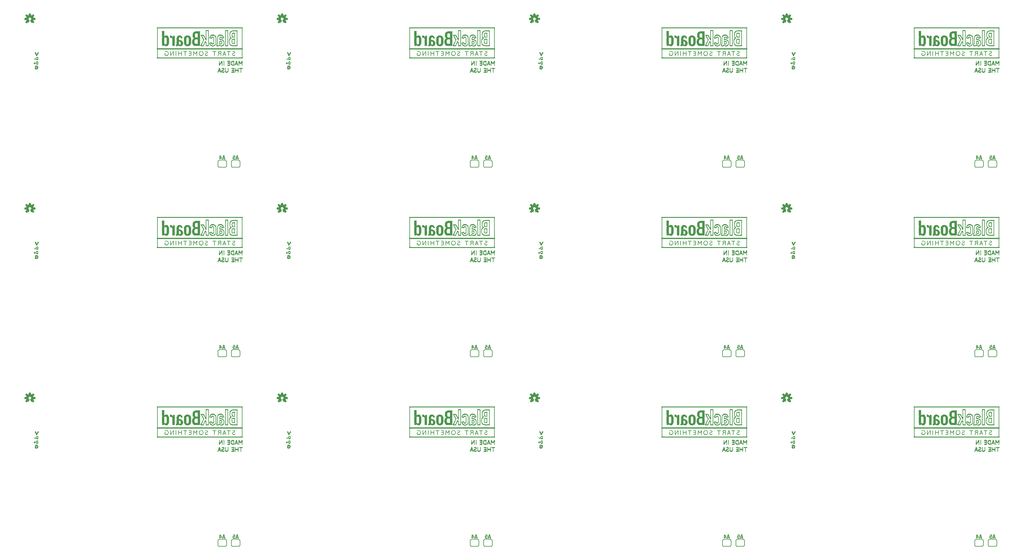
<source format=gbo>
G75*
%MOIN*%
%OFA0B0*%
%FSLAX25Y25*%
%IPPOS*%
%LPD*%
%AMOC8*
5,1,8,0,0,1.08239X$1,22.5*
%
%ADD10R,0.00126X0.00120*%
%ADD11R,0.00126X0.00250*%
%ADD12R,0.00126X0.00630*%
%ADD13R,0.00126X0.01130*%
%ADD14R,0.00126X0.01630*%
%ADD15R,0.00126X0.01640*%
%ADD16R,0.00125X0.02140*%
%ADD17R,0.00126X0.02510*%
%ADD18R,0.00126X0.02520*%
%ADD19R,0.00126X0.03020*%
%ADD20R,0.00126X0.03270*%
%ADD21R,0.00125X0.03140*%
%ADD22R,0.00125X0.03150*%
%ADD23R,0.00126X0.03520*%
%ADD24R,0.00126X0.02390*%
%ADD25R,0.00126X0.00750*%
%ADD26R,0.00126X0.02390*%
%ADD27R,0.00126X0.00760*%
%ADD28R,0.00126X0.01760*%
%ADD29R,0.00126X0.00750*%
%ADD30R,0.00126X0.00760*%
%ADD31R,0.00125X0.00880*%
%ADD32R,0.00125X0.00750*%
%ADD33R,0.00125X0.00760*%
%ADD34R,0.00126X0.01260*%
%ADD35R,0.00126X0.01250*%
%ADD36R,0.00126X0.01760*%
%ADD37R,0.00126X0.02390*%
%ADD38R,0.00126X0.02390*%
%ADD39R,0.00126X0.03270*%
%ADD40R,0.00126X0.03020*%
%ADD41R,0.00126X0.01130*%
%ADD42R,0.00126X0.00630*%
%ADD43R,0.00126X0.00130*%
%ADD44R,0.00125X0.01010*%
%ADD45R,0.00125X0.01260*%
%ADD46R,0.00125X0.00630*%
%ADD47R,0.00126X0.01260*%
%ADD48R,0.00126X0.00880*%
%ADD49R,0.00126X0.01510*%
%ADD50R,0.00126X0.01000*%
%ADD51R,0.00125X0.02390*%
%ADD52R,0.00125X0.01130*%
%ADD53R,0.00126X0.01390*%
%ADD54R,0.00126X0.01250*%
%ADD55R,0.00126X0.00500*%
%ADD56R,0.00126X0.00500*%
%ADD57R,0.00126X0.00620*%
%ADD58R,0.00125X0.00500*%
%ADD59R,0.00125X0.00620*%
%ADD60R,0.00126X0.01140*%
%ADD61R,0.00126X0.00620*%
%ADD62R,0.00126X0.01140*%
%ADD63R,0.00126X0.04280*%
%ADD64R,0.00125X0.04280*%
%ADD65R,0.00125X0.02770*%
%ADD66R,0.00126X0.04280*%
%ADD67R,0.00126X0.02640*%
%ADD68R,0.00126X0.02640*%
%ADD69R,0.00125X0.01890*%
%ADD70R,0.00126X0.01380*%
%ADD71C,0.00591*%
%ADD72R,0.95669X0.00236*%
%ADD73R,0.01181X0.00236*%
%ADD74R,0.00945X0.00236*%
%ADD75R,0.03307X0.00236*%
%ADD76R,0.05433X0.00236*%
%ADD77R,0.06614X0.00236*%
%ADD78R,0.07087X0.00236*%
%ADD79R,0.00709X0.00236*%
%ADD80R,0.02362X0.00236*%
%ADD81R,0.07559X0.00236*%
%ADD82R,0.01890X0.00236*%
%ADD83R,0.05197X0.00236*%
%ADD84R,0.01417X0.00236*%
%ADD85R,0.05906X0.00236*%
%ADD86R,0.06850X0.00236*%
%ADD87R,0.07323X0.00236*%
%ADD88R,0.02598X0.00236*%
%ADD89R,0.03071X0.00236*%
%ADD90R,0.07795X0.00236*%
%ADD91R,0.02835X0.00236*%
%ADD92R,0.03780X0.00236*%
%ADD93R,0.04724X0.00236*%
%ADD94R,0.04488X0.00236*%
%ADD95R,0.03543X0.00236*%
%ADD96R,0.01654X0.00236*%
%ADD97R,0.02126X0.00236*%
%ADD98R,0.04252X0.00236*%
%ADD99R,0.05669X0.00236*%
%ADD100R,0.06378X0.00236*%
%ADD101R,0.00472X0.00236*%
%ADD102R,0.08031X0.00236*%
%ADD103R,0.04016X0.00236*%
%ADD104R,0.06142X0.00236*%
%ADD105R,0.08504X0.00236*%
%ADD106R,0.08268X0.00236*%
%ADD107R,0.04961X0.00236*%
%ADD108R,0.00236X0.00079*%
%ADD109R,0.00079X0.00079*%
%ADD110R,0.01339X0.00079*%
%ADD111R,0.02441X0.00079*%
%ADD112R,0.00157X0.00079*%
%ADD113R,0.00472X0.00079*%
%ADD114R,0.00630X0.00079*%
%ADD115R,0.01890X0.00079*%
%ADD116R,0.02677X0.00079*%
%ADD117R,0.00551X0.00079*%
%ADD118R,0.00709X0.00079*%
%ADD119R,0.00787X0.00079*%
%ADD120R,0.02283X0.00079*%
%ADD121R,0.02913X0.00079*%
%ADD122R,0.00866X0.00079*%
%ADD123R,0.00945X0.00079*%
%ADD124R,0.02520X0.00079*%
%ADD125R,0.03071X0.00079*%
%ADD126R,0.01024X0.00079*%
%ADD127R,0.02598X0.00079*%
%ADD128R,0.03150X0.00079*%
%ADD129R,0.01102X0.00079*%
%ADD130R,0.02835X0.00079*%
%ADD131R,0.01181X0.00079*%
%ADD132R,0.02992X0.00079*%
%ADD133R,0.01260X0.00079*%
%ADD134R,0.01417X0.00079*%
%ADD135R,0.03228X0.00079*%
%ADD136R,0.01732X0.00079*%
%ADD137R,0.01496X0.00079*%
%ADD138R,0.01575X0.00079*%
%ADD139R,0.01654X0.00079*%
%ADD140R,0.01811X0.00079*%
%ADD141R,0.01969X0.00079*%
%ADD142R,0.02047X0.00079*%
%ADD143R,0.02126X0.00079*%
%ADD144R,0.02205X0.00079*%
%ADD145R,0.02756X0.00079*%
%ADD146R,0.03386X0.00079*%
%ADD147R,0.00394X0.00079*%
%ADD148R,0.03465X0.00079*%
%ADD149R,0.03780X0.00079*%
%ADD150R,0.00315X0.00079*%
%ADD151R,0.03937X0.00079*%
%ADD152R,0.04016X0.00079*%
%ADD153R,0.04094X0.00079*%
%ADD154R,0.04173X0.00079*%
%ADD155R,0.02362X0.00079*%
%ADD156C,0.00600*%
%ADD157R,0.01102X0.00157*%
%ADD158R,0.01890X0.00157*%
%ADD159R,0.02520X0.00157*%
%ADD160R,0.02835X0.00157*%
%ADD161R,0.02992X0.00157*%
%ADD162R,0.03150X0.00157*%
%ADD163R,0.03307X0.00157*%
%ADD164R,0.01417X0.00157*%
%ADD165R,0.00787X0.00157*%
%ADD166R,0.01260X0.00157*%
%ADD167R,0.00157X0.00157*%
%ADD168R,0.01575X0.00157*%
%ADD169R,0.00945X0.00157*%
%ADD170R,0.01732X0.00157*%
%ADD171R,0.02677X0.00157*%
%ADD172R,0.02362X0.00157*%
%ADD173R,0.00315X0.00157*%
%ADD174R,0.02205X0.00157*%
%ADD175R,0.02047X0.00157*%
%ADD176R,0.00630X0.00157*%
%ADD177R,0.01063X0.00118*%
%ADD178R,0.01772X0.00157*%
%ADD179R,0.02008X0.00118*%
%ADD180R,0.02126X0.00118*%
%ADD181R,0.02244X0.00118*%
%ADD182R,0.02480X0.00118*%
%ADD183R,0.00709X0.00118*%
%ADD184R,0.00945X0.00118*%
%ADD185R,0.00236X0.00118*%
%ADD186R,0.00709X0.00157*%
%ADD187R,0.00827X0.00157*%
%ADD188R,0.00591X0.00157*%
%ADD189R,0.00827X0.00118*%
%ADD190R,0.01772X0.00118*%
%ADD191R,0.02008X0.00157*%
%ADD192R,0.01890X0.00118*%
%ADD193R,0.02362X0.00118*%
%ADD194R,0.00591X0.00118*%
%ADD195R,0.00472X0.00157*%
%ADD196R,0.01654X0.00118*%
%ADD197R,0.01654X0.00157*%
%ADD198R,0.02480X0.00157*%
%ADD199R,0.02598X0.00118*%
%ADD200R,0.01181X0.00118*%
%ADD201R,0.01417X0.00118*%
%ADD202R,0.01535X0.00157*%
%ADD203R,0.01535X0.00118*%
D10*
X0329156Y0153853D03*
X0332427Y0153853D03*
X0611156Y0153853D03*
X0614427Y0153853D03*
X0893156Y0153853D03*
X0896427Y0153853D03*
X1175156Y0153853D03*
X1178427Y0153853D03*
X1178427Y0365853D03*
X1175156Y0365853D03*
X0896427Y0365853D03*
X0893156Y0365853D03*
X0614427Y0365853D03*
X0611156Y0365853D03*
X0332427Y0365853D03*
X0329156Y0365853D03*
X0329156Y0577853D03*
X0332427Y0577853D03*
X0611156Y0577853D03*
X0614427Y0577853D03*
X0893156Y0577853D03*
X0896427Y0577853D03*
X1175156Y0577853D03*
X1178427Y0577853D03*
D11*
X1189527Y0578858D03*
X1193427Y0577978D03*
X0911427Y0577978D03*
X0907527Y0578858D03*
X0629427Y0577978D03*
X0625527Y0578858D03*
X0347427Y0577978D03*
X0343527Y0578858D03*
X0343527Y0366858D03*
X0347427Y0365978D03*
X0625527Y0366858D03*
X0629427Y0365978D03*
X0907527Y0366858D03*
X0911427Y0365978D03*
X1189527Y0366858D03*
X1193427Y0365978D03*
X1189527Y0154858D03*
X1193427Y0153978D03*
X0911427Y0153978D03*
X0907527Y0154858D03*
X0629427Y0153978D03*
X0625527Y0154858D03*
X0347427Y0153978D03*
X0343527Y0154858D03*
D12*
X0342647Y0157818D03*
X0342144Y0157818D03*
X0341515Y0157818D03*
X0347301Y0154168D03*
X0332301Y0154108D03*
X0327647Y0154988D03*
X0327144Y0154988D03*
X0326012Y0154988D03*
X0608012Y0154988D03*
X0609144Y0154988D03*
X0609647Y0154988D03*
X0614301Y0154108D03*
X0623515Y0157818D03*
X0624144Y0157818D03*
X0624647Y0157818D03*
X0629301Y0154168D03*
X0890012Y0154988D03*
X0891144Y0154988D03*
X0891647Y0154988D03*
X0896301Y0154108D03*
X0905515Y0157818D03*
X0906144Y0157818D03*
X0906647Y0157818D03*
X0911301Y0154168D03*
X1172012Y0154988D03*
X1173144Y0154988D03*
X1173647Y0154988D03*
X1178301Y0154108D03*
X1187515Y0157818D03*
X1188144Y0157818D03*
X1188647Y0157818D03*
X1193301Y0154168D03*
X1193301Y0366168D03*
X1188647Y0369818D03*
X1188144Y0369818D03*
X1187515Y0369818D03*
X1178301Y0366108D03*
X1173647Y0366988D03*
X1173144Y0366988D03*
X1172012Y0366988D03*
X0911301Y0366168D03*
X0906647Y0369818D03*
X0906144Y0369818D03*
X0905515Y0369818D03*
X0896301Y0366108D03*
X0891647Y0366988D03*
X0891144Y0366988D03*
X0890012Y0366988D03*
X0629301Y0366168D03*
X0624647Y0369818D03*
X0624144Y0369818D03*
X0623515Y0369818D03*
X0614301Y0366108D03*
X0609647Y0366988D03*
X0609144Y0366988D03*
X0608012Y0366988D03*
X0347301Y0366168D03*
X0342647Y0369818D03*
X0342144Y0369818D03*
X0341515Y0369818D03*
X0332301Y0366108D03*
X0327647Y0366988D03*
X0327144Y0366988D03*
X0326012Y0366988D03*
X0332301Y0578108D03*
X0327647Y0578988D03*
X0327144Y0578988D03*
X0326012Y0578988D03*
X0341515Y0581818D03*
X0342144Y0581818D03*
X0342647Y0581818D03*
X0347301Y0578168D03*
X0608012Y0578988D03*
X0609144Y0578988D03*
X0609647Y0578988D03*
X0614301Y0578108D03*
X0623515Y0581818D03*
X0624144Y0581818D03*
X0624647Y0581818D03*
X0629301Y0578168D03*
X0890012Y0578988D03*
X0891144Y0578988D03*
X0891647Y0578988D03*
X0896301Y0578108D03*
X0905515Y0581818D03*
X0906144Y0581818D03*
X0906647Y0581818D03*
X0911301Y0578168D03*
X1172012Y0578988D03*
X1173144Y0578988D03*
X1173647Y0578988D03*
X1178301Y0578108D03*
X1187515Y0581818D03*
X1188144Y0581818D03*
X1188647Y0581818D03*
X1193301Y0578168D03*
D13*
X1193175Y0578418D03*
X1191917Y0581688D03*
X1189024Y0578418D03*
X1188773Y0578418D03*
X1187766Y0578418D03*
X1187766Y0580178D03*
X1178175Y0578358D03*
X1176917Y0581628D03*
X1173521Y0580748D03*
X1173395Y0580998D03*
X0911175Y0578418D03*
X0909917Y0581688D03*
X0907024Y0578418D03*
X0906773Y0578418D03*
X0905766Y0578418D03*
X0905766Y0580178D03*
X0896175Y0578358D03*
X0894917Y0581628D03*
X0891521Y0580748D03*
X0891395Y0580998D03*
X0629175Y0578418D03*
X0627917Y0581688D03*
X0625024Y0578418D03*
X0624773Y0578418D03*
X0623766Y0578418D03*
X0623766Y0580178D03*
X0614175Y0578358D03*
X0612917Y0581628D03*
X0609521Y0580748D03*
X0609395Y0580998D03*
X0347175Y0578418D03*
X0345917Y0581688D03*
X0343024Y0578418D03*
X0342773Y0578418D03*
X0341766Y0578418D03*
X0341766Y0580178D03*
X0332175Y0578358D03*
X0330917Y0581628D03*
X0327521Y0580748D03*
X0327395Y0580998D03*
X0330917Y0369628D03*
X0332175Y0366358D03*
X0327521Y0368748D03*
X0327395Y0368998D03*
X0341766Y0368178D03*
X0341766Y0366418D03*
X0342773Y0366418D03*
X0343024Y0366418D03*
X0347175Y0366418D03*
X0345917Y0369688D03*
X0609395Y0368998D03*
X0609521Y0368748D03*
X0612917Y0369628D03*
X0614175Y0366358D03*
X0623766Y0366418D03*
X0624773Y0366418D03*
X0625024Y0366418D03*
X0623766Y0368178D03*
X0627917Y0369688D03*
X0629175Y0366418D03*
X0891395Y0368998D03*
X0891521Y0368748D03*
X0894917Y0369628D03*
X0896175Y0366358D03*
X0905766Y0366418D03*
X0906773Y0366418D03*
X0907024Y0366418D03*
X0905766Y0368178D03*
X0909917Y0369688D03*
X0911175Y0366418D03*
X1173395Y0368998D03*
X1173521Y0368748D03*
X1176917Y0369628D03*
X1178175Y0366358D03*
X1187766Y0366418D03*
X1188773Y0366418D03*
X1189024Y0366418D03*
X1187766Y0368178D03*
X1191917Y0369688D03*
X1193175Y0366418D03*
X1191917Y0157688D03*
X1193175Y0154418D03*
X1189024Y0154418D03*
X1188773Y0154418D03*
X1187766Y0154418D03*
X1187766Y0156178D03*
X1178175Y0154358D03*
X1176917Y0157628D03*
X1173521Y0156748D03*
X1173395Y0156998D03*
X0911175Y0154418D03*
X0909917Y0157688D03*
X0907024Y0154418D03*
X0906773Y0154418D03*
X0905766Y0154418D03*
X0905766Y0156178D03*
X0896175Y0154358D03*
X0894917Y0157628D03*
X0891521Y0156748D03*
X0891395Y0156998D03*
X0629175Y0154418D03*
X0627917Y0157688D03*
X0625024Y0154418D03*
X0624773Y0154418D03*
X0623766Y0154418D03*
X0623766Y0156178D03*
X0614175Y0154358D03*
X0612917Y0157628D03*
X0609521Y0156748D03*
X0609395Y0156998D03*
X0347175Y0154418D03*
X0345917Y0157688D03*
X0343024Y0154418D03*
X0342773Y0154418D03*
X0341766Y0154418D03*
X0341766Y0156178D03*
X0332175Y0154358D03*
X0330917Y0157628D03*
X0327521Y0156748D03*
X0327395Y0156998D03*
D14*
X0329534Y0154608D03*
X0332049Y0154608D03*
X0611534Y0154608D03*
X0614049Y0154608D03*
X0893534Y0154608D03*
X0896049Y0154608D03*
X1175534Y0154608D03*
X1178049Y0154608D03*
X1178049Y0366608D03*
X1175534Y0366608D03*
X0896049Y0366608D03*
X0893534Y0366608D03*
X0614049Y0366608D03*
X0611534Y0366608D03*
X0332049Y0366608D03*
X0329534Y0366608D03*
X0329534Y0578608D03*
X0332049Y0578608D03*
X0611534Y0578608D03*
X0614049Y0578608D03*
X0893534Y0578608D03*
X0896049Y0578608D03*
X1175534Y0578608D03*
X1178049Y0578608D03*
D15*
X1190534Y0578673D03*
X1193049Y0578673D03*
X0911049Y0578673D03*
X0908534Y0578673D03*
X0629049Y0578673D03*
X0626534Y0578673D03*
X0347049Y0578673D03*
X0344534Y0578673D03*
X0344534Y0366673D03*
X0347049Y0366673D03*
X0626534Y0366673D03*
X0629049Y0366673D03*
X0908534Y0366673D03*
X0911049Y0366673D03*
X1190534Y0366673D03*
X1193049Y0366673D03*
X1193049Y0154673D03*
X1190534Y0154673D03*
X0911049Y0154673D03*
X0908534Y0154673D03*
X0629049Y0154673D03*
X0626534Y0154673D03*
X0347049Y0154673D03*
X0344534Y0154673D03*
D16*
X0344660Y0154923D03*
X0346924Y0154923D03*
X0331924Y0154863D03*
X0329660Y0154863D03*
X0611660Y0154863D03*
X0613924Y0154863D03*
X0626660Y0154923D03*
X0628924Y0154923D03*
X0893660Y0154863D03*
X0895924Y0154863D03*
X0908660Y0154923D03*
X0910924Y0154923D03*
X1175660Y0154863D03*
X1177924Y0154863D03*
X1190660Y0154923D03*
X1192924Y0154923D03*
X1192924Y0366923D03*
X1190660Y0366923D03*
X1177924Y0366863D03*
X1175660Y0366863D03*
X0910924Y0366923D03*
X0908660Y0366923D03*
X0895924Y0366863D03*
X0893660Y0366863D03*
X0628924Y0366923D03*
X0626660Y0366923D03*
X0613924Y0366863D03*
X0611660Y0366863D03*
X0346924Y0366923D03*
X0344660Y0366923D03*
X0331924Y0366863D03*
X0329660Y0366863D03*
X0329660Y0578863D03*
X0331924Y0578863D03*
X0344660Y0578923D03*
X0346924Y0578923D03*
X0611660Y0578863D03*
X0613924Y0578863D03*
X0626660Y0578923D03*
X0628924Y0578923D03*
X0893660Y0578863D03*
X0895924Y0578863D03*
X0908660Y0578923D03*
X0910924Y0578923D03*
X1175660Y0578863D03*
X1177924Y0578863D03*
X1190660Y0578923D03*
X1192924Y0578923D03*
D17*
X1177798Y0579048D03*
X1175785Y0579048D03*
X0895798Y0579048D03*
X0893785Y0579048D03*
X0613798Y0579048D03*
X0611785Y0579048D03*
X0331798Y0579048D03*
X0329785Y0579048D03*
X0329785Y0367048D03*
X0331798Y0367048D03*
X0611785Y0367048D03*
X0613798Y0367048D03*
X0893785Y0367048D03*
X0895798Y0367048D03*
X1175785Y0367048D03*
X1177798Y0367048D03*
X1177798Y0155048D03*
X1175785Y0155048D03*
X0895798Y0155048D03*
X0893785Y0155048D03*
X0613798Y0155048D03*
X0611785Y0155048D03*
X0331798Y0155048D03*
X0329785Y0155048D03*
D18*
X0344785Y0155113D03*
X0346798Y0155113D03*
X0626785Y0155113D03*
X0628798Y0155113D03*
X0908785Y0155113D03*
X0910798Y0155113D03*
X1190785Y0155113D03*
X1192798Y0155113D03*
X1192798Y0367113D03*
X1190785Y0367113D03*
X0910798Y0367113D03*
X0908785Y0367113D03*
X0628798Y0367113D03*
X0626785Y0367113D03*
X0346798Y0367113D03*
X0344785Y0367113D03*
X0344785Y0579113D03*
X0346798Y0579113D03*
X0626785Y0579113D03*
X0628798Y0579113D03*
X0908785Y0579113D03*
X0910798Y0579113D03*
X1190785Y0579113D03*
X1192798Y0579113D03*
D19*
X1192672Y0579363D03*
X1177672Y0579303D03*
X0910672Y0579363D03*
X0895672Y0579303D03*
X0628672Y0579363D03*
X0613672Y0579303D03*
X0346672Y0579363D03*
X0331672Y0579303D03*
X0331672Y0367303D03*
X0346672Y0367363D03*
X0613672Y0367303D03*
X0628672Y0367363D03*
X0895672Y0367303D03*
X0910672Y0367363D03*
X1177672Y0367303D03*
X1192672Y0367363D03*
X1192672Y0155363D03*
X1177672Y0155303D03*
X0910672Y0155363D03*
X0895672Y0155303D03*
X0628672Y0155363D03*
X0613672Y0155303D03*
X0346672Y0155363D03*
X0331672Y0155303D03*
D20*
X0331546Y0155678D03*
X0346546Y0155738D03*
X0613546Y0155678D03*
X0628546Y0155738D03*
X0895546Y0155678D03*
X0910546Y0155738D03*
X1177546Y0155678D03*
X1192546Y0155738D03*
X1192546Y0367738D03*
X1177546Y0367678D03*
X0910546Y0367738D03*
X0895546Y0367678D03*
X0628546Y0367738D03*
X0613546Y0367678D03*
X0346546Y0367738D03*
X0331546Y0367678D03*
X0331546Y0579678D03*
X0346546Y0579738D03*
X0613546Y0579678D03*
X0628546Y0579738D03*
X0895546Y0579678D03*
X0910546Y0579738D03*
X1177546Y0579678D03*
X1192546Y0579738D03*
D21*
X1177421Y0580243D03*
X1176163Y0580243D03*
X0895421Y0580243D03*
X0894163Y0580243D03*
X0613421Y0580243D03*
X0612163Y0580243D03*
X0331421Y0580243D03*
X0330163Y0580243D03*
X0330163Y0368243D03*
X0331421Y0368243D03*
X0612163Y0368243D03*
X0613421Y0368243D03*
X0894163Y0368243D03*
X0895421Y0368243D03*
X1176163Y0368243D03*
X1177421Y0368243D03*
X1177421Y0156243D03*
X1176163Y0156243D03*
X0895421Y0156243D03*
X0894163Y0156243D03*
X0613421Y0156243D03*
X0612163Y0156243D03*
X0331421Y0156243D03*
X0330163Y0156243D03*
D22*
X0345163Y0156308D03*
X0346421Y0156308D03*
X0627163Y0156308D03*
X0628421Y0156308D03*
X0909163Y0156308D03*
X0910421Y0156308D03*
X1191163Y0156308D03*
X1192421Y0156308D03*
X1192421Y0368308D03*
X1191163Y0368308D03*
X0910421Y0368308D03*
X0909163Y0368308D03*
X0628421Y0368308D03*
X0627163Y0368308D03*
X0346421Y0368308D03*
X0345163Y0368308D03*
X0345163Y0580308D03*
X0346421Y0580308D03*
X0627163Y0580308D03*
X0628421Y0580308D03*
X0909163Y0580308D03*
X0910421Y0580308D03*
X1191163Y0580308D03*
X1192421Y0580308D03*
D23*
X1192295Y0580493D03*
X1191288Y0580493D03*
X1177295Y0580433D03*
X1176288Y0580433D03*
X0910295Y0580493D03*
X0909288Y0580493D03*
X0895295Y0580433D03*
X0894288Y0580433D03*
X0628295Y0580493D03*
X0627288Y0580493D03*
X0613295Y0580433D03*
X0612288Y0580433D03*
X0346295Y0580493D03*
X0345288Y0580493D03*
X0331295Y0580433D03*
X0330288Y0580433D03*
X0330288Y0368433D03*
X0331295Y0368433D03*
X0345288Y0368493D03*
X0346295Y0368493D03*
X0612288Y0368433D03*
X0613295Y0368433D03*
X0627288Y0368493D03*
X0628295Y0368493D03*
X0894288Y0368433D03*
X0895295Y0368433D03*
X0909288Y0368493D03*
X0910295Y0368493D03*
X1176288Y0368433D03*
X1177295Y0368433D03*
X1191288Y0368493D03*
X1192295Y0368493D03*
X1192295Y0156493D03*
X1191288Y0156493D03*
X1177295Y0156433D03*
X1176288Y0156433D03*
X0910295Y0156493D03*
X0909288Y0156493D03*
X0895295Y0156433D03*
X0894288Y0156433D03*
X0628295Y0156493D03*
X0627288Y0156493D03*
X0613295Y0156433D03*
X0612288Y0156433D03*
X0346295Y0156493D03*
X0345288Y0156493D03*
X0331295Y0156433D03*
X0330288Y0156433D03*
D24*
X0331169Y0156998D03*
X0343276Y0156938D03*
X0613169Y0156998D03*
X0625276Y0156938D03*
X0895169Y0156998D03*
X0907276Y0156938D03*
X1177169Y0156998D03*
X1189276Y0156938D03*
X1189276Y0368938D03*
X1177169Y0368998D03*
X0907276Y0368938D03*
X0895169Y0368998D03*
X0625276Y0368938D03*
X0613169Y0368998D03*
X0343276Y0368938D03*
X0331169Y0368998D03*
X0331169Y0580998D03*
X0343276Y0580938D03*
X0613169Y0580998D03*
X0625276Y0580938D03*
X0895169Y0580998D03*
X0907276Y0580938D03*
X1177169Y0580998D03*
X1189276Y0580938D03*
D25*
X1188647Y0578108D03*
X1177169Y0579048D03*
X1176540Y0579048D03*
X0906647Y0578108D03*
X0895169Y0579048D03*
X0894540Y0579048D03*
X0624647Y0578108D03*
X0613169Y0579048D03*
X0612540Y0579048D03*
X0342647Y0578108D03*
X0331169Y0579048D03*
X0330540Y0579048D03*
X0330540Y0367048D03*
X0331169Y0367048D03*
X0342647Y0366108D03*
X0612540Y0367048D03*
X0613169Y0367048D03*
X0624647Y0366108D03*
X0894540Y0367048D03*
X0895169Y0367048D03*
X0906647Y0366108D03*
X1176540Y0367048D03*
X1177169Y0367048D03*
X1188647Y0366108D03*
X1177169Y0155048D03*
X1176540Y0155048D03*
X1188647Y0154108D03*
X0906647Y0154108D03*
X0895169Y0155048D03*
X0894540Y0155048D03*
X0624647Y0154108D03*
X0613169Y0155048D03*
X0612540Y0155048D03*
X0342647Y0154108D03*
X0331169Y0155048D03*
X0330540Y0155048D03*
D26*
X0346169Y0157058D03*
X0628169Y0157058D03*
X0910169Y0157058D03*
X1192169Y0157058D03*
X1192169Y0369058D03*
X0910169Y0369058D03*
X0628169Y0369058D03*
X0346169Y0369058D03*
X0346169Y0581058D03*
X0628169Y0581058D03*
X0910169Y0581058D03*
X1192169Y0581058D03*
D27*
X1192169Y0579113D03*
X1191540Y0579113D03*
X0910169Y0579113D03*
X0909540Y0579113D03*
X0628169Y0579113D03*
X0627540Y0579113D03*
X0346169Y0579113D03*
X0345540Y0579113D03*
X0345540Y0367113D03*
X0346169Y0367113D03*
X0627540Y0367113D03*
X0628169Y0367113D03*
X0909540Y0367113D03*
X0910169Y0367113D03*
X1191540Y0367113D03*
X1192169Y0367113D03*
X1192169Y0155113D03*
X1191540Y0155113D03*
X0910169Y0155113D03*
X0909540Y0155113D03*
X0628169Y0155113D03*
X0627540Y0155113D03*
X0346169Y0155113D03*
X0345540Y0155113D03*
D28*
X0346043Y0157373D03*
X0331043Y0157313D03*
X0328024Y0155553D03*
X0610024Y0155553D03*
X0613043Y0157313D03*
X0628043Y0157373D03*
X0892024Y0155553D03*
X0895043Y0157313D03*
X0910043Y0157373D03*
X1174024Y0155553D03*
X1177043Y0157313D03*
X1192043Y0157373D03*
X1174024Y0367553D03*
X1177043Y0369313D03*
X1192043Y0369373D03*
X0910043Y0369373D03*
X0895043Y0369313D03*
X0892024Y0367553D03*
X0628043Y0369373D03*
X0613043Y0369313D03*
X0610024Y0367553D03*
X0346043Y0369373D03*
X0331043Y0369313D03*
X0328024Y0367553D03*
X0328024Y0579553D03*
X0331043Y0581313D03*
X0346043Y0581373D03*
X0610024Y0579553D03*
X0613043Y0581313D03*
X0628043Y0581373D03*
X0892024Y0579553D03*
X0895043Y0581313D03*
X0910043Y0581373D03*
X1174024Y0579553D03*
X1177043Y0581313D03*
X1192043Y0581373D03*
D29*
X1188773Y0580118D03*
X1187892Y0580368D03*
X1187892Y0578108D03*
X1177043Y0579048D03*
X1176917Y0579048D03*
X1176666Y0579048D03*
X1176414Y0579048D03*
X1174527Y0579048D03*
X1173018Y0579048D03*
X0906773Y0580118D03*
X0905892Y0580368D03*
X0905892Y0578108D03*
X0895043Y0579048D03*
X0894917Y0579048D03*
X0894666Y0579048D03*
X0894414Y0579048D03*
X0892527Y0579048D03*
X0891018Y0579048D03*
X0624773Y0580118D03*
X0623892Y0580368D03*
X0623892Y0578108D03*
X0613043Y0579048D03*
X0612917Y0579048D03*
X0612666Y0579048D03*
X0612414Y0579048D03*
X0610527Y0579048D03*
X0609018Y0579048D03*
X0342773Y0580118D03*
X0341892Y0580368D03*
X0341892Y0578108D03*
X0331043Y0579048D03*
X0330917Y0579048D03*
X0330666Y0579048D03*
X0330414Y0579048D03*
X0328527Y0579048D03*
X0327018Y0579048D03*
X0341892Y0368368D03*
X0342773Y0368118D03*
X0341892Y0366108D03*
X0331043Y0367048D03*
X0330917Y0367048D03*
X0330666Y0367048D03*
X0330414Y0367048D03*
X0328527Y0367048D03*
X0327018Y0367048D03*
X0609018Y0367048D03*
X0610527Y0367048D03*
X0612414Y0367048D03*
X0612666Y0367048D03*
X0612917Y0367048D03*
X0613043Y0367048D03*
X0623892Y0366108D03*
X0624773Y0368118D03*
X0623892Y0368368D03*
X0891018Y0367048D03*
X0892527Y0367048D03*
X0894414Y0367048D03*
X0894666Y0367048D03*
X0894917Y0367048D03*
X0895043Y0367048D03*
X0905892Y0366108D03*
X0906773Y0368118D03*
X0905892Y0368368D03*
X1173018Y0367048D03*
X1174527Y0367048D03*
X1176414Y0367048D03*
X1176666Y0367048D03*
X1176917Y0367048D03*
X1177043Y0367048D03*
X1187892Y0366108D03*
X1188773Y0368118D03*
X1187892Y0368368D03*
X1187892Y0156368D03*
X1188773Y0156118D03*
X1187892Y0154108D03*
X1177043Y0155048D03*
X1176917Y0155048D03*
X1176666Y0155048D03*
X1176414Y0155048D03*
X1174527Y0155048D03*
X1173018Y0155048D03*
X0906773Y0156118D03*
X0905892Y0156368D03*
X0905892Y0154108D03*
X0895043Y0155048D03*
X0894917Y0155048D03*
X0894666Y0155048D03*
X0894414Y0155048D03*
X0892527Y0155048D03*
X0891018Y0155048D03*
X0624773Y0156118D03*
X0623892Y0156368D03*
X0623892Y0154108D03*
X0613043Y0155048D03*
X0612917Y0155048D03*
X0612666Y0155048D03*
X0612414Y0155048D03*
X0610527Y0155048D03*
X0609018Y0155048D03*
X0342773Y0156118D03*
X0341892Y0156368D03*
X0341892Y0154108D03*
X0331043Y0155048D03*
X0330917Y0155048D03*
X0330666Y0155048D03*
X0330414Y0155048D03*
X0328527Y0155048D03*
X0327018Y0155048D03*
D30*
X0345414Y0155113D03*
X0345666Y0155113D03*
X0345917Y0155113D03*
X0346043Y0155113D03*
X0627414Y0155113D03*
X0627666Y0155113D03*
X0627917Y0155113D03*
X0628043Y0155113D03*
X0909414Y0155113D03*
X0909666Y0155113D03*
X0909917Y0155113D03*
X0910043Y0155113D03*
X1191414Y0155113D03*
X1191666Y0155113D03*
X1191917Y0155113D03*
X1192043Y0155113D03*
X1192043Y0367113D03*
X1191917Y0367113D03*
X1191666Y0367113D03*
X1191414Y0367113D03*
X0910043Y0367113D03*
X0909917Y0367113D03*
X0909666Y0367113D03*
X0909414Y0367113D03*
X0628043Y0367113D03*
X0627917Y0367113D03*
X0627666Y0367113D03*
X0627414Y0367113D03*
X0346043Y0367113D03*
X0345917Y0367113D03*
X0345666Y0367113D03*
X0345414Y0367113D03*
X0345414Y0579113D03*
X0345666Y0579113D03*
X0345917Y0579113D03*
X0346043Y0579113D03*
X0627414Y0579113D03*
X0627666Y0579113D03*
X0627917Y0579113D03*
X0628043Y0579113D03*
X0909414Y0579113D03*
X0909666Y0579113D03*
X0909917Y0579113D03*
X0910043Y0579113D03*
X1191414Y0579113D03*
X1191666Y0579113D03*
X1191917Y0579113D03*
X1192043Y0579113D03*
D31*
X1191792Y0581813D03*
X1176792Y0581753D03*
X0909792Y0581813D03*
X0894792Y0581753D03*
X0627792Y0581813D03*
X0612792Y0581753D03*
X0345792Y0581813D03*
X0330792Y0581753D03*
X0330792Y0369753D03*
X0345792Y0369813D03*
X0612792Y0369753D03*
X0627792Y0369813D03*
X0894792Y0369753D03*
X0909792Y0369813D03*
X1176792Y0369753D03*
X1191792Y0369813D03*
X1191792Y0157813D03*
X1176792Y0157753D03*
X0909792Y0157813D03*
X0894792Y0157753D03*
X0627792Y0157813D03*
X0612792Y0157753D03*
X0345792Y0157813D03*
X0330792Y0157753D03*
D32*
X0330792Y0155048D03*
X0612792Y0155048D03*
X0894792Y0155048D03*
X1176792Y0155048D03*
X1176792Y0367048D03*
X0894792Y0367048D03*
X0612792Y0367048D03*
X0330792Y0367048D03*
X0330792Y0579048D03*
X0612792Y0579048D03*
X0894792Y0579048D03*
X1176792Y0579048D03*
D33*
X1191792Y0579113D03*
X0909792Y0579113D03*
X0627792Y0579113D03*
X0345792Y0579113D03*
X0345792Y0367113D03*
X0627792Y0367113D03*
X0909792Y0367113D03*
X1191792Y0367113D03*
X1191792Y0155113D03*
X0909792Y0155113D03*
X0627792Y0155113D03*
X0345792Y0155113D03*
D34*
X0330666Y0157563D03*
X0612666Y0157563D03*
X0894666Y0157563D03*
X1176666Y0157563D03*
X1176666Y0369563D03*
X0894666Y0369563D03*
X0612666Y0369563D03*
X0330666Y0369563D03*
X0330666Y0581563D03*
X0612666Y0581563D03*
X0894666Y0581563D03*
X1176666Y0581563D03*
D35*
X1173773Y0580308D03*
X1191666Y0581628D03*
X0909666Y0581628D03*
X0891773Y0580308D03*
X0627666Y0581628D03*
X0609773Y0580308D03*
X0345666Y0581628D03*
X0327773Y0580308D03*
X0345666Y0369628D03*
X0327773Y0368308D03*
X0609773Y0368308D03*
X0627666Y0369628D03*
X0891773Y0368308D03*
X0909666Y0369628D03*
X1173773Y0368308D03*
X1191666Y0369628D03*
X1191666Y0157628D03*
X1173773Y0156308D03*
X0909666Y0157628D03*
X0891773Y0156308D03*
X0627666Y0157628D03*
X0609773Y0156308D03*
X0345666Y0157628D03*
X0327773Y0156308D03*
D36*
X0330540Y0157313D03*
X0345540Y0157373D03*
X0612540Y0157313D03*
X0627540Y0157373D03*
X0894540Y0157313D03*
X0909540Y0157373D03*
X1176540Y0157313D03*
X1191540Y0157373D03*
X1191540Y0369373D03*
X1176540Y0369313D03*
X0909540Y0369373D03*
X0894540Y0369313D03*
X0627540Y0369373D03*
X0612540Y0369313D03*
X0345540Y0369373D03*
X0330540Y0369313D03*
X0330540Y0581313D03*
X0345540Y0581373D03*
X0612540Y0581313D03*
X0627540Y0581373D03*
X0894540Y0581313D03*
X0909540Y0581373D03*
X1176540Y0581313D03*
X1191540Y0581373D03*
D37*
X1189150Y0580938D03*
X1189024Y0580938D03*
X1187263Y0579298D03*
X1176414Y0580998D03*
X0907150Y0580938D03*
X0907024Y0580938D03*
X0905263Y0579298D03*
X0894414Y0580998D03*
X0625150Y0580938D03*
X0625024Y0580938D03*
X0623263Y0579298D03*
X0612414Y0580998D03*
X0343150Y0580938D03*
X0343024Y0580938D03*
X0341263Y0579298D03*
X0330414Y0580998D03*
X0330414Y0368998D03*
X0341263Y0367298D03*
X0343024Y0368938D03*
X0343150Y0368938D03*
X0612414Y0368998D03*
X0623263Y0367298D03*
X0625024Y0368938D03*
X0625150Y0368938D03*
X0894414Y0368998D03*
X0905263Y0367298D03*
X0907024Y0368938D03*
X0907150Y0368938D03*
X1176414Y0368998D03*
X1187263Y0367298D03*
X1189024Y0368938D03*
X1189150Y0368938D03*
X1189150Y0156938D03*
X1189024Y0156938D03*
X1187263Y0155298D03*
X1176414Y0156998D03*
X0907150Y0156938D03*
X0907024Y0156938D03*
X0905263Y0155298D03*
X0894414Y0156998D03*
X0625150Y0156938D03*
X0625024Y0156938D03*
X0623263Y0155298D03*
X0612414Y0156998D03*
X0343150Y0156938D03*
X0343024Y0156938D03*
X0341263Y0155298D03*
X0330414Y0156998D03*
D38*
X0345414Y0157058D03*
X0627414Y0157058D03*
X0909414Y0157058D03*
X1191414Y0157058D03*
X1191414Y0369058D03*
X0909414Y0369058D03*
X0627414Y0369058D03*
X0345414Y0369058D03*
X0345414Y0581058D03*
X0627414Y0581058D03*
X0909414Y0581058D03*
X1191414Y0581058D03*
D39*
X1191037Y0579738D03*
X1176037Y0579678D03*
X0909037Y0579738D03*
X0894037Y0579678D03*
X0627037Y0579738D03*
X0612037Y0579678D03*
X0345037Y0579738D03*
X0330037Y0579678D03*
X0330037Y0367678D03*
X0345037Y0367738D03*
X0612037Y0367678D03*
X0627037Y0367738D03*
X0894037Y0367678D03*
X0909037Y0367738D03*
X1176037Y0367678D03*
X1191037Y0367738D03*
X1191037Y0155738D03*
X1176037Y0155678D03*
X0909037Y0155738D03*
X0894037Y0155678D03*
X0627037Y0155738D03*
X0612037Y0155678D03*
X0345037Y0155738D03*
X0330037Y0155678D03*
D40*
X0329911Y0155303D03*
X0344911Y0155363D03*
X0611911Y0155303D03*
X0626911Y0155363D03*
X0893911Y0155303D03*
X0908911Y0155363D03*
X1175911Y0155303D03*
X1190911Y0155363D03*
X1190911Y0367363D03*
X1175911Y0367303D03*
X0908911Y0367363D03*
X0893911Y0367303D03*
X0626911Y0367363D03*
X0611911Y0367303D03*
X0344911Y0367363D03*
X0329911Y0367303D03*
X0329911Y0579303D03*
X0344911Y0579363D03*
X0611911Y0579303D03*
X0626911Y0579363D03*
X0893911Y0579303D03*
X0908911Y0579363D03*
X1175911Y0579303D03*
X1190911Y0579363D03*
D41*
X1190408Y0578418D03*
X1175408Y0578358D03*
X0908408Y0578418D03*
X0893408Y0578358D03*
X0626408Y0578418D03*
X0611408Y0578358D03*
X0344408Y0578418D03*
X0329408Y0578358D03*
X0329408Y0366358D03*
X0344408Y0366418D03*
X0611408Y0366358D03*
X0626408Y0366418D03*
X0893408Y0366358D03*
X0908408Y0366418D03*
X1175408Y0366358D03*
X1190408Y0366418D03*
X1190408Y0154418D03*
X1175408Y0154358D03*
X0908408Y0154418D03*
X0893408Y0154358D03*
X0626408Y0154418D03*
X0611408Y0154358D03*
X0344408Y0154418D03*
X0329408Y0154358D03*
D42*
X0329282Y0154108D03*
X0327773Y0154988D03*
X0327521Y0154988D03*
X0327395Y0154988D03*
X0325886Y0154988D03*
X0341263Y0157818D03*
X0341389Y0157818D03*
X0341766Y0157818D03*
X0341892Y0157818D03*
X0342018Y0157818D03*
X0342395Y0157818D03*
X0342521Y0157818D03*
X0344282Y0154168D03*
X0607886Y0154988D03*
X0609395Y0154988D03*
X0609521Y0154988D03*
X0609773Y0154988D03*
X0611282Y0154108D03*
X0623263Y0157818D03*
X0623389Y0157818D03*
X0623766Y0157818D03*
X0623892Y0157818D03*
X0624018Y0157818D03*
X0624395Y0157818D03*
X0624521Y0157818D03*
X0626282Y0154168D03*
X0889886Y0154988D03*
X0891395Y0154988D03*
X0891521Y0154988D03*
X0891773Y0154988D03*
X0893282Y0154108D03*
X0905263Y0157818D03*
X0905389Y0157818D03*
X0905766Y0157818D03*
X0905892Y0157818D03*
X0906018Y0157818D03*
X0906395Y0157818D03*
X0906521Y0157818D03*
X0908282Y0154168D03*
X1171886Y0154988D03*
X1173395Y0154988D03*
X1173521Y0154988D03*
X1173773Y0154988D03*
X1175282Y0154108D03*
X1187263Y0157818D03*
X1187389Y0157818D03*
X1187766Y0157818D03*
X1187892Y0157818D03*
X1188018Y0157818D03*
X1188395Y0157818D03*
X1188521Y0157818D03*
X1190282Y0154168D03*
X1190282Y0366168D03*
X1188521Y0369818D03*
X1188395Y0369818D03*
X1188018Y0369818D03*
X1187892Y0369818D03*
X1187766Y0369818D03*
X1187389Y0369818D03*
X1187263Y0369818D03*
X1175282Y0366108D03*
X1173773Y0366988D03*
X1173521Y0366988D03*
X1173395Y0366988D03*
X1171886Y0366988D03*
X0908282Y0366168D03*
X0906521Y0369818D03*
X0906395Y0369818D03*
X0906018Y0369818D03*
X0905892Y0369818D03*
X0905766Y0369818D03*
X0905389Y0369818D03*
X0905263Y0369818D03*
X0893282Y0366108D03*
X0891773Y0366988D03*
X0891521Y0366988D03*
X0891395Y0366988D03*
X0889886Y0366988D03*
X0626282Y0366168D03*
X0624521Y0369818D03*
X0624395Y0369818D03*
X0624018Y0369818D03*
X0623892Y0369818D03*
X0623766Y0369818D03*
X0623389Y0369818D03*
X0623263Y0369818D03*
X0611282Y0366108D03*
X0609773Y0366988D03*
X0609521Y0366988D03*
X0609395Y0366988D03*
X0607886Y0366988D03*
X0344282Y0366168D03*
X0342521Y0369818D03*
X0342395Y0369818D03*
X0342018Y0369818D03*
X0341892Y0369818D03*
X0341766Y0369818D03*
X0341389Y0369818D03*
X0341263Y0369818D03*
X0329282Y0366108D03*
X0327773Y0366988D03*
X0327521Y0366988D03*
X0327395Y0366988D03*
X0325886Y0366988D03*
X0329282Y0578108D03*
X0327773Y0578988D03*
X0327521Y0578988D03*
X0327395Y0578988D03*
X0325886Y0578988D03*
X0341263Y0581818D03*
X0341389Y0581818D03*
X0341766Y0581818D03*
X0341892Y0581818D03*
X0342018Y0581818D03*
X0342395Y0581818D03*
X0342521Y0581818D03*
X0344282Y0578168D03*
X0607886Y0578988D03*
X0609395Y0578988D03*
X0609521Y0578988D03*
X0609773Y0578988D03*
X0611282Y0578108D03*
X0623263Y0581818D03*
X0623389Y0581818D03*
X0623766Y0581818D03*
X0623892Y0581818D03*
X0624018Y0581818D03*
X0624395Y0581818D03*
X0624521Y0581818D03*
X0626282Y0578168D03*
X0889886Y0578988D03*
X0891395Y0578988D03*
X0891521Y0578988D03*
X0891773Y0578988D03*
X0893282Y0578108D03*
X0905263Y0581818D03*
X0905389Y0581818D03*
X0905766Y0581818D03*
X0905892Y0581818D03*
X0906018Y0581818D03*
X0906395Y0581818D03*
X0906521Y0581818D03*
X0908282Y0578168D03*
X1171886Y0578988D03*
X1173395Y0578988D03*
X1173521Y0578988D03*
X1173773Y0578988D03*
X1175282Y0578108D03*
X1187263Y0581818D03*
X1187389Y0581818D03*
X1187766Y0581818D03*
X1187892Y0581818D03*
X1188018Y0581818D03*
X1188395Y0581818D03*
X1188521Y0581818D03*
X1190282Y0578168D03*
D43*
X1190156Y0577918D03*
X0908156Y0577918D03*
X0626156Y0577918D03*
X0344156Y0577918D03*
X0344156Y0365918D03*
X0626156Y0365918D03*
X0908156Y0365918D03*
X1190156Y0365918D03*
X1190156Y0153918D03*
X0908156Y0153918D03*
X0626156Y0153918D03*
X0344156Y0153918D03*
D44*
X0328402Y0155178D03*
X0610402Y0155178D03*
X0892402Y0155178D03*
X1174402Y0155178D03*
X1174402Y0367178D03*
X0892402Y0367178D03*
X0610402Y0367178D03*
X0328402Y0367178D03*
X0328402Y0579178D03*
X0610402Y0579178D03*
X0892402Y0579178D03*
X1174402Y0579178D03*
D45*
X1173899Y0580053D03*
X1189402Y0580373D03*
X0907402Y0580373D03*
X0891899Y0580053D03*
X0625402Y0580373D03*
X0609899Y0580053D03*
X0343402Y0580373D03*
X0327899Y0580053D03*
X0327899Y0368053D03*
X0343402Y0368373D03*
X0609899Y0368053D03*
X0625402Y0368373D03*
X0891899Y0368053D03*
X0907402Y0368373D03*
X1173899Y0368053D03*
X1189402Y0368373D03*
X1189402Y0156373D03*
X1173899Y0156053D03*
X0907402Y0156373D03*
X0891899Y0156053D03*
X0625402Y0156373D03*
X0609899Y0156053D03*
X0343402Y0156373D03*
X0327899Y0156053D03*
D46*
X0327899Y0154988D03*
X0327270Y0154988D03*
X0326138Y0154988D03*
X0341138Y0157818D03*
X0341641Y0157818D03*
X0342270Y0157818D03*
X0343402Y0154668D03*
X0608138Y0154988D03*
X0609270Y0154988D03*
X0609899Y0154988D03*
X0623138Y0157818D03*
X0623641Y0157818D03*
X0624270Y0157818D03*
X0625402Y0154668D03*
X0890138Y0154988D03*
X0891270Y0154988D03*
X0891899Y0154988D03*
X0905138Y0157818D03*
X0905641Y0157818D03*
X0906270Y0157818D03*
X0907402Y0154668D03*
X1172138Y0154988D03*
X1173270Y0154988D03*
X1173899Y0154988D03*
X1187138Y0157818D03*
X1187641Y0157818D03*
X1188270Y0157818D03*
X1189402Y0154668D03*
X1189402Y0366668D03*
X1188270Y0369818D03*
X1187641Y0369818D03*
X1187138Y0369818D03*
X1173899Y0366988D03*
X1173270Y0366988D03*
X1172138Y0366988D03*
X0907402Y0366668D03*
X0906270Y0369818D03*
X0905641Y0369818D03*
X0905138Y0369818D03*
X0891899Y0366988D03*
X0891270Y0366988D03*
X0890138Y0366988D03*
X0625402Y0366668D03*
X0624270Y0369818D03*
X0623641Y0369818D03*
X0623138Y0369818D03*
X0609899Y0366988D03*
X0609270Y0366988D03*
X0608138Y0366988D03*
X0343402Y0366668D03*
X0342270Y0369818D03*
X0341641Y0369818D03*
X0341138Y0369818D03*
X0327899Y0366988D03*
X0327270Y0366988D03*
X0326138Y0366988D03*
X0326138Y0578988D03*
X0327270Y0578988D03*
X0327899Y0578988D03*
X0341138Y0581818D03*
X0341641Y0581818D03*
X0342270Y0581818D03*
X0343402Y0578668D03*
X0608138Y0578988D03*
X0609270Y0578988D03*
X0609899Y0578988D03*
X0623138Y0581818D03*
X0623641Y0581818D03*
X0624270Y0581818D03*
X0625402Y0578668D03*
X0890138Y0578988D03*
X0891270Y0578988D03*
X0891899Y0578988D03*
X0905138Y0581818D03*
X0905641Y0581818D03*
X0906270Y0581818D03*
X0907402Y0578668D03*
X1172138Y0578988D03*
X1173270Y0578988D03*
X1173899Y0578988D03*
X1187138Y0581818D03*
X1187641Y0581818D03*
X1188270Y0581818D03*
X1189402Y0578668D03*
D47*
X1174276Y0579303D03*
X0892276Y0579303D03*
X0610276Y0579303D03*
X0328276Y0579303D03*
X0328276Y0367303D03*
X0610276Y0367303D03*
X0892276Y0367303D03*
X1174276Y0367303D03*
X1174276Y0155303D03*
X0892276Y0155303D03*
X0610276Y0155303D03*
X0328276Y0155303D03*
D48*
X0343276Y0154543D03*
X0625276Y0154543D03*
X0907276Y0154543D03*
X1189276Y0154543D03*
X1189276Y0366543D03*
X0907276Y0366543D03*
X0625276Y0366543D03*
X0343276Y0366543D03*
X0343276Y0578543D03*
X0625276Y0578543D03*
X0907276Y0578543D03*
X1189276Y0578543D03*
D49*
X1174150Y0579428D03*
X0892150Y0579428D03*
X0610150Y0579428D03*
X0328150Y0579428D03*
X0328150Y0367428D03*
X0610150Y0367428D03*
X0892150Y0367428D03*
X1174150Y0367428D03*
X1174150Y0155428D03*
X0892150Y0155428D03*
X0610150Y0155428D03*
X0328150Y0155428D03*
D50*
X0343150Y0154483D03*
X0625150Y0154483D03*
X0907150Y0154483D03*
X1189150Y0154483D03*
X1189150Y0366483D03*
X0907150Y0366483D03*
X0625150Y0366483D03*
X0343150Y0366483D03*
X0343150Y0578483D03*
X0625150Y0578483D03*
X0907150Y0578483D03*
X1189150Y0578483D03*
D51*
X1188899Y0580938D03*
X0906899Y0580938D03*
X0624899Y0580938D03*
X0342899Y0580938D03*
X0342899Y0368938D03*
X0624899Y0368938D03*
X0906899Y0368938D03*
X1188899Y0368938D03*
X1188899Y0156938D03*
X0906899Y0156938D03*
X0624899Y0156938D03*
X0342899Y0156938D03*
D52*
X0342899Y0154418D03*
X0327270Y0157248D03*
X0609270Y0157248D03*
X0624899Y0154418D03*
X0891270Y0157248D03*
X0906899Y0154418D03*
X1173270Y0157248D03*
X1188899Y0154418D03*
X1188899Y0366418D03*
X1173270Y0369248D03*
X0906899Y0366418D03*
X0891270Y0369248D03*
X0624899Y0366418D03*
X0609270Y0369248D03*
X0342899Y0366418D03*
X0327270Y0369248D03*
X0342899Y0578418D03*
X0327270Y0581248D03*
X0609270Y0581248D03*
X0624899Y0578418D03*
X0891270Y0581248D03*
X0906899Y0578418D03*
X1173270Y0581248D03*
X1188899Y0578418D03*
D53*
X1188773Y0581438D03*
X0906773Y0581438D03*
X0624773Y0581438D03*
X0342773Y0581438D03*
X0342773Y0369438D03*
X0624773Y0369438D03*
X0906773Y0369438D03*
X1188773Y0369438D03*
X1188773Y0157438D03*
X0906773Y0157438D03*
X0624773Y0157438D03*
X0342773Y0157438D03*
D54*
X0327647Y0156558D03*
X0609647Y0156558D03*
X0891647Y0156558D03*
X1173647Y0156558D03*
X1173647Y0368558D03*
X0891647Y0368558D03*
X0609647Y0368558D03*
X0327647Y0368558D03*
X0327647Y0580558D03*
X0609647Y0580558D03*
X0891647Y0580558D03*
X1173647Y0580558D03*
D55*
X1188647Y0580243D03*
X0906647Y0580243D03*
X0624647Y0580243D03*
X0342647Y0580243D03*
X0342647Y0368243D03*
X0624647Y0368243D03*
X0906647Y0368243D03*
X1188647Y0368243D03*
X1188647Y0156243D03*
X0906647Y0156243D03*
X0624647Y0156243D03*
X0342647Y0156243D03*
D56*
X0342521Y0156373D03*
X0342395Y0156373D03*
X0624395Y0156373D03*
X0624521Y0156373D03*
X0906395Y0156373D03*
X0906521Y0156373D03*
X1188395Y0156373D03*
X1188521Y0156373D03*
X1188521Y0368373D03*
X1188395Y0368373D03*
X0906521Y0368373D03*
X0906395Y0368373D03*
X0624521Y0368373D03*
X0624395Y0368373D03*
X0342521Y0368373D03*
X0342395Y0368373D03*
X0342395Y0580373D03*
X0342521Y0580373D03*
X0624395Y0580373D03*
X0624521Y0580373D03*
X0906395Y0580373D03*
X0906521Y0580373D03*
X1188395Y0580373D03*
X1188521Y0580373D03*
D57*
X1188018Y0580433D03*
X1188018Y0578043D03*
X1188395Y0578043D03*
X1188521Y0578043D03*
X0906521Y0578043D03*
X0906395Y0578043D03*
X0906018Y0578043D03*
X0906018Y0580433D03*
X0624521Y0578043D03*
X0624395Y0578043D03*
X0624018Y0578043D03*
X0624018Y0580433D03*
X0342521Y0578043D03*
X0342395Y0578043D03*
X0342018Y0578043D03*
X0342018Y0580433D03*
X0342018Y0368433D03*
X0342018Y0366043D03*
X0342395Y0366043D03*
X0342521Y0366043D03*
X0624018Y0366043D03*
X0624395Y0366043D03*
X0624521Y0366043D03*
X0624018Y0368433D03*
X0906018Y0368433D03*
X0906018Y0366043D03*
X0906395Y0366043D03*
X0906521Y0366043D03*
X1188018Y0366043D03*
X1188395Y0366043D03*
X1188521Y0366043D03*
X1188018Y0368433D03*
X1188018Y0156433D03*
X1188018Y0154043D03*
X1188395Y0154043D03*
X1188521Y0154043D03*
X0906521Y0154043D03*
X0906395Y0154043D03*
X0906018Y0154043D03*
X0906018Y0156433D03*
X0624521Y0154043D03*
X0624395Y0154043D03*
X0624018Y0154043D03*
X0624018Y0156433D03*
X0342521Y0154043D03*
X0342395Y0154043D03*
X0342018Y0154043D03*
X0342018Y0156433D03*
D58*
X0342270Y0156373D03*
X0624270Y0156373D03*
X0906270Y0156373D03*
X1188270Y0156373D03*
X1188270Y0368373D03*
X0906270Y0368373D03*
X0624270Y0368373D03*
X0342270Y0368373D03*
X0342270Y0580373D03*
X0624270Y0580373D03*
X0906270Y0580373D03*
X1188270Y0580373D03*
D59*
X1188270Y0578043D03*
X0906270Y0578043D03*
X0624270Y0578043D03*
X0342270Y0578043D03*
X0342270Y0366043D03*
X0624270Y0366043D03*
X0906270Y0366043D03*
X1188270Y0366043D03*
X1188270Y0154043D03*
X0906270Y0154043D03*
X0624270Y0154043D03*
X0342270Y0154043D03*
D60*
X0327144Y0157503D03*
X0609144Y0157503D03*
X0891144Y0157503D03*
X1173144Y0157503D03*
X1173144Y0369503D03*
X0891144Y0369503D03*
X0609144Y0369503D03*
X0327144Y0369503D03*
X0327144Y0581503D03*
X0609144Y0581503D03*
X0891144Y0581503D03*
X1173144Y0581503D03*
D61*
X1188144Y0580433D03*
X1188144Y0578043D03*
X0906144Y0578043D03*
X0906144Y0580433D03*
X0624144Y0580433D03*
X0624144Y0578043D03*
X0342144Y0578043D03*
X0342144Y0580433D03*
X0342144Y0368433D03*
X0342144Y0366043D03*
X0624144Y0366043D03*
X0624144Y0368433D03*
X0906144Y0368433D03*
X0906144Y0366043D03*
X1188144Y0366043D03*
X1188144Y0368433D03*
X1188144Y0156433D03*
X1188144Y0154043D03*
X0906144Y0154043D03*
X0906144Y0156433D03*
X0624144Y0156433D03*
X0624144Y0154043D03*
X0342144Y0154043D03*
X0342144Y0156433D03*
D62*
X0327018Y0157503D03*
X0609018Y0157503D03*
X0891018Y0157503D03*
X1173018Y0157503D03*
X1173018Y0369503D03*
X0891018Y0369503D03*
X0609018Y0369503D03*
X0327018Y0369503D03*
X0327018Y0581503D03*
X0609018Y0581503D03*
X0891018Y0581503D03*
X1173018Y0581503D03*
D63*
X1172892Y0579933D03*
X1172766Y0579933D03*
X1172389Y0579933D03*
X1172263Y0579933D03*
X0890892Y0579933D03*
X0890766Y0579933D03*
X0890389Y0579933D03*
X0890263Y0579933D03*
X0608892Y0579933D03*
X0608766Y0579933D03*
X0608389Y0579933D03*
X0608263Y0579933D03*
X0326892Y0579933D03*
X0326766Y0579933D03*
X0326389Y0579933D03*
X0326263Y0579933D03*
X0326263Y0367933D03*
X0326389Y0367933D03*
X0326766Y0367933D03*
X0326892Y0367933D03*
X0608263Y0367933D03*
X0608389Y0367933D03*
X0608766Y0367933D03*
X0608892Y0367933D03*
X0890263Y0367933D03*
X0890389Y0367933D03*
X0890766Y0367933D03*
X0890892Y0367933D03*
X1172263Y0367933D03*
X1172389Y0367933D03*
X1172766Y0367933D03*
X1172892Y0367933D03*
X1172892Y0155933D03*
X1172766Y0155933D03*
X1172389Y0155933D03*
X1172263Y0155933D03*
X0890892Y0155933D03*
X0890766Y0155933D03*
X0890389Y0155933D03*
X0890263Y0155933D03*
X0608892Y0155933D03*
X0608766Y0155933D03*
X0608389Y0155933D03*
X0608263Y0155933D03*
X0326892Y0155933D03*
X0326766Y0155933D03*
X0326389Y0155933D03*
X0326263Y0155933D03*
D64*
X0326641Y0155933D03*
X0608641Y0155933D03*
X0890641Y0155933D03*
X1172641Y0155933D03*
X1172641Y0367933D03*
X0890641Y0367933D03*
X0608641Y0367933D03*
X0326641Y0367933D03*
X0326641Y0579933D03*
X0608641Y0579933D03*
X0890641Y0579933D03*
X1172641Y0579933D03*
D65*
X1187641Y0579238D03*
X0905641Y0579238D03*
X0623641Y0579238D03*
X0341641Y0579238D03*
X0341641Y0367238D03*
X0623641Y0367238D03*
X0905641Y0367238D03*
X1187641Y0367238D03*
X1187641Y0155238D03*
X0905641Y0155238D03*
X0623641Y0155238D03*
X0341641Y0155238D03*
D66*
X0326515Y0155933D03*
X0608515Y0155933D03*
X0890515Y0155933D03*
X1172515Y0155933D03*
X1172515Y0367933D03*
X0890515Y0367933D03*
X0608515Y0367933D03*
X0326515Y0367933D03*
X0326515Y0579933D03*
X0608515Y0579933D03*
X0890515Y0579933D03*
X1172515Y0579933D03*
D67*
X1187515Y0579303D03*
X0905515Y0579303D03*
X0623515Y0579303D03*
X0341515Y0579303D03*
X0341515Y0367303D03*
X0623515Y0367303D03*
X0905515Y0367303D03*
X1187515Y0367303D03*
X1187515Y0155303D03*
X0905515Y0155303D03*
X0623515Y0155303D03*
X0341515Y0155303D03*
D68*
X0341389Y0155303D03*
X0623389Y0155303D03*
X0905389Y0155303D03*
X1187389Y0155303D03*
X1187389Y0367303D03*
X0905389Y0367303D03*
X0623389Y0367303D03*
X0341389Y0367303D03*
X0341389Y0579303D03*
X0623389Y0579303D03*
X0905389Y0579303D03*
X1187389Y0579303D03*
D69*
X1187138Y0579298D03*
X0905138Y0579298D03*
X0623138Y0579298D03*
X0341138Y0579298D03*
X0341138Y0367298D03*
X0623138Y0367298D03*
X0905138Y0367298D03*
X1187138Y0367298D03*
X1187138Y0155298D03*
X0905138Y0155298D03*
X0623138Y0155298D03*
X0341138Y0155298D03*
D70*
X0341012Y0155303D03*
X0623012Y0155303D03*
X0905012Y0155303D03*
X1187012Y0155303D03*
X1187012Y0367303D03*
X0905012Y0367303D03*
X0623012Y0367303D03*
X0341012Y0367303D03*
X0341012Y0579303D03*
X0623012Y0579303D03*
X0905012Y0579303D03*
X1187012Y0579303D03*
D71*
X0965794Y0523653D02*
X0965794Y0522213D01*
X0963889Y0522020D01*
X0963684Y0521379D01*
X0963376Y0520781D01*
X0964587Y0519297D01*
X0963569Y0518280D01*
X0962085Y0519490D01*
X0961487Y0519182D01*
X0960639Y0521228D01*
X0961018Y0521440D01*
X0961337Y0521734D01*
X0961578Y0522095D01*
X0961728Y0522502D01*
X0961779Y0522933D01*
X0961726Y0523372D01*
X0961570Y0523785D01*
X0961321Y0524150D01*
X0960992Y0524444D01*
X0960602Y0524653D01*
X0960174Y0524762D01*
X0959732Y0524767D01*
X0959302Y0524667D01*
X0958908Y0524467D01*
X0958573Y0524179D01*
X0958316Y0523820D01*
X0958151Y0523410D01*
X0958088Y0522973D01*
X0958132Y0522534D01*
X0958278Y0522117D01*
X0958520Y0521747D01*
X0958842Y0521445D01*
X0959227Y0521228D01*
X0958379Y0519182D01*
X0957781Y0519490D01*
X0956297Y0518280D01*
X0955280Y0519297D01*
X0956490Y0520781D01*
X0956182Y0521379D01*
X0955977Y0522020D01*
X0954072Y0522213D01*
X0954072Y0523653D01*
X0955977Y0523846D01*
X0956182Y0524487D01*
X0956490Y0525085D01*
X0955280Y0526569D01*
X0956297Y0527587D01*
X0957781Y0526376D01*
X0958379Y0526684D01*
X0959020Y0526889D01*
X0959213Y0528794D01*
X0960653Y0528794D01*
X0960846Y0526889D01*
X0961487Y0526684D01*
X0962085Y0526376D01*
X0963569Y0527587D01*
X0964587Y0526569D01*
X0963376Y0525085D01*
X0963684Y0524487D01*
X0963889Y0523846D01*
X0965794Y0523653D01*
X0965794Y0523633D02*
X0961627Y0523633D01*
X0961765Y0523044D02*
X0965794Y0523044D01*
X0965794Y0522455D02*
X0961710Y0522455D01*
X0961424Y0521866D02*
X0963840Y0521866D01*
X0963632Y0521277D02*
X0960727Y0521277D01*
X0960863Y0520688D02*
X0963453Y0520688D01*
X0963933Y0520099D02*
X0961107Y0520099D01*
X0961351Y0519510D02*
X0964413Y0519510D01*
X0964210Y0518921D02*
X0962783Y0518921D01*
X0963505Y0518332D02*
X0963621Y0518332D01*
X0958759Y0520099D02*
X0955933Y0520099D01*
X0956413Y0520688D02*
X0959003Y0520688D01*
X0959140Y0521277D02*
X0956235Y0521277D01*
X0956026Y0521866D02*
X0958442Y0521866D01*
X0958159Y0522455D02*
X0954072Y0522455D01*
X0954072Y0523044D02*
X0958099Y0523044D01*
X0958240Y0523633D02*
X0954072Y0523633D01*
X0956097Y0524222D02*
X0958623Y0524222D01*
X0956349Y0524811D02*
X0963517Y0524811D01*
X0963634Y0525400D02*
X0956232Y0525400D01*
X0955752Y0525989D02*
X0964114Y0525989D01*
X0964577Y0526578D02*
X0962332Y0526578D01*
X0961692Y0526578D02*
X0958174Y0526578D01*
X0957534Y0526578D02*
X0955289Y0526578D01*
X0955878Y0527167D02*
X0956811Y0527167D01*
X0959048Y0527167D02*
X0960818Y0527167D01*
X0960758Y0527757D02*
X0959108Y0527757D01*
X0959168Y0528346D02*
X0960698Y0528346D01*
X0963055Y0527167D02*
X0963988Y0527167D01*
X0963769Y0524222D02*
X0961240Y0524222D01*
X0958515Y0519510D02*
X0955453Y0519510D01*
X0955656Y0518921D02*
X0957083Y0518921D01*
X0956361Y0518332D02*
X0956245Y0518332D01*
X0683794Y0522213D02*
X0681889Y0522020D01*
X0681684Y0521379D01*
X0681376Y0520781D01*
X0682587Y0519297D01*
X0681569Y0518280D01*
X0680085Y0519490D01*
X0679487Y0519182D01*
X0678639Y0521228D01*
X0679018Y0521440D01*
X0679337Y0521734D01*
X0679578Y0522095D01*
X0679728Y0522502D01*
X0679779Y0522933D01*
X0679726Y0523372D01*
X0679570Y0523785D01*
X0679321Y0524150D01*
X0678992Y0524444D01*
X0678602Y0524653D01*
X0678174Y0524762D01*
X0677732Y0524767D01*
X0677302Y0524667D01*
X0676908Y0524467D01*
X0676573Y0524179D01*
X0676316Y0523820D01*
X0676151Y0523410D01*
X0676088Y0522973D01*
X0676132Y0522534D01*
X0676278Y0522117D01*
X0676520Y0521747D01*
X0676842Y0521445D01*
X0677227Y0521228D01*
X0676379Y0519182D01*
X0675781Y0519490D01*
X0674297Y0518280D01*
X0673280Y0519297D01*
X0674490Y0520781D01*
X0674182Y0521379D01*
X0673977Y0522020D01*
X0672072Y0522213D01*
X0672072Y0523653D01*
X0673977Y0523846D01*
X0674182Y0524487D01*
X0674490Y0525085D01*
X0673280Y0526569D01*
X0674297Y0527587D01*
X0675781Y0526376D01*
X0676379Y0526684D01*
X0677020Y0526889D01*
X0677213Y0528794D01*
X0678653Y0528794D01*
X0678846Y0526889D01*
X0679487Y0526684D01*
X0680085Y0526376D01*
X0681569Y0527587D01*
X0682587Y0526569D01*
X0681376Y0525085D01*
X0681684Y0524487D01*
X0681889Y0523846D01*
X0683794Y0523653D01*
X0683794Y0522213D01*
X0683794Y0522455D02*
X0679710Y0522455D01*
X0679765Y0523044D02*
X0683794Y0523044D01*
X0683794Y0523633D02*
X0679627Y0523633D01*
X0679240Y0524222D02*
X0681769Y0524222D01*
X0681517Y0524811D02*
X0674349Y0524811D01*
X0674232Y0525400D02*
X0681634Y0525400D01*
X0682114Y0525989D02*
X0673752Y0525989D01*
X0673289Y0526578D02*
X0675534Y0526578D01*
X0676174Y0526578D02*
X0679692Y0526578D01*
X0680332Y0526578D02*
X0682577Y0526578D01*
X0681988Y0527167D02*
X0681055Y0527167D01*
X0678818Y0527167D02*
X0677048Y0527167D01*
X0677108Y0527757D02*
X0678758Y0527757D01*
X0678698Y0528346D02*
X0677168Y0528346D01*
X0674811Y0527167D02*
X0673878Y0527167D01*
X0674097Y0524222D02*
X0676623Y0524222D01*
X0676240Y0523633D02*
X0672072Y0523633D01*
X0672072Y0523044D02*
X0676099Y0523044D01*
X0676159Y0522455D02*
X0672072Y0522455D01*
X0674026Y0521866D02*
X0676442Y0521866D01*
X0677140Y0521277D02*
X0674235Y0521277D01*
X0674413Y0520688D02*
X0677003Y0520688D01*
X0676759Y0520099D02*
X0673933Y0520099D01*
X0673453Y0519510D02*
X0676515Y0519510D01*
X0675083Y0518921D02*
X0673656Y0518921D01*
X0674245Y0518332D02*
X0674361Y0518332D01*
X0679107Y0520099D02*
X0681933Y0520099D01*
X0681453Y0520688D02*
X0678863Y0520688D01*
X0678727Y0521277D02*
X0681632Y0521277D01*
X0681840Y0521866D02*
X0679424Y0521866D01*
X0679351Y0519510D02*
X0682413Y0519510D01*
X0682210Y0518921D02*
X0680783Y0518921D01*
X0681505Y0518332D02*
X0681621Y0518332D01*
X0401794Y0522213D02*
X0399889Y0522020D01*
X0399684Y0521379D01*
X0399376Y0520781D01*
X0400587Y0519297D01*
X0399569Y0518280D01*
X0398085Y0519490D01*
X0397487Y0519182D01*
X0396639Y0521228D01*
X0397018Y0521440D01*
X0397337Y0521734D01*
X0397578Y0522095D01*
X0397728Y0522502D01*
X0397779Y0522933D01*
X0397726Y0523372D01*
X0397570Y0523785D01*
X0397321Y0524150D01*
X0396992Y0524444D01*
X0396602Y0524653D01*
X0396174Y0524762D01*
X0395732Y0524767D01*
X0395302Y0524667D01*
X0394908Y0524467D01*
X0394573Y0524179D01*
X0394316Y0523820D01*
X0394151Y0523410D01*
X0394088Y0522973D01*
X0394132Y0522534D01*
X0394278Y0522117D01*
X0394520Y0521747D01*
X0394842Y0521445D01*
X0395227Y0521228D01*
X0394379Y0519182D01*
X0393781Y0519490D01*
X0392297Y0518280D01*
X0391280Y0519297D01*
X0392490Y0520781D01*
X0392182Y0521379D01*
X0391977Y0522020D01*
X0390072Y0522213D01*
X0390072Y0523653D01*
X0391977Y0523846D01*
X0392182Y0524487D01*
X0392490Y0525085D01*
X0391280Y0526569D01*
X0392297Y0527587D01*
X0393781Y0526376D01*
X0394379Y0526684D01*
X0395020Y0526889D01*
X0395213Y0528794D01*
X0396653Y0528794D01*
X0396846Y0526889D01*
X0397487Y0526684D01*
X0398085Y0526376D01*
X0399569Y0527587D01*
X0400587Y0526569D01*
X0399376Y0525085D01*
X0399684Y0524487D01*
X0399889Y0523846D01*
X0401794Y0523653D01*
X0401794Y0522213D01*
X0401794Y0522455D02*
X0397710Y0522455D01*
X0397765Y0523044D02*
X0401794Y0523044D01*
X0401794Y0523633D02*
X0397627Y0523633D01*
X0397240Y0524222D02*
X0399769Y0524222D01*
X0399517Y0524811D02*
X0392349Y0524811D01*
X0392232Y0525400D02*
X0399634Y0525400D01*
X0400114Y0525989D02*
X0391752Y0525989D01*
X0391289Y0526578D02*
X0393534Y0526578D01*
X0394174Y0526578D02*
X0397692Y0526578D01*
X0398332Y0526578D02*
X0400577Y0526578D01*
X0399988Y0527167D02*
X0399055Y0527167D01*
X0396818Y0527167D02*
X0395048Y0527167D01*
X0395108Y0527757D02*
X0396758Y0527757D01*
X0396698Y0528346D02*
X0395168Y0528346D01*
X0392811Y0527167D02*
X0391878Y0527167D01*
X0392097Y0524222D02*
X0394623Y0524222D01*
X0394240Y0523633D02*
X0390072Y0523633D01*
X0390072Y0523044D02*
X0394099Y0523044D01*
X0394159Y0522455D02*
X0390072Y0522455D01*
X0392026Y0521866D02*
X0394442Y0521866D01*
X0395140Y0521277D02*
X0392235Y0521277D01*
X0392413Y0520688D02*
X0395003Y0520688D01*
X0394759Y0520099D02*
X0391933Y0520099D01*
X0391453Y0519510D02*
X0394515Y0519510D01*
X0393083Y0518921D02*
X0391656Y0518921D01*
X0392245Y0518332D02*
X0392361Y0518332D01*
X0397107Y0520099D02*
X0399933Y0520099D01*
X0399453Y0520688D02*
X0396863Y0520688D01*
X0396727Y0521277D02*
X0399632Y0521277D01*
X0399840Y0521866D02*
X0397424Y0521866D01*
X0397351Y0519510D02*
X0400413Y0519510D01*
X0400210Y0518921D02*
X0398783Y0518921D01*
X0399505Y0518332D02*
X0399621Y0518332D01*
X0119794Y0522213D02*
X0117889Y0522020D01*
X0117684Y0521379D01*
X0117376Y0520781D01*
X0118587Y0519297D01*
X0117569Y0518280D01*
X0116085Y0519490D01*
X0115487Y0519182D01*
X0114639Y0521228D01*
X0115018Y0521440D01*
X0115337Y0521734D01*
X0115578Y0522095D01*
X0115728Y0522502D01*
X0115779Y0522933D01*
X0115726Y0523372D01*
X0115570Y0523785D01*
X0115321Y0524150D01*
X0114992Y0524444D01*
X0114602Y0524653D01*
X0114174Y0524762D01*
X0113732Y0524767D01*
X0113302Y0524667D01*
X0112908Y0524467D01*
X0112573Y0524179D01*
X0112316Y0523820D01*
X0112151Y0523410D01*
X0112088Y0522973D01*
X0112132Y0522534D01*
X0112278Y0522117D01*
X0112520Y0521747D01*
X0112842Y0521445D01*
X0113227Y0521228D01*
X0112379Y0519182D01*
X0111781Y0519490D01*
X0110297Y0518280D01*
X0109280Y0519297D01*
X0110490Y0520781D01*
X0110182Y0521379D01*
X0109977Y0522020D01*
X0108072Y0522213D01*
X0108072Y0523653D01*
X0109977Y0523846D01*
X0110182Y0524487D01*
X0110490Y0525085D01*
X0109280Y0526569D01*
X0110297Y0527587D01*
X0111781Y0526376D01*
X0112379Y0526684D01*
X0113020Y0526889D01*
X0113213Y0528794D01*
X0114653Y0528794D01*
X0114846Y0526889D01*
X0115487Y0526684D01*
X0116085Y0526376D01*
X0117569Y0527587D01*
X0118587Y0526569D01*
X0117376Y0525085D01*
X0117684Y0524487D01*
X0117889Y0523846D01*
X0119794Y0523653D01*
X0119794Y0522213D01*
X0119794Y0522455D02*
X0115710Y0522455D01*
X0115765Y0523044D02*
X0119794Y0523044D01*
X0119794Y0523633D02*
X0115627Y0523633D01*
X0115240Y0524222D02*
X0117769Y0524222D01*
X0117517Y0524811D02*
X0110349Y0524811D01*
X0110232Y0525400D02*
X0117634Y0525400D01*
X0118114Y0525989D02*
X0109752Y0525989D01*
X0109289Y0526578D02*
X0111534Y0526578D01*
X0112174Y0526578D02*
X0115692Y0526578D01*
X0116332Y0526578D02*
X0118577Y0526578D01*
X0117988Y0527167D02*
X0117055Y0527167D01*
X0114818Y0527167D02*
X0113048Y0527167D01*
X0113108Y0527757D02*
X0114758Y0527757D01*
X0114698Y0528346D02*
X0113168Y0528346D01*
X0110811Y0527167D02*
X0109878Y0527167D01*
X0110097Y0524222D02*
X0112623Y0524222D01*
X0112240Y0523633D02*
X0108072Y0523633D01*
X0108072Y0523044D02*
X0112099Y0523044D01*
X0112159Y0522455D02*
X0108072Y0522455D01*
X0110026Y0521866D02*
X0112442Y0521866D01*
X0113140Y0521277D02*
X0110235Y0521277D01*
X0110413Y0520688D02*
X0113003Y0520688D01*
X0112759Y0520099D02*
X0109933Y0520099D01*
X0109453Y0519510D02*
X0112515Y0519510D01*
X0111083Y0518921D02*
X0109656Y0518921D01*
X0110245Y0518332D02*
X0110361Y0518332D01*
X0115107Y0520099D02*
X0117933Y0520099D01*
X0117453Y0520688D02*
X0114863Y0520688D01*
X0114727Y0521277D02*
X0117632Y0521277D01*
X0117840Y0521866D02*
X0115424Y0521866D01*
X0115351Y0519510D02*
X0118413Y0519510D01*
X0118210Y0518921D02*
X0116783Y0518921D01*
X0117505Y0518332D02*
X0117621Y0518332D01*
X0114653Y0316794D02*
X0114846Y0314889D01*
X0115487Y0314684D01*
X0116085Y0314376D01*
X0117569Y0315587D01*
X0118587Y0314569D01*
X0117376Y0313085D01*
X0117684Y0312487D01*
X0117889Y0311846D01*
X0119794Y0311653D01*
X0119794Y0310213D01*
X0117889Y0310020D01*
X0117684Y0309379D01*
X0117376Y0308781D01*
X0118587Y0307297D01*
X0117569Y0306280D01*
X0116085Y0307490D01*
X0115487Y0307182D01*
X0114639Y0309228D01*
X0115018Y0309440D01*
X0115337Y0309734D01*
X0115578Y0310095D01*
X0115728Y0310502D01*
X0115779Y0310933D01*
X0115726Y0311372D01*
X0115570Y0311785D01*
X0115321Y0312150D01*
X0114992Y0312444D01*
X0114602Y0312653D01*
X0114174Y0312762D01*
X0113732Y0312767D01*
X0113302Y0312667D01*
X0112908Y0312467D01*
X0112573Y0312179D01*
X0112316Y0311820D01*
X0112151Y0311410D01*
X0112088Y0310973D01*
X0112132Y0310534D01*
X0112278Y0310117D01*
X0112520Y0309747D01*
X0112842Y0309445D01*
X0113227Y0309228D01*
X0112379Y0307182D01*
X0111781Y0307490D01*
X0110297Y0306280D01*
X0109280Y0307297D01*
X0110490Y0308781D01*
X0110182Y0309379D01*
X0109977Y0310020D01*
X0108072Y0310213D01*
X0108072Y0311653D01*
X0109977Y0311846D01*
X0110182Y0312487D01*
X0110490Y0313085D01*
X0109280Y0314569D01*
X0110297Y0315587D01*
X0111781Y0314376D01*
X0112379Y0314684D01*
X0113020Y0314889D01*
X0113213Y0316794D01*
X0114653Y0316794D01*
X0114705Y0316283D02*
X0113161Y0316283D01*
X0113101Y0315694D02*
X0114765Y0315694D01*
X0114825Y0315105D02*
X0113042Y0315105D01*
X0112052Y0314516D02*
X0115814Y0314516D01*
X0116256Y0314516D02*
X0118543Y0314516D01*
X0118063Y0313927D02*
X0109803Y0313927D01*
X0109323Y0314516D02*
X0111610Y0314516D01*
X0110888Y0315105D02*
X0109816Y0315105D01*
X0110283Y0313338D02*
X0117583Y0313338D01*
X0117549Y0312749D02*
X0114227Y0312749D01*
X0113654Y0312749D02*
X0110317Y0312749D01*
X0110077Y0312160D02*
X0112559Y0312160D01*
X0112215Y0311571D02*
X0108072Y0311571D01*
X0108072Y0310982D02*
X0112090Y0310982D01*
X0112181Y0310392D02*
X0108072Y0310392D01*
X0110046Y0309803D02*
X0112483Y0309803D01*
X0113221Y0309214D02*
X0110267Y0309214D01*
X0110362Y0308625D02*
X0112977Y0308625D01*
X0112733Y0308036D02*
X0109882Y0308036D01*
X0109402Y0307447D02*
X0111729Y0307447D01*
X0111864Y0307447D02*
X0112489Y0307447D01*
X0111007Y0306858D02*
X0109719Y0306858D01*
X0114645Y0309214D02*
X0117599Y0309214D01*
X0117504Y0308625D02*
X0114889Y0308625D01*
X0115133Y0308036D02*
X0117984Y0308036D01*
X0118464Y0307447D02*
X0116137Y0307447D01*
X0116002Y0307447D02*
X0115377Y0307447D01*
X0116859Y0306858D02*
X0118147Y0306858D01*
X0117820Y0309803D02*
X0115383Y0309803D01*
X0115687Y0310392D02*
X0119794Y0310392D01*
X0119794Y0310982D02*
X0115773Y0310982D01*
X0115651Y0311571D02*
X0119794Y0311571D01*
X0117789Y0312160D02*
X0115309Y0312160D01*
X0116978Y0315105D02*
X0118051Y0315105D01*
X0390072Y0311653D02*
X0391977Y0311846D01*
X0392182Y0312487D01*
X0392490Y0313085D01*
X0391280Y0314569D01*
X0392297Y0315587D01*
X0393781Y0314376D01*
X0394379Y0314684D01*
X0395020Y0314889D01*
X0395213Y0316794D01*
X0396653Y0316794D01*
X0396846Y0314889D01*
X0397487Y0314684D01*
X0398085Y0314376D01*
X0399569Y0315587D01*
X0400587Y0314569D01*
X0399376Y0313085D01*
X0399684Y0312487D01*
X0399889Y0311846D01*
X0401794Y0311653D01*
X0401794Y0310213D01*
X0399889Y0310020D01*
X0399684Y0309379D01*
X0399376Y0308781D01*
X0400587Y0307297D01*
X0399569Y0306280D01*
X0398085Y0307490D01*
X0397487Y0307182D01*
X0396639Y0309228D01*
X0397018Y0309440D01*
X0397337Y0309734D01*
X0397578Y0310095D01*
X0397728Y0310502D01*
X0397779Y0310933D01*
X0397726Y0311372D01*
X0397570Y0311785D01*
X0397321Y0312150D01*
X0396992Y0312444D01*
X0396602Y0312653D01*
X0396174Y0312762D01*
X0395732Y0312767D01*
X0395302Y0312667D01*
X0394908Y0312467D01*
X0394573Y0312179D01*
X0394316Y0311820D01*
X0394151Y0311410D01*
X0394088Y0310973D01*
X0394132Y0310534D01*
X0394278Y0310117D01*
X0394520Y0309747D01*
X0394842Y0309445D01*
X0395227Y0309228D01*
X0394379Y0307182D01*
X0393781Y0307490D01*
X0392297Y0306280D01*
X0391280Y0307297D01*
X0392490Y0308781D01*
X0392182Y0309379D01*
X0391977Y0310020D01*
X0390072Y0310213D01*
X0390072Y0311653D01*
X0390072Y0311571D02*
X0394215Y0311571D01*
X0394090Y0310982D02*
X0390072Y0310982D01*
X0390072Y0310392D02*
X0394181Y0310392D01*
X0394483Y0309803D02*
X0392046Y0309803D01*
X0392267Y0309214D02*
X0395221Y0309214D01*
X0394977Y0308625D02*
X0392362Y0308625D01*
X0391882Y0308036D02*
X0394733Y0308036D01*
X0394489Y0307447D02*
X0393864Y0307447D01*
X0393729Y0307447D02*
X0391402Y0307447D01*
X0391719Y0306858D02*
X0393007Y0306858D01*
X0396889Y0308625D02*
X0399504Y0308625D01*
X0399599Y0309214D02*
X0396645Y0309214D01*
X0397383Y0309803D02*
X0399820Y0309803D01*
X0399984Y0308036D02*
X0397133Y0308036D01*
X0397377Y0307447D02*
X0398002Y0307447D01*
X0398137Y0307447D02*
X0400464Y0307447D01*
X0400147Y0306858D02*
X0398859Y0306858D01*
X0397687Y0310392D02*
X0401794Y0310392D01*
X0401794Y0310982D02*
X0397773Y0310982D01*
X0397651Y0311571D02*
X0401794Y0311571D01*
X0399789Y0312160D02*
X0397309Y0312160D01*
X0396227Y0312749D02*
X0399549Y0312749D01*
X0399583Y0313338D02*
X0392283Y0313338D01*
X0392317Y0312749D02*
X0395654Y0312749D01*
X0394559Y0312160D02*
X0392077Y0312160D01*
X0391803Y0313927D02*
X0400063Y0313927D01*
X0400543Y0314516D02*
X0398256Y0314516D01*
X0397814Y0314516D02*
X0394052Y0314516D01*
X0393610Y0314516D02*
X0391323Y0314516D01*
X0391816Y0315105D02*
X0392888Y0315105D01*
X0395042Y0315105D02*
X0396825Y0315105D01*
X0396765Y0315694D02*
X0395101Y0315694D01*
X0395161Y0316283D02*
X0396705Y0316283D01*
X0398978Y0315105D02*
X0400051Y0315105D01*
X0672072Y0311653D02*
X0673977Y0311846D01*
X0674182Y0312487D01*
X0674490Y0313085D01*
X0673280Y0314569D01*
X0674297Y0315587D01*
X0675781Y0314376D01*
X0676379Y0314684D01*
X0677020Y0314889D01*
X0677213Y0316794D01*
X0678653Y0316794D01*
X0678846Y0314889D01*
X0679487Y0314684D01*
X0680085Y0314376D01*
X0681569Y0315587D01*
X0682587Y0314569D01*
X0681376Y0313085D01*
X0681684Y0312487D01*
X0681889Y0311846D01*
X0683794Y0311653D01*
X0683794Y0310213D01*
X0681889Y0310020D01*
X0681684Y0309379D01*
X0681376Y0308781D01*
X0682587Y0307297D01*
X0681569Y0306280D01*
X0680085Y0307490D01*
X0679487Y0307182D01*
X0678639Y0309228D01*
X0679018Y0309440D01*
X0679337Y0309734D01*
X0679578Y0310095D01*
X0679728Y0310502D01*
X0679779Y0310933D01*
X0679726Y0311372D01*
X0679570Y0311785D01*
X0679321Y0312150D01*
X0678992Y0312444D01*
X0678602Y0312653D01*
X0678174Y0312762D01*
X0677732Y0312767D01*
X0677302Y0312667D01*
X0676908Y0312467D01*
X0676573Y0312179D01*
X0676316Y0311820D01*
X0676151Y0311410D01*
X0676088Y0310973D01*
X0676132Y0310534D01*
X0676278Y0310117D01*
X0676520Y0309747D01*
X0676842Y0309445D01*
X0677227Y0309228D01*
X0676379Y0307182D01*
X0675781Y0307490D01*
X0674297Y0306280D01*
X0673280Y0307297D01*
X0674490Y0308781D01*
X0674182Y0309379D01*
X0673977Y0310020D01*
X0672072Y0310213D01*
X0672072Y0311653D01*
X0672072Y0311571D02*
X0676215Y0311571D01*
X0676090Y0310982D02*
X0672072Y0310982D01*
X0672072Y0310392D02*
X0676181Y0310392D01*
X0676483Y0309803D02*
X0674046Y0309803D01*
X0674267Y0309214D02*
X0677221Y0309214D01*
X0676977Y0308625D02*
X0674362Y0308625D01*
X0673882Y0308036D02*
X0676733Y0308036D01*
X0676489Y0307447D02*
X0675864Y0307447D01*
X0675729Y0307447D02*
X0673402Y0307447D01*
X0673719Y0306858D02*
X0675007Y0306858D01*
X0678889Y0308625D02*
X0681504Y0308625D01*
X0681599Y0309214D02*
X0678645Y0309214D01*
X0679383Y0309803D02*
X0681820Y0309803D01*
X0681984Y0308036D02*
X0679133Y0308036D01*
X0679377Y0307447D02*
X0680002Y0307447D01*
X0680137Y0307447D02*
X0682464Y0307447D01*
X0682147Y0306858D02*
X0680859Y0306858D01*
X0679687Y0310392D02*
X0683794Y0310392D01*
X0683794Y0310982D02*
X0679773Y0310982D01*
X0679651Y0311571D02*
X0683794Y0311571D01*
X0681789Y0312160D02*
X0679309Y0312160D01*
X0678227Y0312749D02*
X0681549Y0312749D01*
X0681583Y0313338D02*
X0674283Y0313338D01*
X0674317Y0312749D02*
X0677654Y0312749D01*
X0676559Y0312160D02*
X0674077Y0312160D01*
X0673803Y0313927D02*
X0682063Y0313927D01*
X0682543Y0314516D02*
X0680256Y0314516D01*
X0679814Y0314516D02*
X0676052Y0314516D01*
X0675610Y0314516D02*
X0673323Y0314516D01*
X0673816Y0315105D02*
X0674888Y0315105D01*
X0677042Y0315105D02*
X0678825Y0315105D01*
X0678765Y0315694D02*
X0677101Y0315694D01*
X0677161Y0316283D02*
X0678705Y0316283D01*
X0680978Y0315105D02*
X0682051Y0315105D01*
X0954072Y0311653D02*
X0955977Y0311846D01*
X0956182Y0312487D01*
X0956490Y0313085D01*
X0955280Y0314569D01*
X0956297Y0315587D01*
X0957781Y0314376D01*
X0958379Y0314684D01*
X0959020Y0314889D01*
X0959213Y0316794D01*
X0960653Y0316794D01*
X0960846Y0314889D01*
X0961487Y0314684D01*
X0962085Y0314376D01*
X0963569Y0315587D01*
X0964587Y0314569D01*
X0963376Y0313085D01*
X0963684Y0312487D01*
X0963889Y0311846D01*
X0965794Y0311653D01*
X0965794Y0310213D01*
X0963889Y0310020D01*
X0963684Y0309379D01*
X0963376Y0308781D01*
X0964587Y0307297D01*
X0963569Y0306280D01*
X0962085Y0307490D01*
X0961487Y0307182D01*
X0960639Y0309228D01*
X0961018Y0309440D01*
X0961337Y0309734D01*
X0961578Y0310095D01*
X0961728Y0310502D01*
X0961779Y0310933D01*
X0961726Y0311372D01*
X0961570Y0311785D01*
X0961321Y0312150D01*
X0960992Y0312444D01*
X0960602Y0312653D01*
X0960174Y0312762D01*
X0959732Y0312767D01*
X0959302Y0312667D01*
X0958908Y0312467D01*
X0958573Y0312179D01*
X0958316Y0311820D01*
X0958151Y0311410D01*
X0958088Y0310973D01*
X0958132Y0310534D01*
X0958278Y0310117D01*
X0958520Y0309747D01*
X0958842Y0309445D01*
X0959227Y0309228D01*
X0958379Y0307182D01*
X0957781Y0307490D01*
X0956297Y0306280D01*
X0955280Y0307297D01*
X0956490Y0308781D01*
X0956182Y0309379D01*
X0955977Y0310020D01*
X0954072Y0310213D01*
X0954072Y0311653D01*
X0954072Y0311571D02*
X0958215Y0311571D01*
X0958090Y0310982D02*
X0954072Y0310982D01*
X0954072Y0310392D02*
X0958181Y0310392D01*
X0958483Y0309803D02*
X0956046Y0309803D01*
X0956267Y0309214D02*
X0959221Y0309214D01*
X0958977Y0308625D02*
X0956362Y0308625D01*
X0955882Y0308036D02*
X0958733Y0308036D01*
X0958489Y0307447D02*
X0957864Y0307447D01*
X0957729Y0307447D02*
X0955402Y0307447D01*
X0955719Y0306858D02*
X0957007Y0306858D01*
X0960889Y0308625D02*
X0963504Y0308625D01*
X0963599Y0309214D02*
X0960645Y0309214D01*
X0961383Y0309803D02*
X0963820Y0309803D01*
X0963984Y0308036D02*
X0961133Y0308036D01*
X0961377Y0307447D02*
X0962002Y0307447D01*
X0962137Y0307447D02*
X0964464Y0307447D01*
X0964147Y0306858D02*
X0962859Y0306858D01*
X0961687Y0310392D02*
X0965794Y0310392D01*
X0965794Y0310982D02*
X0961773Y0310982D01*
X0961651Y0311571D02*
X0965794Y0311571D01*
X0963789Y0312160D02*
X0961309Y0312160D01*
X0960227Y0312749D02*
X0963549Y0312749D01*
X0963583Y0313338D02*
X0956283Y0313338D01*
X0956317Y0312749D02*
X0959654Y0312749D01*
X0958559Y0312160D02*
X0956077Y0312160D01*
X0955803Y0313927D02*
X0964063Y0313927D01*
X0964543Y0314516D02*
X0962256Y0314516D01*
X0961814Y0314516D02*
X0958052Y0314516D01*
X0957610Y0314516D02*
X0955323Y0314516D01*
X0955816Y0315105D02*
X0956888Y0315105D01*
X0959042Y0315105D02*
X0960825Y0315105D01*
X0960765Y0315694D02*
X0959101Y0315694D01*
X0959161Y0316283D02*
X0960705Y0316283D01*
X0962978Y0315105D02*
X0964051Y0315105D01*
X0963569Y0730280D02*
X0962085Y0731490D01*
X0961487Y0731182D01*
X0960639Y0733228D01*
X0961018Y0733440D01*
X0961337Y0733734D01*
X0961578Y0734095D01*
X0961728Y0734502D01*
X0961779Y0734933D01*
X0961726Y0735372D01*
X0961570Y0735785D01*
X0961321Y0736150D01*
X0960992Y0736444D01*
X0960602Y0736653D01*
X0960174Y0736762D01*
X0959732Y0736767D01*
X0959302Y0736667D01*
X0958908Y0736467D01*
X0958573Y0736179D01*
X0958316Y0735820D01*
X0958151Y0735410D01*
X0958088Y0734973D01*
X0958132Y0734534D01*
X0958278Y0734117D01*
X0958520Y0733747D01*
X0958842Y0733445D01*
X0959227Y0733228D01*
X0958379Y0731182D01*
X0957781Y0731490D01*
X0956297Y0730280D01*
X0955280Y0731297D01*
X0956490Y0732781D01*
X0956182Y0733379D01*
X0955977Y0734020D01*
X0954072Y0734213D01*
X0954072Y0735653D01*
X0955977Y0735846D01*
X0956182Y0736487D01*
X0956490Y0737085D01*
X0955280Y0738569D01*
X0956297Y0739587D01*
X0957781Y0738376D01*
X0958379Y0738684D01*
X0959020Y0738889D01*
X0959213Y0740794D01*
X0960653Y0740794D01*
X0960846Y0738889D01*
X0961487Y0738684D01*
X0962085Y0738376D01*
X0963569Y0739587D01*
X0964587Y0738569D01*
X0963376Y0737085D01*
X0963684Y0736487D01*
X0963889Y0735846D01*
X0965794Y0735653D01*
X0965794Y0734213D01*
X0963889Y0734020D01*
X0963684Y0733379D01*
X0963376Y0732781D01*
X0964587Y0731297D01*
X0963569Y0730280D01*
X0963683Y0730394D02*
X0963429Y0730394D01*
X0962706Y0730983D02*
X0964272Y0730983D01*
X0964362Y0731572D02*
X0961325Y0731572D01*
X0961081Y0732161D02*
X0963882Y0732161D01*
X0963402Y0732750D02*
X0960837Y0732750D01*
X0960838Y0733339D02*
X0963664Y0733339D01*
X0963860Y0733928D02*
X0961466Y0733928D01*
X0961730Y0734517D02*
X0965794Y0734517D01*
X0965794Y0735107D02*
X0961758Y0735107D01*
X0961604Y0735696D02*
X0965373Y0735696D01*
X0963749Y0736285D02*
X0961170Y0736285D01*
X0963485Y0736874D02*
X0956381Y0736874D01*
X0956181Y0737463D02*
X0963685Y0737463D01*
X0964165Y0738052D02*
X0955701Y0738052D01*
X0955352Y0738641D02*
X0957457Y0738641D01*
X0958295Y0738641D02*
X0961571Y0738641D01*
X0962409Y0738641D02*
X0964515Y0738641D01*
X0963926Y0739230D02*
X0963131Y0739230D01*
X0960812Y0739230D02*
X0959054Y0739230D01*
X0959114Y0739819D02*
X0960752Y0739819D01*
X0960692Y0740408D02*
X0959174Y0740408D01*
X0956735Y0739230D02*
X0955941Y0739230D01*
X0956117Y0736285D02*
X0958696Y0736285D01*
X0958265Y0735696D02*
X0954493Y0735696D01*
X0954072Y0735107D02*
X0958108Y0735107D01*
X0958137Y0734517D02*
X0954072Y0734517D01*
X0956006Y0733928D02*
X0958401Y0733928D01*
X0959029Y0733339D02*
X0956202Y0733339D01*
X0956464Y0732750D02*
X0959029Y0732750D01*
X0958785Y0732161D02*
X0955984Y0732161D01*
X0955504Y0731572D02*
X0958541Y0731572D01*
X0957160Y0730983D02*
X0955594Y0730983D01*
X0956183Y0730394D02*
X0956438Y0730394D01*
X0683794Y0734213D02*
X0681889Y0734020D01*
X0681684Y0733379D01*
X0681376Y0732781D01*
X0682587Y0731297D01*
X0681569Y0730280D01*
X0680085Y0731490D01*
X0679487Y0731182D01*
X0678639Y0733228D01*
X0679018Y0733440D01*
X0679337Y0733734D01*
X0679578Y0734095D01*
X0679728Y0734502D01*
X0679779Y0734933D01*
X0679726Y0735372D01*
X0679570Y0735785D01*
X0679321Y0736150D01*
X0678992Y0736444D01*
X0678602Y0736653D01*
X0678174Y0736762D01*
X0677732Y0736767D01*
X0677302Y0736667D01*
X0676908Y0736467D01*
X0676573Y0736179D01*
X0676316Y0735820D01*
X0676151Y0735410D01*
X0676088Y0734973D01*
X0676132Y0734534D01*
X0676278Y0734117D01*
X0676520Y0733747D01*
X0676842Y0733445D01*
X0677227Y0733228D01*
X0676379Y0731182D01*
X0675781Y0731490D01*
X0674297Y0730280D01*
X0673280Y0731297D01*
X0674490Y0732781D01*
X0674182Y0733379D01*
X0673977Y0734020D01*
X0672072Y0734213D01*
X0672072Y0735653D01*
X0673977Y0735846D01*
X0674182Y0736487D01*
X0674490Y0737085D01*
X0673280Y0738569D01*
X0674297Y0739587D01*
X0675781Y0738376D01*
X0676379Y0738684D01*
X0677020Y0738889D01*
X0677213Y0740794D01*
X0678653Y0740794D01*
X0678846Y0738889D01*
X0679487Y0738684D01*
X0680085Y0738376D01*
X0681569Y0739587D01*
X0682587Y0738569D01*
X0681376Y0737085D01*
X0681684Y0736487D01*
X0681889Y0735846D01*
X0683794Y0735653D01*
X0683794Y0734213D01*
X0683794Y0734517D02*
X0679730Y0734517D01*
X0679758Y0735107D02*
X0683794Y0735107D01*
X0683373Y0735696D02*
X0679604Y0735696D01*
X0679170Y0736285D02*
X0681749Y0736285D01*
X0681485Y0736874D02*
X0674381Y0736874D01*
X0674181Y0737463D02*
X0681685Y0737463D01*
X0682165Y0738052D02*
X0673701Y0738052D01*
X0673352Y0738641D02*
X0675457Y0738641D01*
X0676295Y0738641D02*
X0679571Y0738641D01*
X0680409Y0738641D02*
X0682515Y0738641D01*
X0681926Y0739230D02*
X0681131Y0739230D01*
X0678812Y0739230D02*
X0677054Y0739230D01*
X0677114Y0739819D02*
X0678752Y0739819D01*
X0678692Y0740408D02*
X0677174Y0740408D01*
X0674735Y0739230D02*
X0673941Y0739230D01*
X0674117Y0736285D02*
X0676696Y0736285D01*
X0676265Y0735696D02*
X0672493Y0735696D01*
X0672072Y0735107D02*
X0676108Y0735107D01*
X0676137Y0734517D02*
X0672072Y0734517D01*
X0674006Y0733928D02*
X0676401Y0733928D01*
X0677029Y0733339D02*
X0674202Y0733339D01*
X0674464Y0732750D02*
X0677029Y0732750D01*
X0676785Y0732161D02*
X0673984Y0732161D01*
X0673504Y0731572D02*
X0676541Y0731572D01*
X0675160Y0730983D02*
X0673594Y0730983D01*
X0674183Y0730394D02*
X0674438Y0730394D01*
X0679081Y0732161D02*
X0681882Y0732161D01*
X0682362Y0731572D02*
X0679325Y0731572D01*
X0678837Y0732750D02*
X0681402Y0732750D01*
X0681664Y0733339D02*
X0678838Y0733339D01*
X0679466Y0733928D02*
X0681860Y0733928D01*
X0682272Y0730983D02*
X0680706Y0730983D01*
X0681429Y0730394D02*
X0681683Y0730394D01*
X0401794Y0734213D02*
X0399889Y0734020D01*
X0399684Y0733379D01*
X0399376Y0732781D01*
X0400587Y0731297D01*
X0399569Y0730280D01*
X0398085Y0731490D01*
X0397487Y0731182D01*
X0396639Y0733228D01*
X0397018Y0733440D01*
X0397337Y0733734D01*
X0397578Y0734095D01*
X0397728Y0734502D01*
X0397779Y0734933D01*
X0397726Y0735372D01*
X0397570Y0735785D01*
X0397321Y0736150D01*
X0396992Y0736444D01*
X0396602Y0736653D01*
X0396174Y0736762D01*
X0395732Y0736767D01*
X0395302Y0736667D01*
X0394908Y0736467D01*
X0394573Y0736179D01*
X0394316Y0735820D01*
X0394151Y0735410D01*
X0394088Y0734973D01*
X0394132Y0734534D01*
X0394278Y0734117D01*
X0394520Y0733747D01*
X0394842Y0733445D01*
X0395227Y0733228D01*
X0394379Y0731182D01*
X0393781Y0731490D01*
X0392297Y0730280D01*
X0391280Y0731297D01*
X0392490Y0732781D01*
X0392182Y0733379D01*
X0391977Y0734020D01*
X0390072Y0734213D01*
X0390072Y0735653D01*
X0391977Y0735846D01*
X0392182Y0736487D01*
X0392490Y0737085D01*
X0391280Y0738569D01*
X0392297Y0739587D01*
X0393781Y0738376D01*
X0394379Y0738684D01*
X0395020Y0738889D01*
X0395213Y0740794D01*
X0396653Y0740794D01*
X0396846Y0738889D01*
X0397487Y0738684D01*
X0398085Y0738376D01*
X0399569Y0739587D01*
X0400587Y0738569D01*
X0399376Y0737085D01*
X0399684Y0736487D01*
X0399889Y0735846D01*
X0401794Y0735653D01*
X0401794Y0734213D01*
X0401794Y0734517D02*
X0397730Y0734517D01*
X0397758Y0735107D02*
X0401794Y0735107D01*
X0401373Y0735696D02*
X0397604Y0735696D01*
X0397170Y0736285D02*
X0399749Y0736285D01*
X0399485Y0736874D02*
X0392381Y0736874D01*
X0392181Y0737463D02*
X0399685Y0737463D01*
X0400165Y0738052D02*
X0391701Y0738052D01*
X0391352Y0738641D02*
X0393457Y0738641D01*
X0394295Y0738641D02*
X0397571Y0738641D01*
X0398409Y0738641D02*
X0400515Y0738641D01*
X0399926Y0739230D02*
X0399131Y0739230D01*
X0396812Y0739230D02*
X0395054Y0739230D01*
X0395114Y0739819D02*
X0396752Y0739819D01*
X0396692Y0740408D02*
X0395174Y0740408D01*
X0392735Y0739230D02*
X0391941Y0739230D01*
X0392117Y0736285D02*
X0394696Y0736285D01*
X0394265Y0735696D02*
X0390493Y0735696D01*
X0390072Y0735107D02*
X0394108Y0735107D01*
X0394137Y0734517D02*
X0390072Y0734517D01*
X0392006Y0733928D02*
X0394401Y0733928D01*
X0395029Y0733339D02*
X0392202Y0733339D01*
X0392464Y0732750D02*
X0395029Y0732750D01*
X0394785Y0732161D02*
X0391984Y0732161D01*
X0391504Y0731572D02*
X0394541Y0731572D01*
X0393160Y0730983D02*
X0391594Y0730983D01*
X0392183Y0730394D02*
X0392438Y0730394D01*
X0397081Y0732161D02*
X0399882Y0732161D01*
X0400362Y0731572D02*
X0397325Y0731572D01*
X0396837Y0732750D02*
X0399402Y0732750D01*
X0399664Y0733339D02*
X0396838Y0733339D01*
X0397466Y0733928D02*
X0399860Y0733928D01*
X0400272Y0730983D02*
X0398706Y0730983D01*
X0399429Y0730394D02*
X0399683Y0730394D01*
X0119794Y0734213D02*
X0117889Y0734020D01*
X0117684Y0733379D01*
X0117376Y0732781D01*
X0118587Y0731297D01*
X0117569Y0730280D01*
X0116085Y0731490D01*
X0115487Y0731182D01*
X0114639Y0733228D01*
X0115018Y0733440D01*
X0115337Y0733734D01*
X0115578Y0734095D01*
X0115728Y0734502D01*
X0115779Y0734933D01*
X0115726Y0735372D01*
X0115570Y0735785D01*
X0115321Y0736150D01*
X0114992Y0736444D01*
X0114602Y0736653D01*
X0114174Y0736762D01*
X0113732Y0736767D01*
X0113302Y0736667D01*
X0112908Y0736467D01*
X0112573Y0736179D01*
X0112316Y0735820D01*
X0112151Y0735410D01*
X0112088Y0734973D01*
X0112132Y0734534D01*
X0112278Y0734117D01*
X0112520Y0733747D01*
X0112842Y0733445D01*
X0113227Y0733228D01*
X0112379Y0731182D01*
X0111781Y0731490D01*
X0110297Y0730280D01*
X0109280Y0731297D01*
X0110490Y0732781D01*
X0110182Y0733379D01*
X0109977Y0734020D01*
X0108072Y0734213D01*
X0108072Y0735653D01*
X0109977Y0735846D01*
X0110182Y0736487D01*
X0110490Y0737085D01*
X0109280Y0738569D01*
X0110297Y0739587D01*
X0111781Y0738376D01*
X0112379Y0738684D01*
X0113020Y0738889D01*
X0113213Y0740794D01*
X0114653Y0740794D01*
X0114846Y0738889D01*
X0115487Y0738684D01*
X0116085Y0738376D01*
X0117569Y0739587D01*
X0118587Y0738569D01*
X0117376Y0737085D01*
X0117684Y0736487D01*
X0117889Y0735846D01*
X0119794Y0735653D01*
X0119794Y0734213D01*
X0119794Y0734517D02*
X0115730Y0734517D01*
X0115758Y0735107D02*
X0119794Y0735107D01*
X0119373Y0735696D02*
X0115604Y0735696D01*
X0115170Y0736285D02*
X0117749Y0736285D01*
X0117485Y0736874D02*
X0110381Y0736874D01*
X0110181Y0737463D02*
X0117685Y0737463D01*
X0118165Y0738052D02*
X0109701Y0738052D01*
X0109352Y0738641D02*
X0111457Y0738641D01*
X0112295Y0738641D02*
X0115571Y0738641D01*
X0116409Y0738641D02*
X0118515Y0738641D01*
X0117926Y0739230D02*
X0117131Y0739230D01*
X0114812Y0739230D02*
X0113054Y0739230D01*
X0113114Y0739819D02*
X0114752Y0739819D01*
X0114692Y0740408D02*
X0113174Y0740408D01*
X0110735Y0739230D02*
X0109941Y0739230D01*
X0110117Y0736285D02*
X0112696Y0736285D01*
X0112265Y0735696D02*
X0108493Y0735696D01*
X0108072Y0735107D02*
X0112108Y0735107D01*
X0112137Y0734517D02*
X0108072Y0734517D01*
X0110006Y0733928D02*
X0112401Y0733928D01*
X0113029Y0733339D02*
X0110202Y0733339D01*
X0110464Y0732750D02*
X0113029Y0732750D01*
X0112785Y0732161D02*
X0109984Y0732161D01*
X0109504Y0731572D02*
X0112541Y0731572D01*
X0111160Y0730983D02*
X0109594Y0730983D01*
X0110183Y0730394D02*
X0110438Y0730394D01*
X0115081Y0732161D02*
X0117882Y0732161D01*
X0118362Y0731572D02*
X0115325Y0731572D01*
X0114837Y0732750D02*
X0117402Y0732750D01*
X0117664Y0733339D02*
X0114838Y0733339D01*
X0115466Y0733928D02*
X0117860Y0733928D01*
X0118272Y0730983D02*
X0116706Y0730983D01*
X0117429Y0730394D02*
X0117683Y0730394D01*
D72*
X0303933Y0725177D03*
X0303933Y0724941D03*
X0303933Y0724705D03*
X0303933Y0724469D03*
X0303933Y0701555D03*
X0303933Y0701319D03*
X0303933Y0701083D03*
X0303933Y0700846D03*
X0303933Y0691398D03*
X0303933Y0691161D03*
X0303933Y0690925D03*
X0303933Y0690689D03*
X0585933Y0690689D03*
X0585933Y0690925D03*
X0585933Y0691161D03*
X0585933Y0691398D03*
X0585933Y0700846D03*
X0585933Y0701083D03*
X0585933Y0701319D03*
X0585933Y0701555D03*
X0585933Y0724469D03*
X0585933Y0724705D03*
X0585933Y0724941D03*
X0585933Y0725177D03*
X0867933Y0725177D03*
X0867933Y0724941D03*
X0867933Y0724705D03*
X0867933Y0724469D03*
X0867933Y0701555D03*
X0867933Y0701319D03*
X0867933Y0701083D03*
X0867933Y0700846D03*
X0867933Y0691398D03*
X0867933Y0691161D03*
X0867933Y0690925D03*
X0867933Y0690689D03*
X1149933Y0690689D03*
X1149933Y0690925D03*
X1149933Y0691161D03*
X1149933Y0691398D03*
X1149933Y0700846D03*
X1149933Y0701083D03*
X1149933Y0701319D03*
X1149933Y0701555D03*
X1149933Y0724469D03*
X1149933Y0724705D03*
X1149933Y0724941D03*
X1149933Y0725177D03*
X1149933Y0513177D03*
X1149933Y0512941D03*
X1149933Y0512705D03*
X1149933Y0512469D03*
X1149933Y0489555D03*
X1149933Y0489319D03*
X1149933Y0489083D03*
X1149933Y0488846D03*
X1149933Y0479398D03*
X1149933Y0479161D03*
X1149933Y0478925D03*
X1149933Y0478689D03*
X0867933Y0478689D03*
X0867933Y0478925D03*
X0867933Y0479161D03*
X0867933Y0479398D03*
X0867933Y0488846D03*
X0867933Y0489083D03*
X0867933Y0489319D03*
X0867933Y0489555D03*
X0867933Y0512469D03*
X0867933Y0512705D03*
X0867933Y0512941D03*
X0867933Y0513177D03*
X0585933Y0513177D03*
X0585933Y0512941D03*
X0585933Y0512705D03*
X0585933Y0512469D03*
X0585933Y0489555D03*
X0585933Y0489319D03*
X0585933Y0489083D03*
X0585933Y0488846D03*
X0585933Y0479398D03*
X0585933Y0479161D03*
X0585933Y0478925D03*
X0585933Y0478689D03*
X0303933Y0478689D03*
X0303933Y0478925D03*
X0303933Y0479161D03*
X0303933Y0479398D03*
X0303933Y0488846D03*
X0303933Y0489083D03*
X0303933Y0489319D03*
X0303933Y0489555D03*
X0303933Y0512469D03*
X0303933Y0512705D03*
X0303933Y0512941D03*
X0303933Y0513177D03*
X0303933Y0301177D03*
X0303933Y0300941D03*
X0303933Y0300705D03*
X0303933Y0300469D03*
X0303933Y0277555D03*
X0303933Y0277319D03*
X0303933Y0277083D03*
X0303933Y0276846D03*
X0303933Y0267398D03*
X0303933Y0267161D03*
X0303933Y0266925D03*
X0303933Y0266689D03*
X0585933Y0266689D03*
X0585933Y0266925D03*
X0585933Y0267161D03*
X0585933Y0267398D03*
X0585933Y0276846D03*
X0585933Y0277083D03*
X0585933Y0277319D03*
X0585933Y0277555D03*
X0585933Y0300469D03*
X0585933Y0300705D03*
X0585933Y0300941D03*
X0585933Y0301177D03*
X0867933Y0301177D03*
X0867933Y0300941D03*
X0867933Y0300705D03*
X0867933Y0300469D03*
X0867933Y0277555D03*
X0867933Y0277319D03*
X0867933Y0277083D03*
X0867933Y0276846D03*
X0867933Y0267398D03*
X0867933Y0267161D03*
X0867933Y0266925D03*
X0867933Y0266689D03*
X1149933Y0266689D03*
X1149933Y0266925D03*
X1149933Y0267161D03*
X1149933Y0267398D03*
X1149933Y0276846D03*
X1149933Y0277083D03*
X1149933Y0277319D03*
X1149933Y0277555D03*
X1149933Y0300469D03*
X1149933Y0300705D03*
X1149933Y0300941D03*
X1149933Y0301177D03*
D73*
X1152059Y0291256D03*
X1152295Y0290783D03*
X1152768Y0290075D03*
X1153004Y0289602D03*
X1153240Y0289130D03*
X1153713Y0288421D03*
X1153949Y0287949D03*
X1154185Y0287476D03*
X1153949Y0286768D03*
X1153004Y0284642D03*
X1152768Y0284169D03*
X1152059Y0282752D03*
X1151823Y0282280D03*
X1151587Y0281807D03*
X1151350Y0281335D03*
X1154657Y0282516D03*
X1154894Y0282988D03*
X1156075Y0285350D03*
X1156783Y0287476D03*
X1155602Y0289602D03*
X1154894Y0290783D03*
X1154657Y0291256D03*
X1154421Y0291728D03*
X1161035Y0289839D03*
X1161508Y0291020D03*
X1161744Y0291492D03*
X1163161Y0289839D03*
X1164106Y0290783D03*
X1166941Y0291492D03*
X1167177Y0291256D03*
X1167413Y0291020D03*
X1167650Y0290547D03*
X1170248Y0291256D03*
X1170484Y0291492D03*
X1173319Y0290783D03*
X1175681Y0291256D03*
X1175917Y0291020D03*
X1176390Y0290075D03*
X1176390Y0289839D03*
X1176154Y0286295D03*
X1176390Y0285823D03*
X1174028Y0285114D03*
X1172374Y0282988D03*
X1169067Y0281098D03*
X1167177Y0281807D03*
X1166941Y0281571D03*
X1165051Y0283224D03*
X1163161Y0283224D03*
X1161744Y0281807D03*
X1161508Y0282043D03*
X1161272Y0282516D03*
X1161035Y0283224D03*
X1161980Y0281571D03*
X1162217Y0281335D03*
X1157965Y0272594D03*
X1146390Y0273539D03*
X1146390Y0273776D03*
X1144736Y0271886D03*
X1143319Y0273303D03*
X1143319Y0273539D03*
X1124185Y0280390D03*
X1120169Y0273776D03*
X1117571Y0270705D03*
X1117571Y0270469D03*
X1113791Y0270232D03*
X1111429Y0274012D03*
X1102689Y0277791D03*
X1102689Y0267634D03*
X1129382Y0289130D03*
X1102689Y0300232D03*
X1175917Y0281335D03*
X1176154Y0281571D03*
X1176390Y0281807D03*
X1183476Y0282516D03*
X1183713Y0282043D03*
X1188673Y0283697D03*
X1183240Y0287713D03*
X1183476Y0288185D03*
X1183713Y0288421D03*
X1183949Y0288657D03*
X1184185Y0290075D03*
X1186311Y0291020D03*
X1186075Y0291728D03*
X1183476Y0294091D03*
X1183949Y0295508D03*
X1184185Y0295744D03*
X1184185Y0295980D03*
X1197177Y0300232D03*
X1197177Y0277791D03*
X1197177Y0276610D03*
X1197177Y0267634D03*
X1188437Y0272594D03*
X1188437Y0274012D03*
X1187020Y0271886D03*
X1177335Y0273539D03*
X1177335Y0273776D03*
X0915177Y0276610D03*
X0915177Y0277791D03*
X0906437Y0274012D03*
X0906437Y0272594D03*
X0905020Y0271886D03*
X0895335Y0273539D03*
X0895335Y0273776D03*
X0893917Y0281335D03*
X0894154Y0281571D03*
X0894390Y0281807D03*
X0894390Y0285823D03*
X0894154Y0286295D03*
X0892028Y0285114D03*
X0890374Y0282988D03*
X0887067Y0281098D03*
X0885177Y0281807D03*
X0884941Y0281571D03*
X0883051Y0283224D03*
X0881161Y0283224D03*
X0879744Y0281807D03*
X0879508Y0282043D03*
X0879272Y0282516D03*
X0879035Y0283224D03*
X0879980Y0281571D03*
X0880217Y0281335D03*
X0874075Y0285350D03*
X0874783Y0287476D03*
X0873602Y0289602D03*
X0872894Y0290783D03*
X0872657Y0291256D03*
X0872421Y0291728D03*
X0870295Y0290783D03*
X0870059Y0291256D03*
X0870768Y0290075D03*
X0871004Y0289602D03*
X0871240Y0289130D03*
X0871713Y0288421D03*
X0871949Y0287949D03*
X0872185Y0287476D03*
X0871949Y0286768D03*
X0871004Y0284642D03*
X0870768Y0284169D03*
X0870059Y0282752D03*
X0869823Y0282280D03*
X0869587Y0281807D03*
X0869350Y0281335D03*
X0872657Y0282516D03*
X0872894Y0282988D03*
X0879035Y0289839D03*
X0879508Y0291020D03*
X0879744Y0291492D03*
X0881161Y0289839D03*
X0882106Y0290783D03*
X0884941Y0291492D03*
X0885177Y0291256D03*
X0885413Y0291020D03*
X0885650Y0290547D03*
X0888248Y0291256D03*
X0888484Y0291492D03*
X0891319Y0290783D03*
X0893681Y0291256D03*
X0893917Y0291020D03*
X0894390Y0290075D03*
X0894390Y0289839D03*
X0901240Y0287713D03*
X0901476Y0288185D03*
X0901713Y0288421D03*
X0901949Y0288657D03*
X0902185Y0290075D03*
X0904311Y0291020D03*
X0904075Y0291728D03*
X0901476Y0294091D03*
X0901949Y0295508D03*
X0902185Y0295744D03*
X0902185Y0295980D03*
X0915177Y0300232D03*
X0906673Y0283697D03*
X0901713Y0282043D03*
X0901476Y0282516D03*
X0915177Y0267634D03*
X0875965Y0272594D03*
X0864390Y0273539D03*
X0864390Y0273776D03*
X0862736Y0271886D03*
X0861319Y0273303D03*
X0861319Y0273539D03*
X0842185Y0280390D03*
X0838169Y0273776D03*
X0835571Y0270705D03*
X0835571Y0270469D03*
X0831791Y0270232D03*
X0829429Y0274012D03*
X0820689Y0277791D03*
X0820689Y0267634D03*
X0847382Y0289130D03*
X0820689Y0300232D03*
X0633177Y0300232D03*
X0620185Y0295980D03*
X0620185Y0295744D03*
X0619949Y0295508D03*
X0619476Y0294091D03*
X0622075Y0291728D03*
X0622311Y0291020D03*
X0620185Y0290075D03*
X0619949Y0288657D03*
X0619713Y0288421D03*
X0619476Y0288185D03*
X0619240Y0287713D03*
X0619476Y0282516D03*
X0619713Y0282043D03*
X0624673Y0283697D03*
X0624437Y0274012D03*
X0624437Y0272594D03*
X0623020Y0271886D03*
X0613335Y0273539D03*
X0613335Y0273776D03*
X0611917Y0281335D03*
X0612154Y0281571D03*
X0612390Y0281807D03*
X0612390Y0285823D03*
X0612154Y0286295D03*
X0610028Y0285114D03*
X0608374Y0282988D03*
X0605067Y0281098D03*
X0603177Y0281807D03*
X0602941Y0281571D03*
X0601051Y0283224D03*
X0599161Y0283224D03*
X0597744Y0281807D03*
X0597508Y0282043D03*
X0597272Y0282516D03*
X0597035Y0283224D03*
X0597980Y0281571D03*
X0598217Y0281335D03*
X0592075Y0285350D03*
X0592783Y0287476D03*
X0591602Y0289602D03*
X0590894Y0290783D03*
X0590657Y0291256D03*
X0590421Y0291728D03*
X0588295Y0290783D03*
X0588059Y0291256D03*
X0588768Y0290075D03*
X0589004Y0289602D03*
X0589240Y0289130D03*
X0589713Y0288421D03*
X0589949Y0287949D03*
X0590185Y0287476D03*
X0589949Y0286768D03*
X0589004Y0284642D03*
X0588768Y0284169D03*
X0588059Y0282752D03*
X0587823Y0282280D03*
X0587587Y0281807D03*
X0587350Y0281335D03*
X0590657Y0282516D03*
X0590894Y0282988D03*
X0597035Y0289839D03*
X0597508Y0291020D03*
X0597744Y0291492D03*
X0599161Y0289839D03*
X0600106Y0290783D03*
X0602941Y0291492D03*
X0603177Y0291256D03*
X0603413Y0291020D03*
X0603650Y0290547D03*
X0606248Y0291256D03*
X0606484Y0291492D03*
X0609319Y0290783D03*
X0611681Y0291256D03*
X0611917Y0291020D03*
X0612390Y0290075D03*
X0612390Y0289839D03*
X0633177Y0277791D03*
X0633177Y0276610D03*
X0633177Y0267634D03*
X0593965Y0272594D03*
X0582390Y0273539D03*
X0582390Y0273776D03*
X0580736Y0271886D03*
X0579319Y0273303D03*
X0579319Y0273539D03*
X0560185Y0280390D03*
X0556169Y0273776D03*
X0553571Y0270705D03*
X0553571Y0270469D03*
X0549791Y0270232D03*
X0547429Y0274012D03*
X0538689Y0277791D03*
X0538689Y0267634D03*
X0565382Y0289130D03*
X0538689Y0300232D03*
X0351177Y0300232D03*
X0338185Y0295980D03*
X0338185Y0295744D03*
X0337949Y0295508D03*
X0337476Y0294091D03*
X0340075Y0291728D03*
X0340311Y0291020D03*
X0338185Y0290075D03*
X0337949Y0288657D03*
X0337713Y0288421D03*
X0337476Y0288185D03*
X0337240Y0287713D03*
X0337476Y0282516D03*
X0337713Y0282043D03*
X0342673Y0283697D03*
X0342437Y0274012D03*
X0342437Y0272594D03*
X0341020Y0271886D03*
X0331335Y0273539D03*
X0331335Y0273776D03*
X0329917Y0281335D03*
X0330154Y0281571D03*
X0330390Y0281807D03*
X0330390Y0285823D03*
X0330154Y0286295D03*
X0328028Y0285114D03*
X0326374Y0282988D03*
X0323067Y0281098D03*
X0321177Y0281807D03*
X0320941Y0281571D03*
X0319051Y0283224D03*
X0317161Y0283224D03*
X0315744Y0281807D03*
X0315508Y0282043D03*
X0315272Y0282516D03*
X0315035Y0283224D03*
X0315980Y0281571D03*
X0316217Y0281335D03*
X0310075Y0285350D03*
X0310783Y0287476D03*
X0309602Y0289602D03*
X0308894Y0290783D03*
X0308657Y0291256D03*
X0308421Y0291728D03*
X0306295Y0290783D03*
X0306059Y0291256D03*
X0306768Y0290075D03*
X0307004Y0289602D03*
X0307240Y0289130D03*
X0307713Y0288421D03*
X0307949Y0287949D03*
X0308185Y0287476D03*
X0307949Y0286768D03*
X0307004Y0284642D03*
X0306768Y0284169D03*
X0306059Y0282752D03*
X0305823Y0282280D03*
X0305587Y0281807D03*
X0305350Y0281335D03*
X0308657Y0282516D03*
X0308894Y0282988D03*
X0315035Y0289839D03*
X0315508Y0291020D03*
X0315744Y0291492D03*
X0317161Y0289839D03*
X0318106Y0290783D03*
X0320941Y0291492D03*
X0321177Y0291256D03*
X0321413Y0291020D03*
X0321650Y0290547D03*
X0324248Y0291256D03*
X0324484Y0291492D03*
X0327319Y0290783D03*
X0329681Y0291256D03*
X0329917Y0291020D03*
X0330390Y0290075D03*
X0330390Y0289839D03*
X0351177Y0277791D03*
X0351177Y0276610D03*
X0351177Y0267634D03*
X0311965Y0272594D03*
X0300390Y0273539D03*
X0300390Y0273776D03*
X0298736Y0271886D03*
X0297319Y0273303D03*
X0297319Y0273539D03*
X0278185Y0280390D03*
X0274169Y0273776D03*
X0271571Y0270705D03*
X0271571Y0270469D03*
X0267791Y0270232D03*
X0265429Y0274012D03*
X0256689Y0277791D03*
X0256689Y0267634D03*
X0283382Y0289130D03*
X0256689Y0300232D03*
X0256689Y0479634D03*
X0256689Y0489791D03*
X0265429Y0486012D03*
X0267791Y0482232D03*
X0271571Y0482469D03*
X0271571Y0482705D03*
X0274169Y0485776D03*
X0278185Y0492390D03*
X0283382Y0501130D03*
X0306059Y0503256D03*
X0306295Y0502783D03*
X0306768Y0502075D03*
X0307004Y0501602D03*
X0307240Y0501130D03*
X0307713Y0500421D03*
X0307949Y0499949D03*
X0308185Y0499476D03*
X0307949Y0498768D03*
X0307004Y0496642D03*
X0306768Y0496169D03*
X0306059Y0494752D03*
X0305823Y0494280D03*
X0305587Y0493807D03*
X0305350Y0493335D03*
X0308657Y0494516D03*
X0308894Y0494988D03*
X0310075Y0497350D03*
X0310783Y0499476D03*
X0309602Y0501602D03*
X0308894Y0502783D03*
X0308657Y0503256D03*
X0308421Y0503728D03*
X0315035Y0501839D03*
X0315508Y0503020D03*
X0315744Y0503492D03*
X0317161Y0501839D03*
X0318106Y0502783D03*
X0320941Y0503492D03*
X0321177Y0503256D03*
X0321413Y0503020D03*
X0321650Y0502547D03*
X0324248Y0503256D03*
X0324484Y0503492D03*
X0327319Y0502783D03*
X0329681Y0503256D03*
X0329917Y0503020D03*
X0330390Y0502075D03*
X0330390Y0501839D03*
X0330154Y0498295D03*
X0330390Y0497823D03*
X0328028Y0497114D03*
X0326374Y0494988D03*
X0323067Y0493098D03*
X0321177Y0493807D03*
X0320941Y0493571D03*
X0319051Y0495224D03*
X0317161Y0495224D03*
X0315744Y0493807D03*
X0315508Y0494043D03*
X0315272Y0494516D03*
X0315035Y0495224D03*
X0315980Y0493571D03*
X0316217Y0493335D03*
X0311965Y0484594D03*
X0300390Y0485539D03*
X0300390Y0485776D03*
X0298736Y0483886D03*
X0297319Y0485303D03*
X0297319Y0485539D03*
X0329917Y0493335D03*
X0330154Y0493571D03*
X0330390Y0493807D03*
X0337476Y0494516D03*
X0337713Y0494043D03*
X0342673Y0495697D03*
X0337240Y0499713D03*
X0337476Y0500185D03*
X0337713Y0500421D03*
X0337949Y0500657D03*
X0338185Y0502075D03*
X0340311Y0503020D03*
X0340075Y0503728D03*
X0337476Y0506091D03*
X0337949Y0507508D03*
X0338185Y0507744D03*
X0338185Y0507980D03*
X0351177Y0512232D03*
X0351177Y0489791D03*
X0351177Y0488610D03*
X0351177Y0479634D03*
X0342437Y0484594D03*
X0342437Y0486012D03*
X0341020Y0483886D03*
X0331335Y0485539D03*
X0331335Y0485776D03*
X0256689Y0512232D03*
X0538689Y0512232D03*
X0565382Y0501130D03*
X0560185Y0492390D03*
X0556169Y0485776D03*
X0553571Y0482705D03*
X0553571Y0482469D03*
X0549791Y0482232D03*
X0547429Y0486012D03*
X0538689Y0489791D03*
X0538689Y0479634D03*
X0579319Y0485303D03*
X0579319Y0485539D03*
X0580736Y0483886D03*
X0582390Y0485539D03*
X0582390Y0485776D03*
X0587350Y0493335D03*
X0587587Y0493807D03*
X0587823Y0494280D03*
X0588059Y0494752D03*
X0588768Y0496169D03*
X0589004Y0496642D03*
X0589949Y0498768D03*
X0590185Y0499476D03*
X0589949Y0499949D03*
X0589713Y0500421D03*
X0589240Y0501130D03*
X0589004Y0501602D03*
X0588768Y0502075D03*
X0588295Y0502783D03*
X0588059Y0503256D03*
X0590421Y0503728D03*
X0590657Y0503256D03*
X0590894Y0502783D03*
X0591602Y0501602D03*
X0592783Y0499476D03*
X0592075Y0497350D03*
X0590894Y0494988D03*
X0590657Y0494516D03*
X0597035Y0495224D03*
X0597272Y0494516D03*
X0597508Y0494043D03*
X0597744Y0493807D03*
X0597980Y0493571D03*
X0598217Y0493335D03*
X0599161Y0495224D03*
X0601051Y0495224D03*
X0602941Y0493571D03*
X0603177Y0493807D03*
X0605067Y0493098D03*
X0608374Y0494988D03*
X0610028Y0497114D03*
X0612154Y0498295D03*
X0612390Y0497823D03*
X0612390Y0501839D03*
X0612390Y0502075D03*
X0611917Y0503020D03*
X0611681Y0503256D03*
X0609319Y0502783D03*
X0606484Y0503492D03*
X0606248Y0503256D03*
X0603650Y0502547D03*
X0603413Y0503020D03*
X0603177Y0503256D03*
X0602941Y0503492D03*
X0600106Y0502783D03*
X0599161Y0501839D03*
X0597508Y0503020D03*
X0597744Y0503492D03*
X0597035Y0501839D03*
X0612390Y0493807D03*
X0612154Y0493571D03*
X0611917Y0493335D03*
X0619476Y0494516D03*
X0619713Y0494043D03*
X0624673Y0495697D03*
X0619240Y0499713D03*
X0619476Y0500185D03*
X0619713Y0500421D03*
X0619949Y0500657D03*
X0620185Y0502075D03*
X0622311Y0503020D03*
X0622075Y0503728D03*
X0619476Y0506091D03*
X0619949Y0507508D03*
X0620185Y0507744D03*
X0620185Y0507980D03*
X0633177Y0512232D03*
X0633177Y0489791D03*
X0633177Y0488610D03*
X0633177Y0479634D03*
X0624437Y0484594D03*
X0624437Y0486012D03*
X0623020Y0483886D03*
X0613335Y0485539D03*
X0613335Y0485776D03*
X0593965Y0484594D03*
X0820689Y0479634D03*
X0820689Y0489791D03*
X0829429Y0486012D03*
X0831791Y0482232D03*
X0835571Y0482469D03*
X0835571Y0482705D03*
X0838169Y0485776D03*
X0842185Y0492390D03*
X0847382Y0501130D03*
X0861319Y0485539D03*
X0861319Y0485303D03*
X0862736Y0483886D03*
X0864390Y0485539D03*
X0864390Y0485776D03*
X0869350Y0493335D03*
X0869587Y0493807D03*
X0869823Y0494280D03*
X0870059Y0494752D03*
X0870768Y0496169D03*
X0871004Y0496642D03*
X0871949Y0498768D03*
X0872185Y0499476D03*
X0871949Y0499949D03*
X0871713Y0500421D03*
X0871240Y0501130D03*
X0871004Y0501602D03*
X0870768Y0502075D03*
X0870295Y0502783D03*
X0870059Y0503256D03*
X0872421Y0503728D03*
X0872657Y0503256D03*
X0872894Y0502783D03*
X0873602Y0501602D03*
X0874783Y0499476D03*
X0874075Y0497350D03*
X0872894Y0494988D03*
X0872657Y0494516D03*
X0879035Y0495224D03*
X0879272Y0494516D03*
X0879508Y0494043D03*
X0879744Y0493807D03*
X0879980Y0493571D03*
X0880217Y0493335D03*
X0881161Y0495224D03*
X0883051Y0495224D03*
X0884941Y0493571D03*
X0885177Y0493807D03*
X0887067Y0493098D03*
X0890374Y0494988D03*
X0892028Y0497114D03*
X0894154Y0498295D03*
X0894390Y0497823D03*
X0894390Y0501839D03*
X0894390Y0502075D03*
X0893917Y0503020D03*
X0893681Y0503256D03*
X0891319Y0502783D03*
X0888484Y0503492D03*
X0888248Y0503256D03*
X0885650Y0502547D03*
X0885413Y0503020D03*
X0885177Y0503256D03*
X0884941Y0503492D03*
X0882106Y0502783D03*
X0881161Y0501839D03*
X0879508Y0503020D03*
X0879744Y0503492D03*
X0879035Y0501839D03*
X0893917Y0493335D03*
X0894154Y0493571D03*
X0894390Y0493807D03*
X0901476Y0494516D03*
X0901713Y0494043D03*
X0906673Y0495697D03*
X0901240Y0499713D03*
X0901476Y0500185D03*
X0901713Y0500421D03*
X0901949Y0500657D03*
X0902185Y0502075D03*
X0904311Y0503020D03*
X0904075Y0503728D03*
X0901476Y0506091D03*
X0901949Y0507508D03*
X0902185Y0507744D03*
X0902185Y0507980D03*
X0915177Y0512232D03*
X0915177Y0489791D03*
X0915177Y0488610D03*
X0915177Y0479634D03*
X0906437Y0484594D03*
X0906437Y0486012D03*
X0905020Y0483886D03*
X0895335Y0485539D03*
X0895335Y0485776D03*
X0875965Y0484594D03*
X0820689Y0512232D03*
X1102689Y0512232D03*
X1129382Y0501130D03*
X1124185Y0492390D03*
X1120169Y0485776D03*
X1117571Y0482705D03*
X1117571Y0482469D03*
X1113791Y0482232D03*
X1111429Y0486012D03*
X1102689Y0489791D03*
X1102689Y0479634D03*
X1143319Y0485303D03*
X1143319Y0485539D03*
X1144736Y0483886D03*
X1146390Y0485539D03*
X1146390Y0485776D03*
X1151350Y0493335D03*
X1151587Y0493807D03*
X1151823Y0494280D03*
X1152059Y0494752D03*
X1152768Y0496169D03*
X1153004Y0496642D03*
X1153949Y0498768D03*
X1154185Y0499476D03*
X1153949Y0499949D03*
X1153713Y0500421D03*
X1153240Y0501130D03*
X1153004Y0501602D03*
X1152768Y0502075D03*
X1152295Y0502783D03*
X1152059Y0503256D03*
X1154421Y0503728D03*
X1154657Y0503256D03*
X1154894Y0502783D03*
X1155602Y0501602D03*
X1156783Y0499476D03*
X1156075Y0497350D03*
X1154894Y0494988D03*
X1154657Y0494516D03*
X1161035Y0495224D03*
X1161272Y0494516D03*
X1161508Y0494043D03*
X1161744Y0493807D03*
X1161980Y0493571D03*
X1162217Y0493335D03*
X1163161Y0495224D03*
X1165051Y0495224D03*
X1166941Y0493571D03*
X1167177Y0493807D03*
X1169067Y0493098D03*
X1172374Y0494988D03*
X1174028Y0497114D03*
X1176154Y0498295D03*
X1176390Y0497823D03*
X1176390Y0501839D03*
X1176390Y0502075D03*
X1175917Y0503020D03*
X1175681Y0503256D03*
X1173319Y0502783D03*
X1170484Y0503492D03*
X1170248Y0503256D03*
X1167650Y0502547D03*
X1167413Y0503020D03*
X1167177Y0503256D03*
X1166941Y0503492D03*
X1164106Y0502783D03*
X1163161Y0501839D03*
X1161508Y0503020D03*
X1161744Y0503492D03*
X1161035Y0501839D03*
X1176390Y0493807D03*
X1176154Y0493571D03*
X1175917Y0493335D03*
X1183476Y0494516D03*
X1183713Y0494043D03*
X1188673Y0495697D03*
X1183240Y0499713D03*
X1183476Y0500185D03*
X1183713Y0500421D03*
X1183949Y0500657D03*
X1184185Y0502075D03*
X1186311Y0503020D03*
X1186075Y0503728D03*
X1183476Y0506091D03*
X1183949Y0507508D03*
X1184185Y0507744D03*
X1184185Y0507980D03*
X1197177Y0512232D03*
X1197177Y0489791D03*
X1197177Y0488610D03*
X1197177Y0479634D03*
X1188437Y0484594D03*
X1188437Y0486012D03*
X1187020Y0483886D03*
X1177335Y0485539D03*
X1177335Y0485776D03*
X1157965Y0484594D03*
X1197177Y0691634D03*
X1197177Y0700610D03*
X1197177Y0701791D03*
X1188437Y0698012D03*
X1188437Y0696594D03*
X1187020Y0695886D03*
X1177335Y0697539D03*
X1177335Y0697776D03*
X1175917Y0705335D03*
X1176154Y0705571D03*
X1176390Y0705807D03*
X1176390Y0709823D03*
X1176154Y0710295D03*
X1174028Y0709114D03*
X1172374Y0706988D03*
X1169067Y0705098D03*
X1167177Y0705807D03*
X1166941Y0705571D03*
X1165051Y0707224D03*
X1163161Y0707224D03*
X1161744Y0705807D03*
X1161508Y0706043D03*
X1161272Y0706516D03*
X1161035Y0707224D03*
X1161980Y0705571D03*
X1162217Y0705335D03*
X1156075Y0709350D03*
X1156783Y0711476D03*
X1155602Y0713602D03*
X1154894Y0714783D03*
X1154657Y0715256D03*
X1154421Y0715728D03*
X1152295Y0714783D03*
X1152059Y0715256D03*
X1152768Y0714075D03*
X1153004Y0713602D03*
X1153240Y0713130D03*
X1153713Y0712421D03*
X1153949Y0711949D03*
X1154185Y0711476D03*
X1153949Y0710768D03*
X1153004Y0708642D03*
X1152768Y0708169D03*
X1152059Y0706752D03*
X1151823Y0706280D03*
X1151587Y0705807D03*
X1151350Y0705335D03*
X1154657Y0706516D03*
X1154894Y0706988D03*
X1161035Y0713839D03*
X1161508Y0715020D03*
X1161744Y0715492D03*
X1163161Y0713839D03*
X1164106Y0714783D03*
X1166941Y0715492D03*
X1167177Y0715256D03*
X1167413Y0715020D03*
X1167650Y0714547D03*
X1170248Y0715256D03*
X1170484Y0715492D03*
X1173319Y0714783D03*
X1175681Y0715256D03*
X1175917Y0715020D03*
X1176390Y0714075D03*
X1176390Y0713839D03*
X1183240Y0711713D03*
X1183476Y0712185D03*
X1183713Y0712421D03*
X1183949Y0712657D03*
X1184185Y0714075D03*
X1186311Y0715020D03*
X1186075Y0715728D03*
X1183476Y0718091D03*
X1183949Y0719508D03*
X1184185Y0719744D03*
X1184185Y0719980D03*
X1197177Y0724232D03*
X1188673Y0707697D03*
X1183713Y0706043D03*
X1183476Y0706516D03*
X1157965Y0696594D03*
X1146390Y0697539D03*
X1146390Y0697776D03*
X1144736Y0695886D03*
X1143319Y0697303D03*
X1143319Y0697539D03*
X1124185Y0704390D03*
X1120169Y0697776D03*
X1117571Y0694705D03*
X1117571Y0694469D03*
X1113791Y0694232D03*
X1111429Y0698012D03*
X1102689Y0701791D03*
X1102689Y0691634D03*
X1129382Y0713130D03*
X1102689Y0724232D03*
X0915177Y0724232D03*
X0902185Y0719980D03*
X0902185Y0719744D03*
X0901949Y0719508D03*
X0901476Y0718091D03*
X0904075Y0715728D03*
X0904311Y0715020D03*
X0902185Y0714075D03*
X0901949Y0712657D03*
X0901713Y0712421D03*
X0901476Y0712185D03*
X0901240Y0711713D03*
X0901476Y0706516D03*
X0901713Y0706043D03*
X0906673Y0707697D03*
X0906437Y0698012D03*
X0906437Y0696594D03*
X0905020Y0695886D03*
X0895335Y0697539D03*
X0895335Y0697776D03*
X0893917Y0705335D03*
X0894154Y0705571D03*
X0894390Y0705807D03*
X0894390Y0709823D03*
X0894154Y0710295D03*
X0892028Y0709114D03*
X0890374Y0706988D03*
X0887067Y0705098D03*
X0885177Y0705807D03*
X0884941Y0705571D03*
X0883051Y0707224D03*
X0881161Y0707224D03*
X0879744Y0705807D03*
X0879508Y0706043D03*
X0879272Y0706516D03*
X0879035Y0707224D03*
X0879980Y0705571D03*
X0880217Y0705335D03*
X0874075Y0709350D03*
X0874783Y0711476D03*
X0873602Y0713602D03*
X0872894Y0714783D03*
X0872657Y0715256D03*
X0872421Y0715728D03*
X0870295Y0714783D03*
X0870059Y0715256D03*
X0870768Y0714075D03*
X0871004Y0713602D03*
X0871240Y0713130D03*
X0871713Y0712421D03*
X0871949Y0711949D03*
X0872185Y0711476D03*
X0871949Y0710768D03*
X0871004Y0708642D03*
X0870768Y0708169D03*
X0870059Y0706752D03*
X0869823Y0706280D03*
X0869587Y0705807D03*
X0869350Y0705335D03*
X0872657Y0706516D03*
X0872894Y0706988D03*
X0879035Y0713839D03*
X0879508Y0715020D03*
X0879744Y0715492D03*
X0881161Y0713839D03*
X0882106Y0714783D03*
X0884941Y0715492D03*
X0885177Y0715256D03*
X0885413Y0715020D03*
X0885650Y0714547D03*
X0888248Y0715256D03*
X0888484Y0715492D03*
X0891319Y0714783D03*
X0893681Y0715256D03*
X0893917Y0715020D03*
X0894390Y0714075D03*
X0894390Y0713839D03*
X0915177Y0701791D03*
X0915177Y0700610D03*
X0915177Y0691634D03*
X0875965Y0696594D03*
X0864390Y0697539D03*
X0864390Y0697776D03*
X0862736Y0695886D03*
X0861319Y0697303D03*
X0861319Y0697539D03*
X0842185Y0704390D03*
X0838169Y0697776D03*
X0835571Y0694705D03*
X0835571Y0694469D03*
X0831791Y0694232D03*
X0829429Y0698012D03*
X0820689Y0701791D03*
X0820689Y0691634D03*
X0847382Y0713130D03*
X0820689Y0724232D03*
X0633177Y0724232D03*
X0620185Y0719980D03*
X0620185Y0719744D03*
X0619949Y0719508D03*
X0619476Y0718091D03*
X0622075Y0715728D03*
X0622311Y0715020D03*
X0620185Y0714075D03*
X0619949Y0712657D03*
X0619713Y0712421D03*
X0619476Y0712185D03*
X0619240Y0711713D03*
X0619476Y0706516D03*
X0619713Y0706043D03*
X0624673Y0707697D03*
X0624437Y0698012D03*
X0624437Y0696594D03*
X0623020Y0695886D03*
X0613335Y0697539D03*
X0613335Y0697776D03*
X0611917Y0705335D03*
X0612154Y0705571D03*
X0612390Y0705807D03*
X0612390Y0709823D03*
X0612154Y0710295D03*
X0610028Y0709114D03*
X0608374Y0706988D03*
X0605067Y0705098D03*
X0603177Y0705807D03*
X0602941Y0705571D03*
X0601051Y0707224D03*
X0599161Y0707224D03*
X0597744Y0705807D03*
X0597508Y0706043D03*
X0597272Y0706516D03*
X0597035Y0707224D03*
X0597980Y0705571D03*
X0598217Y0705335D03*
X0592075Y0709350D03*
X0592783Y0711476D03*
X0591602Y0713602D03*
X0590894Y0714783D03*
X0590657Y0715256D03*
X0590421Y0715728D03*
X0588295Y0714783D03*
X0588059Y0715256D03*
X0588768Y0714075D03*
X0589004Y0713602D03*
X0589240Y0713130D03*
X0589713Y0712421D03*
X0589949Y0711949D03*
X0590185Y0711476D03*
X0589949Y0710768D03*
X0589004Y0708642D03*
X0588768Y0708169D03*
X0588059Y0706752D03*
X0587823Y0706280D03*
X0587587Y0705807D03*
X0587350Y0705335D03*
X0590657Y0706516D03*
X0590894Y0706988D03*
X0597035Y0713839D03*
X0597508Y0715020D03*
X0597744Y0715492D03*
X0599161Y0713839D03*
X0600106Y0714783D03*
X0602941Y0715492D03*
X0603177Y0715256D03*
X0603413Y0715020D03*
X0603650Y0714547D03*
X0606248Y0715256D03*
X0606484Y0715492D03*
X0609319Y0714783D03*
X0611681Y0715256D03*
X0611917Y0715020D03*
X0612390Y0714075D03*
X0612390Y0713839D03*
X0633177Y0701791D03*
X0633177Y0700610D03*
X0633177Y0691634D03*
X0593965Y0696594D03*
X0582390Y0697539D03*
X0582390Y0697776D03*
X0580736Y0695886D03*
X0579319Y0697303D03*
X0579319Y0697539D03*
X0560185Y0704390D03*
X0556169Y0697776D03*
X0553571Y0694705D03*
X0553571Y0694469D03*
X0549791Y0694232D03*
X0547429Y0698012D03*
X0538689Y0701791D03*
X0538689Y0691634D03*
X0565382Y0713130D03*
X0538689Y0724232D03*
X0351177Y0724232D03*
X0338185Y0719980D03*
X0338185Y0719744D03*
X0337949Y0719508D03*
X0337476Y0718091D03*
X0340075Y0715728D03*
X0340311Y0715020D03*
X0338185Y0714075D03*
X0337949Y0712657D03*
X0337713Y0712421D03*
X0337476Y0712185D03*
X0337240Y0711713D03*
X0337476Y0706516D03*
X0337713Y0706043D03*
X0342673Y0707697D03*
X0342437Y0698012D03*
X0342437Y0696594D03*
X0341020Y0695886D03*
X0331335Y0697539D03*
X0331335Y0697776D03*
X0329917Y0705335D03*
X0330154Y0705571D03*
X0330390Y0705807D03*
X0330390Y0709823D03*
X0330154Y0710295D03*
X0328028Y0709114D03*
X0326374Y0706988D03*
X0323067Y0705098D03*
X0321177Y0705807D03*
X0320941Y0705571D03*
X0319051Y0707224D03*
X0317161Y0707224D03*
X0315744Y0705807D03*
X0315508Y0706043D03*
X0315272Y0706516D03*
X0315035Y0707224D03*
X0315980Y0705571D03*
X0316217Y0705335D03*
X0310075Y0709350D03*
X0310783Y0711476D03*
X0309602Y0713602D03*
X0308894Y0714783D03*
X0308657Y0715256D03*
X0308421Y0715728D03*
X0306295Y0714783D03*
X0306059Y0715256D03*
X0306768Y0714075D03*
X0307004Y0713602D03*
X0307240Y0713130D03*
X0307713Y0712421D03*
X0307949Y0711949D03*
X0308185Y0711476D03*
X0307949Y0710768D03*
X0307004Y0708642D03*
X0306768Y0708169D03*
X0306059Y0706752D03*
X0305823Y0706280D03*
X0305587Y0705807D03*
X0305350Y0705335D03*
X0308657Y0706516D03*
X0308894Y0706988D03*
X0315035Y0713839D03*
X0315508Y0715020D03*
X0315744Y0715492D03*
X0317161Y0713839D03*
X0318106Y0714783D03*
X0320941Y0715492D03*
X0321177Y0715256D03*
X0321413Y0715020D03*
X0321650Y0714547D03*
X0324248Y0715256D03*
X0324484Y0715492D03*
X0327319Y0714783D03*
X0329681Y0715256D03*
X0329917Y0715020D03*
X0330390Y0714075D03*
X0330390Y0713839D03*
X0351177Y0701791D03*
X0351177Y0700610D03*
X0351177Y0691634D03*
X0311965Y0696594D03*
X0300390Y0697539D03*
X0300390Y0697776D03*
X0298736Y0695886D03*
X0297319Y0697303D03*
X0297319Y0697539D03*
X0278185Y0704390D03*
X0274169Y0697776D03*
X0271571Y0694705D03*
X0271571Y0694469D03*
X0267791Y0694232D03*
X0265429Y0698012D03*
X0256689Y0701791D03*
X0256689Y0691634D03*
X0283382Y0713130D03*
X0256689Y0724232D03*
D74*
X0256571Y0723996D03*
X0256571Y0723760D03*
X0256571Y0723524D03*
X0256571Y0723287D03*
X0256571Y0723051D03*
X0256571Y0722815D03*
X0256571Y0722579D03*
X0256571Y0722343D03*
X0256571Y0722106D03*
X0256571Y0721870D03*
X0256571Y0721634D03*
X0256571Y0721398D03*
X0256571Y0721161D03*
X0256571Y0720925D03*
X0256571Y0720689D03*
X0256571Y0720453D03*
X0256571Y0720217D03*
X0256571Y0719980D03*
X0256571Y0719744D03*
X0256571Y0719508D03*
X0256571Y0719272D03*
X0256571Y0719035D03*
X0256571Y0718799D03*
X0256571Y0718563D03*
X0256571Y0718327D03*
X0256571Y0718091D03*
X0256571Y0717854D03*
X0256571Y0717618D03*
X0256571Y0717382D03*
X0256571Y0717146D03*
X0256571Y0716909D03*
X0256571Y0716673D03*
X0256571Y0716437D03*
X0256571Y0716201D03*
X0256571Y0715965D03*
X0256571Y0715728D03*
X0256571Y0715492D03*
X0256571Y0715256D03*
X0256571Y0715020D03*
X0256571Y0714783D03*
X0256571Y0714547D03*
X0256571Y0714311D03*
X0256571Y0714075D03*
X0256571Y0713839D03*
X0256571Y0713602D03*
X0256571Y0713366D03*
X0256571Y0713130D03*
X0256571Y0712894D03*
X0256571Y0712657D03*
X0256571Y0712421D03*
X0256571Y0712185D03*
X0256571Y0711949D03*
X0256571Y0711713D03*
X0256571Y0711476D03*
X0256571Y0711240D03*
X0256571Y0711004D03*
X0256571Y0710768D03*
X0256571Y0710531D03*
X0256571Y0710295D03*
X0256571Y0710059D03*
X0256571Y0709823D03*
X0256571Y0709587D03*
X0256571Y0709350D03*
X0256571Y0709114D03*
X0256571Y0708878D03*
X0256571Y0708642D03*
X0256571Y0708406D03*
X0256571Y0708169D03*
X0256571Y0707933D03*
X0256571Y0707697D03*
X0256571Y0707461D03*
X0256571Y0707224D03*
X0256571Y0706988D03*
X0256571Y0706752D03*
X0256571Y0706516D03*
X0256571Y0706280D03*
X0256571Y0706043D03*
X0256571Y0705807D03*
X0256571Y0705571D03*
X0256571Y0705335D03*
X0256571Y0705098D03*
X0256571Y0704862D03*
X0256571Y0704626D03*
X0256571Y0704390D03*
X0256571Y0704154D03*
X0256571Y0703917D03*
X0256571Y0703681D03*
X0256571Y0703445D03*
X0256571Y0703209D03*
X0256571Y0702972D03*
X0256571Y0702736D03*
X0256571Y0702500D03*
X0256571Y0702264D03*
X0256571Y0702028D03*
X0256571Y0700610D03*
X0256571Y0700374D03*
X0256571Y0700138D03*
X0256571Y0699902D03*
X0256571Y0699665D03*
X0256571Y0699429D03*
X0256571Y0699193D03*
X0256571Y0698957D03*
X0256571Y0698720D03*
X0256571Y0698484D03*
X0256571Y0698248D03*
X0256571Y0698012D03*
X0256571Y0697776D03*
X0256571Y0697539D03*
X0256571Y0697303D03*
X0256571Y0697067D03*
X0256571Y0696831D03*
X0256571Y0696594D03*
X0256571Y0696358D03*
X0256571Y0696122D03*
X0256571Y0695886D03*
X0256571Y0695650D03*
X0256571Y0695413D03*
X0256571Y0695177D03*
X0256571Y0694941D03*
X0256571Y0694705D03*
X0256571Y0694469D03*
X0256571Y0694232D03*
X0256571Y0693996D03*
X0256571Y0693760D03*
X0256571Y0693524D03*
X0256571Y0693287D03*
X0256571Y0693051D03*
X0256571Y0692815D03*
X0256571Y0692579D03*
X0256571Y0692343D03*
X0256571Y0692106D03*
X0256571Y0691870D03*
X0264839Y0694469D03*
X0265075Y0694232D03*
X0266492Y0693524D03*
X0268146Y0697539D03*
X0267909Y0697776D03*
X0271453Y0694232D03*
X0271453Y0693996D03*
X0274287Y0698012D03*
X0274287Y0698248D03*
X0297201Y0697776D03*
X0298854Y0695650D03*
X0300508Y0698012D03*
X0300508Y0698248D03*
X0303579Y0694705D03*
X0303815Y0694469D03*
X0304051Y0694232D03*
X0305469Y0693524D03*
X0306650Y0694232D03*
X0307122Y0697539D03*
X0306886Y0697776D03*
X0310429Y0698012D03*
X0312083Y0698012D03*
X0312319Y0697776D03*
X0310193Y0695650D03*
X0310193Y0694232D03*
X0331453Y0698012D03*
X0331453Y0698248D03*
X0330508Y0706043D03*
X0330508Y0706280D03*
X0330744Y0706516D03*
X0330744Y0706752D03*
X0330744Y0706988D03*
X0330744Y0708642D03*
X0330744Y0708878D03*
X0330744Y0709114D03*
X0330508Y0709350D03*
X0330508Y0709587D03*
X0330272Y0710059D03*
X0328382Y0708642D03*
X0328382Y0708406D03*
X0328382Y0708169D03*
X0328382Y0707933D03*
X0328382Y0707697D03*
X0328382Y0707461D03*
X0328146Y0706988D03*
X0328146Y0708878D03*
X0326256Y0708878D03*
X0326256Y0709114D03*
X0326256Y0708642D03*
X0326256Y0708406D03*
X0326256Y0708169D03*
X0326256Y0707933D03*
X0326256Y0707697D03*
X0326256Y0707461D03*
X0326256Y0707224D03*
X0325783Y0705571D03*
X0323657Y0706988D03*
X0323657Y0707224D03*
X0323657Y0707461D03*
X0323657Y0707697D03*
X0323657Y0707933D03*
X0323657Y0708169D03*
X0323657Y0708406D03*
X0323657Y0708642D03*
X0323657Y0708878D03*
X0323657Y0709114D03*
X0323657Y0709350D03*
X0323657Y0709587D03*
X0323657Y0709823D03*
X0323657Y0710059D03*
X0323657Y0710295D03*
X0323657Y0710531D03*
X0323657Y0710768D03*
X0323657Y0711004D03*
X0323657Y0711240D03*
X0323657Y0711476D03*
X0323657Y0711713D03*
X0323657Y0711949D03*
X0323657Y0712185D03*
X0323657Y0712421D03*
X0323657Y0712657D03*
X0323657Y0712894D03*
X0323657Y0713130D03*
X0323657Y0713366D03*
X0323894Y0714075D03*
X0323894Y0714311D03*
X0323894Y0714547D03*
X0324130Y0715020D03*
X0321768Y0714311D03*
X0321768Y0714075D03*
X0321768Y0713839D03*
X0322004Y0713602D03*
X0322004Y0713366D03*
X0322004Y0713130D03*
X0322004Y0712894D03*
X0322004Y0712657D03*
X0322004Y0712421D03*
X0322004Y0712185D03*
X0322004Y0711949D03*
X0322004Y0711713D03*
X0322004Y0711476D03*
X0322004Y0711240D03*
X0322004Y0711004D03*
X0322004Y0710768D03*
X0322004Y0710531D03*
X0322004Y0710295D03*
X0322004Y0710059D03*
X0322004Y0709823D03*
X0322004Y0709587D03*
X0322004Y0709350D03*
X0322004Y0709114D03*
X0322004Y0708878D03*
X0322004Y0708642D03*
X0322004Y0708406D03*
X0322004Y0708169D03*
X0322004Y0707933D03*
X0322004Y0707697D03*
X0322004Y0707461D03*
X0321768Y0707224D03*
X0321768Y0706988D03*
X0321768Y0706752D03*
X0321531Y0706516D03*
X0321531Y0706280D03*
X0321295Y0706043D03*
X0322949Y0706043D03*
X0319406Y0707697D03*
X0319406Y0707933D03*
X0319406Y0708169D03*
X0319406Y0708406D03*
X0319406Y0708642D03*
X0319406Y0708878D03*
X0319406Y0709114D03*
X0319406Y0709350D03*
X0319406Y0709587D03*
X0319406Y0709823D03*
X0319406Y0710059D03*
X0319406Y0710295D03*
X0319406Y0710531D03*
X0319406Y0710768D03*
X0319406Y0711004D03*
X0319406Y0711240D03*
X0319406Y0711476D03*
X0319406Y0711713D03*
X0319406Y0711949D03*
X0319406Y0712185D03*
X0319406Y0712421D03*
X0319406Y0712657D03*
X0319406Y0712894D03*
X0319406Y0713130D03*
X0319406Y0713366D03*
X0319169Y0713602D03*
X0319169Y0713839D03*
X0321531Y0714783D03*
X0326256Y0713602D03*
X0326256Y0713366D03*
X0326256Y0713130D03*
X0326256Y0712894D03*
X0326256Y0712657D03*
X0326256Y0712421D03*
X0326256Y0712185D03*
X0326492Y0713839D03*
X0328382Y0713839D03*
X0328854Y0712657D03*
X0330272Y0714311D03*
X0330272Y0714547D03*
X0330035Y0714783D03*
X0329563Y0715492D03*
X0337358Y0715728D03*
X0337358Y0715965D03*
X0337358Y0716201D03*
X0337358Y0716437D03*
X0337358Y0716673D03*
X0337358Y0716909D03*
X0337358Y0717146D03*
X0337358Y0717382D03*
X0337358Y0717618D03*
X0337358Y0717854D03*
X0337594Y0718327D03*
X0337594Y0718563D03*
X0337594Y0718799D03*
X0337831Y0719272D03*
X0340193Y0718091D03*
X0340193Y0717854D03*
X0340193Y0717618D03*
X0339957Y0717382D03*
X0339957Y0717146D03*
X0339957Y0716909D03*
X0339957Y0716673D03*
X0339957Y0716437D03*
X0339957Y0716201D03*
X0339957Y0715965D03*
X0340193Y0715492D03*
X0340193Y0715256D03*
X0338067Y0714311D03*
X0337831Y0714547D03*
X0337831Y0714783D03*
X0337594Y0715020D03*
X0337594Y0715256D03*
X0337594Y0715492D03*
X0337358Y0711949D03*
X0337122Y0711476D03*
X0337122Y0711240D03*
X0336886Y0710768D03*
X0336886Y0710531D03*
X0336886Y0710295D03*
X0336886Y0710059D03*
X0336886Y0709823D03*
X0336886Y0709587D03*
X0336886Y0709350D03*
X0336886Y0709114D03*
X0336886Y0708878D03*
X0336886Y0708642D03*
X0336886Y0708406D03*
X0336886Y0708169D03*
X0337122Y0707461D03*
X0337122Y0707224D03*
X0337122Y0706988D03*
X0337358Y0706752D03*
X0337594Y0706280D03*
X0334996Y0705335D03*
X0339957Y0707933D03*
X0339957Y0708169D03*
X0339720Y0708406D03*
X0339720Y0708642D03*
X0339720Y0708878D03*
X0339720Y0709114D03*
X0339720Y0709350D03*
X0339720Y0709587D03*
X0339720Y0709823D03*
X0339720Y0710059D03*
X0339720Y0710295D03*
X0339720Y0710531D03*
X0339720Y0710768D03*
X0339720Y0711004D03*
X0339957Y0711240D03*
X0339957Y0711476D03*
X0342791Y0714783D03*
X0345626Y0714783D03*
X0345626Y0714547D03*
X0345626Y0714311D03*
X0345626Y0714075D03*
X0345626Y0713839D03*
X0345626Y0713602D03*
X0345626Y0713366D03*
X0345626Y0713130D03*
X0345626Y0712894D03*
X0345626Y0712657D03*
X0345626Y0712421D03*
X0345626Y0712185D03*
X0345626Y0711949D03*
X0345626Y0711713D03*
X0345626Y0711476D03*
X0345626Y0711240D03*
X0345626Y0711004D03*
X0345626Y0710768D03*
X0345626Y0710531D03*
X0345626Y0710295D03*
X0345626Y0710059D03*
X0345626Y0709823D03*
X0345626Y0709587D03*
X0345626Y0709350D03*
X0345626Y0709114D03*
X0345626Y0708878D03*
X0345626Y0708642D03*
X0345626Y0708406D03*
X0345626Y0708169D03*
X0345626Y0707933D03*
X0345626Y0707697D03*
X0345626Y0707461D03*
X0345626Y0707224D03*
X0345626Y0706988D03*
X0345626Y0706752D03*
X0345626Y0706516D03*
X0345626Y0706280D03*
X0345626Y0706043D03*
X0345626Y0705807D03*
X0345626Y0705571D03*
X0345626Y0705335D03*
X0351295Y0705335D03*
X0351295Y0705571D03*
X0351295Y0705807D03*
X0351295Y0706043D03*
X0351295Y0706280D03*
X0351295Y0706516D03*
X0351295Y0706752D03*
X0351295Y0706988D03*
X0351295Y0707224D03*
X0351295Y0707461D03*
X0351295Y0707697D03*
X0351295Y0707933D03*
X0351295Y0708169D03*
X0351295Y0708406D03*
X0351295Y0708642D03*
X0351295Y0708878D03*
X0351295Y0709114D03*
X0351295Y0709350D03*
X0351295Y0709587D03*
X0351295Y0709823D03*
X0351295Y0710059D03*
X0351295Y0710295D03*
X0351295Y0710531D03*
X0351295Y0710768D03*
X0351295Y0711004D03*
X0351295Y0711240D03*
X0351295Y0711476D03*
X0351295Y0711713D03*
X0351295Y0711949D03*
X0351295Y0712185D03*
X0351295Y0712421D03*
X0351295Y0712657D03*
X0351295Y0712894D03*
X0351295Y0713130D03*
X0351295Y0713366D03*
X0351295Y0713602D03*
X0351295Y0713839D03*
X0351295Y0714075D03*
X0351295Y0714311D03*
X0351295Y0714547D03*
X0351295Y0714783D03*
X0351295Y0715020D03*
X0351295Y0715256D03*
X0351295Y0715492D03*
X0351295Y0715728D03*
X0351295Y0715965D03*
X0351295Y0716201D03*
X0351295Y0716437D03*
X0351295Y0716673D03*
X0351295Y0716909D03*
X0351295Y0717146D03*
X0351295Y0717382D03*
X0351295Y0717618D03*
X0351295Y0717854D03*
X0351295Y0718091D03*
X0351295Y0718327D03*
X0351295Y0718563D03*
X0351295Y0718799D03*
X0351295Y0719035D03*
X0351295Y0719272D03*
X0351295Y0719508D03*
X0351295Y0719744D03*
X0351295Y0719980D03*
X0351295Y0720217D03*
X0351295Y0720453D03*
X0351295Y0720689D03*
X0351295Y0720925D03*
X0351295Y0721161D03*
X0351295Y0721398D03*
X0351295Y0721634D03*
X0351295Y0721870D03*
X0351295Y0722106D03*
X0351295Y0722343D03*
X0351295Y0722579D03*
X0351295Y0722815D03*
X0351295Y0723051D03*
X0351295Y0723287D03*
X0351295Y0723524D03*
X0351295Y0723760D03*
X0351295Y0723996D03*
X0345626Y0720689D03*
X0345626Y0720453D03*
X0345626Y0720217D03*
X0345626Y0719980D03*
X0345626Y0719744D03*
X0345626Y0719508D03*
X0345626Y0719272D03*
X0345626Y0719035D03*
X0345626Y0718799D03*
X0345626Y0718563D03*
X0345626Y0718327D03*
X0345626Y0718091D03*
X0345626Y0717854D03*
X0345626Y0717618D03*
X0345626Y0717382D03*
X0345626Y0717146D03*
X0345626Y0716909D03*
X0345626Y0716673D03*
X0345626Y0716437D03*
X0345626Y0716201D03*
X0345626Y0715965D03*
X0345626Y0715728D03*
X0345626Y0715492D03*
X0345626Y0715256D03*
X0345626Y0715020D03*
X0351295Y0705098D03*
X0351295Y0704862D03*
X0351295Y0704626D03*
X0351295Y0704390D03*
X0351295Y0704154D03*
X0351295Y0703917D03*
X0351295Y0703681D03*
X0351295Y0703445D03*
X0351295Y0703209D03*
X0351295Y0702972D03*
X0351295Y0702736D03*
X0351295Y0702500D03*
X0351295Y0702264D03*
X0351295Y0702028D03*
X0351295Y0700374D03*
X0351295Y0700138D03*
X0351295Y0699902D03*
X0351295Y0699665D03*
X0351295Y0699429D03*
X0351295Y0699193D03*
X0351295Y0698957D03*
X0351295Y0698720D03*
X0351295Y0698484D03*
X0351295Y0698248D03*
X0351295Y0698012D03*
X0351295Y0697776D03*
X0351295Y0697539D03*
X0351295Y0697303D03*
X0351295Y0697067D03*
X0351295Y0696831D03*
X0351295Y0696594D03*
X0351295Y0696358D03*
X0351295Y0696122D03*
X0351295Y0695886D03*
X0351295Y0695650D03*
X0351295Y0695413D03*
X0351295Y0695177D03*
X0351295Y0694941D03*
X0351295Y0694705D03*
X0351295Y0694469D03*
X0351295Y0694232D03*
X0351295Y0693996D03*
X0351295Y0693760D03*
X0351295Y0693524D03*
X0351295Y0693287D03*
X0351295Y0693051D03*
X0351295Y0692815D03*
X0351295Y0692579D03*
X0351295Y0692343D03*
X0351295Y0692106D03*
X0351295Y0691870D03*
X0342791Y0694232D03*
X0340665Y0695650D03*
X0340902Y0698012D03*
X0319169Y0707461D03*
X0317043Y0707461D03*
X0315154Y0706988D03*
X0315154Y0706752D03*
X0315390Y0706280D03*
X0311138Y0705335D03*
X0308539Y0706043D03*
X0308539Y0706280D03*
X0308776Y0706752D03*
X0309012Y0707224D03*
X0309012Y0707461D03*
X0309248Y0707697D03*
X0309248Y0707933D03*
X0309484Y0708169D03*
X0310902Y0708169D03*
X0309957Y0709587D03*
X0310902Y0711004D03*
X0310902Y0711240D03*
X0309720Y0713366D03*
X0309484Y0713839D03*
X0309248Y0714075D03*
X0309248Y0714311D03*
X0309012Y0714547D03*
X0308776Y0715020D03*
X0308539Y0715492D03*
X0306650Y0714311D03*
X0306413Y0714547D03*
X0306177Y0715020D03*
X0305941Y0715492D03*
X0305705Y0715728D03*
X0306886Y0713839D03*
X0307122Y0713366D03*
X0307358Y0712894D03*
X0307594Y0712657D03*
X0307831Y0712185D03*
X0308067Y0711713D03*
X0308303Y0711240D03*
X0308067Y0711004D03*
X0307831Y0710531D03*
X0307831Y0710295D03*
X0307594Y0710059D03*
X0307594Y0709823D03*
X0307358Y0709587D03*
X0307358Y0709350D03*
X0307122Y0709114D03*
X0307122Y0708878D03*
X0306886Y0708406D03*
X0306650Y0707933D03*
X0306413Y0707697D03*
X0306413Y0707461D03*
X0306177Y0707224D03*
X0306177Y0706988D03*
X0305941Y0706516D03*
X0305705Y0706043D03*
X0305469Y0705571D03*
X0308067Y0705335D03*
X0308303Y0705571D03*
X0308303Y0705807D03*
X0315154Y0714075D03*
X0315154Y0714311D03*
X0315154Y0714547D03*
X0315390Y0714783D03*
X0315626Y0715256D03*
X0538571Y0715256D03*
X0538571Y0715492D03*
X0538571Y0715728D03*
X0538571Y0715965D03*
X0538571Y0716201D03*
X0538571Y0716437D03*
X0538571Y0716673D03*
X0538571Y0716909D03*
X0538571Y0717146D03*
X0538571Y0717382D03*
X0538571Y0717618D03*
X0538571Y0717854D03*
X0538571Y0718091D03*
X0538571Y0718327D03*
X0538571Y0718563D03*
X0538571Y0718799D03*
X0538571Y0719035D03*
X0538571Y0719272D03*
X0538571Y0719508D03*
X0538571Y0719744D03*
X0538571Y0719980D03*
X0538571Y0720217D03*
X0538571Y0720453D03*
X0538571Y0720689D03*
X0538571Y0720925D03*
X0538571Y0721161D03*
X0538571Y0721398D03*
X0538571Y0721634D03*
X0538571Y0721870D03*
X0538571Y0722106D03*
X0538571Y0722343D03*
X0538571Y0722579D03*
X0538571Y0722815D03*
X0538571Y0723051D03*
X0538571Y0723287D03*
X0538571Y0723524D03*
X0538571Y0723760D03*
X0538571Y0723996D03*
X0538571Y0715020D03*
X0538571Y0714783D03*
X0538571Y0714547D03*
X0538571Y0714311D03*
X0538571Y0714075D03*
X0538571Y0713839D03*
X0538571Y0713602D03*
X0538571Y0713366D03*
X0538571Y0713130D03*
X0538571Y0712894D03*
X0538571Y0712657D03*
X0538571Y0712421D03*
X0538571Y0712185D03*
X0538571Y0711949D03*
X0538571Y0711713D03*
X0538571Y0711476D03*
X0538571Y0711240D03*
X0538571Y0711004D03*
X0538571Y0710768D03*
X0538571Y0710531D03*
X0538571Y0710295D03*
X0538571Y0710059D03*
X0538571Y0709823D03*
X0538571Y0709587D03*
X0538571Y0709350D03*
X0538571Y0709114D03*
X0538571Y0708878D03*
X0538571Y0708642D03*
X0538571Y0708406D03*
X0538571Y0708169D03*
X0538571Y0707933D03*
X0538571Y0707697D03*
X0538571Y0707461D03*
X0538571Y0707224D03*
X0538571Y0706988D03*
X0538571Y0706752D03*
X0538571Y0706516D03*
X0538571Y0706280D03*
X0538571Y0706043D03*
X0538571Y0705807D03*
X0538571Y0705571D03*
X0538571Y0705335D03*
X0538571Y0705098D03*
X0538571Y0704862D03*
X0538571Y0704626D03*
X0538571Y0704390D03*
X0538571Y0704154D03*
X0538571Y0703917D03*
X0538571Y0703681D03*
X0538571Y0703445D03*
X0538571Y0703209D03*
X0538571Y0702972D03*
X0538571Y0702736D03*
X0538571Y0702500D03*
X0538571Y0702264D03*
X0538571Y0702028D03*
X0538571Y0700610D03*
X0538571Y0700374D03*
X0538571Y0700138D03*
X0538571Y0699902D03*
X0538571Y0699665D03*
X0538571Y0699429D03*
X0538571Y0699193D03*
X0538571Y0698957D03*
X0538571Y0698720D03*
X0538571Y0698484D03*
X0538571Y0698248D03*
X0538571Y0698012D03*
X0538571Y0697776D03*
X0538571Y0697539D03*
X0538571Y0697303D03*
X0538571Y0697067D03*
X0538571Y0696831D03*
X0538571Y0696594D03*
X0538571Y0696358D03*
X0538571Y0696122D03*
X0538571Y0695886D03*
X0538571Y0695650D03*
X0538571Y0695413D03*
X0538571Y0695177D03*
X0538571Y0694941D03*
X0538571Y0694705D03*
X0538571Y0694469D03*
X0538571Y0694232D03*
X0538571Y0693996D03*
X0538571Y0693760D03*
X0538571Y0693524D03*
X0538571Y0693287D03*
X0538571Y0693051D03*
X0538571Y0692815D03*
X0538571Y0692579D03*
X0538571Y0692343D03*
X0538571Y0692106D03*
X0538571Y0691870D03*
X0546839Y0694469D03*
X0547075Y0694232D03*
X0548492Y0693524D03*
X0550146Y0697539D03*
X0549909Y0697776D03*
X0553453Y0694232D03*
X0553453Y0693996D03*
X0556287Y0698012D03*
X0556287Y0698248D03*
X0579201Y0697776D03*
X0580854Y0695650D03*
X0582508Y0698012D03*
X0582508Y0698248D03*
X0585579Y0694705D03*
X0585815Y0694469D03*
X0586051Y0694232D03*
X0587469Y0693524D03*
X0588650Y0694232D03*
X0589122Y0697539D03*
X0588886Y0697776D03*
X0592429Y0698012D03*
X0594083Y0698012D03*
X0594319Y0697776D03*
X0592193Y0695650D03*
X0592193Y0694232D03*
X0593138Y0705335D03*
X0590539Y0706043D03*
X0590539Y0706280D03*
X0590776Y0706752D03*
X0591012Y0707224D03*
X0591012Y0707461D03*
X0591248Y0707697D03*
X0591248Y0707933D03*
X0591484Y0708169D03*
X0592902Y0708169D03*
X0591957Y0709587D03*
X0592902Y0711004D03*
X0592902Y0711240D03*
X0591720Y0713366D03*
X0591484Y0713839D03*
X0591248Y0714075D03*
X0591248Y0714311D03*
X0591012Y0714547D03*
X0590776Y0715020D03*
X0590539Y0715492D03*
X0588650Y0714311D03*
X0588413Y0714547D03*
X0588177Y0715020D03*
X0587941Y0715492D03*
X0587705Y0715728D03*
X0588886Y0713839D03*
X0589122Y0713366D03*
X0589358Y0712894D03*
X0589594Y0712657D03*
X0589831Y0712185D03*
X0590067Y0711713D03*
X0590303Y0711240D03*
X0590067Y0711004D03*
X0589831Y0710531D03*
X0589831Y0710295D03*
X0589594Y0710059D03*
X0589594Y0709823D03*
X0589358Y0709587D03*
X0589358Y0709350D03*
X0589122Y0709114D03*
X0589122Y0708878D03*
X0588886Y0708406D03*
X0588650Y0707933D03*
X0588413Y0707697D03*
X0588413Y0707461D03*
X0588177Y0707224D03*
X0588177Y0706988D03*
X0587941Y0706516D03*
X0587705Y0706043D03*
X0587469Y0705571D03*
X0590067Y0705335D03*
X0590303Y0705571D03*
X0590303Y0705807D03*
X0597154Y0706752D03*
X0597154Y0706988D03*
X0597390Y0706280D03*
X0599043Y0707461D03*
X0601169Y0707461D03*
X0601406Y0707697D03*
X0601406Y0707933D03*
X0601406Y0708169D03*
X0601406Y0708406D03*
X0601406Y0708642D03*
X0601406Y0708878D03*
X0601406Y0709114D03*
X0601406Y0709350D03*
X0601406Y0709587D03*
X0601406Y0709823D03*
X0601406Y0710059D03*
X0601406Y0710295D03*
X0601406Y0710531D03*
X0601406Y0710768D03*
X0601406Y0711004D03*
X0601406Y0711240D03*
X0601406Y0711476D03*
X0601406Y0711713D03*
X0601406Y0711949D03*
X0601406Y0712185D03*
X0601406Y0712421D03*
X0601406Y0712657D03*
X0601406Y0712894D03*
X0601406Y0713130D03*
X0601406Y0713366D03*
X0601169Y0713602D03*
X0601169Y0713839D03*
X0603531Y0714783D03*
X0603768Y0714311D03*
X0603768Y0714075D03*
X0603768Y0713839D03*
X0604004Y0713602D03*
X0604004Y0713366D03*
X0604004Y0713130D03*
X0604004Y0712894D03*
X0604004Y0712657D03*
X0604004Y0712421D03*
X0604004Y0712185D03*
X0604004Y0711949D03*
X0604004Y0711713D03*
X0604004Y0711476D03*
X0604004Y0711240D03*
X0604004Y0711004D03*
X0604004Y0710768D03*
X0604004Y0710531D03*
X0604004Y0710295D03*
X0604004Y0710059D03*
X0604004Y0709823D03*
X0604004Y0709587D03*
X0604004Y0709350D03*
X0604004Y0709114D03*
X0604004Y0708878D03*
X0604004Y0708642D03*
X0604004Y0708406D03*
X0604004Y0708169D03*
X0604004Y0707933D03*
X0604004Y0707697D03*
X0604004Y0707461D03*
X0603768Y0707224D03*
X0603768Y0706988D03*
X0603768Y0706752D03*
X0603531Y0706516D03*
X0603531Y0706280D03*
X0603295Y0706043D03*
X0604949Y0706043D03*
X0605657Y0706988D03*
X0605657Y0707224D03*
X0605657Y0707461D03*
X0605657Y0707697D03*
X0605657Y0707933D03*
X0605657Y0708169D03*
X0605657Y0708406D03*
X0605657Y0708642D03*
X0605657Y0708878D03*
X0605657Y0709114D03*
X0605657Y0709350D03*
X0605657Y0709587D03*
X0605657Y0709823D03*
X0605657Y0710059D03*
X0605657Y0710295D03*
X0605657Y0710531D03*
X0605657Y0710768D03*
X0605657Y0711004D03*
X0605657Y0711240D03*
X0605657Y0711476D03*
X0605657Y0711713D03*
X0605657Y0711949D03*
X0605657Y0712185D03*
X0605657Y0712421D03*
X0605657Y0712657D03*
X0605657Y0712894D03*
X0605657Y0713130D03*
X0605657Y0713366D03*
X0605894Y0714075D03*
X0605894Y0714311D03*
X0605894Y0714547D03*
X0606130Y0715020D03*
X0608256Y0713602D03*
X0608256Y0713366D03*
X0608256Y0713130D03*
X0608256Y0712894D03*
X0608256Y0712657D03*
X0608256Y0712421D03*
X0608256Y0712185D03*
X0608492Y0713839D03*
X0610382Y0713839D03*
X0610854Y0712657D03*
X0612272Y0714311D03*
X0612272Y0714547D03*
X0612035Y0714783D03*
X0611563Y0715492D03*
X0612272Y0710059D03*
X0612508Y0709587D03*
X0612508Y0709350D03*
X0612744Y0709114D03*
X0612744Y0708878D03*
X0612744Y0708642D03*
X0612744Y0706988D03*
X0612744Y0706752D03*
X0612744Y0706516D03*
X0612508Y0706280D03*
X0612508Y0706043D03*
X0610146Y0706988D03*
X0610382Y0707461D03*
X0610382Y0707697D03*
X0610382Y0707933D03*
X0610382Y0708169D03*
X0610382Y0708406D03*
X0610382Y0708642D03*
X0610146Y0708878D03*
X0608256Y0708878D03*
X0608256Y0709114D03*
X0608256Y0708642D03*
X0608256Y0708406D03*
X0608256Y0708169D03*
X0608256Y0707933D03*
X0608256Y0707697D03*
X0608256Y0707461D03*
X0608256Y0707224D03*
X0607783Y0705571D03*
X0616996Y0705335D03*
X0619122Y0706988D03*
X0619122Y0707224D03*
X0619122Y0707461D03*
X0618886Y0708169D03*
X0618886Y0708406D03*
X0618886Y0708642D03*
X0618886Y0708878D03*
X0618886Y0709114D03*
X0618886Y0709350D03*
X0618886Y0709587D03*
X0618886Y0709823D03*
X0618886Y0710059D03*
X0618886Y0710295D03*
X0618886Y0710531D03*
X0618886Y0710768D03*
X0619122Y0711240D03*
X0619122Y0711476D03*
X0619358Y0711949D03*
X0620067Y0714311D03*
X0619831Y0714547D03*
X0619831Y0714783D03*
X0619594Y0715020D03*
X0619594Y0715256D03*
X0619594Y0715492D03*
X0619358Y0715728D03*
X0619358Y0715965D03*
X0619358Y0716201D03*
X0619358Y0716437D03*
X0619358Y0716673D03*
X0619358Y0716909D03*
X0619358Y0717146D03*
X0619358Y0717382D03*
X0619358Y0717618D03*
X0619358Y0717854D03*
X0619594Y0718327D03*
X0619594Y0718563D03*
X0619594Y0718799D03*
X0619831Y0719272D03*
X0622193Y0718091D03*
X0622193Y0717854D03*
X0622193Y0717618D03*
X0621957Y0717382D03*
X0621957Y0717146D03*
X0621957Y0716909D03*
X0621957Y0716673D03*
X0621957Y0716437D03*
X0621957Y0716201D03*
X0621957Y0715965D03*
X0622193Y0715492D03*
X0622193Y0715256D03*
X0624791Y0714783D03*
X0627626Y0714783D03*
X0627626Y0714547D03*
X0627626Y0714311D03*
X0627626Y0714075D03*
X0627626Y0713839D03*
X0627626Y0713602D03*
X0627626Y0713366D03*
X0627626Y0713130D03*
X0627626Y0712894D03*
X0627626Y0712657D03*
X0627626Y0712421D03*
X0627626Y0712185D03*
X0627626Y0711949D03*
X0627626Y0711713D03*
X0627626Y0711476D03*
X0627626Y0711240D03*
X0627626Y0711004D03*
X0627626Y0710768D03*
X0627626Y0710531D03*
X0627626Y0710295D03*
X0627626Y0710059D03*
X0627626Y0709823D03*
X0627626Y0709587D03*
X0627626Y0709350D03*
X0627626Y0709114D03*
X0627626Y0708878D03*
X0627626Y0708642D03*
X0627626Y0708406D03*
X0627626Y0708169D03*
X0627626Y0707933D03*
X0627626Y0707697D03*
X0627626Y0707461D03*
X0627626Y0707224D03*
X0627626Y0706988D03*
X0627626Y0706752D03*
X0627626Y0706516D03*
X0627626Y0706280D03*
X0627626Y0706043D03*
X0627626Y0705807D03*
X0627626Y0705571D03*
X0627626Y0705335D03*
X0633295Y0705335D03*
X0633295Y0705571D03*
X0633295Y0705807D03*
X0633295Y0706043D03*
X0633295Y0706280D03*
X0633295Y0706516D03*
X0633295Y0706752D03*
X0633295Y0706988D03*
X0633295Y0707224D03*
X0633295Y0707461D03*
X0633295Y0707697D03*
X0633295Y0707933D03*
X0633295Y0708169D03*
X0633295Y0708406D03*
X0633295Y0708642D03*
X0633295Y0708878D03*
X0633295Y0709114D03*
X0633295Y0709350D03*
X0633295Y0709587D03*
X0633295Y0709823D03*
X0633295Y0710059D03*
X0633295Y0710295D03*
X0633295Y0710531D03*
X0633295Y0710768D03*
X0633295Y0711004D03*
X0633295Y0711240D03*
X0633295Y0711476D03*
X0633295Y0711713D03*
X0633295Y0711949D03*
X0633295Y0712185D03*
X0633295Y0712421D03*
X0633295Y0712657D03*
X0633295Y0712894D03*
X0633295Y0713130D03*
X0633295Y0713366D03*
X0633295Y0713602D03*
X0633295Y0713839D03*
X0633295Y0714075D03*
X0633295Y0714311D03*
X0633295Y0714547D03*
X0633295Y0714783D03*
X0633295Y0715020D03*
X0633295Y0715256D03*
X0633295Y0715492D03*
X0633295Y0715728D03*
X0633295Y0715965D03*
X0633295Y0716201D03*
X0633295Y0716437D03*
X0633295Y0716673D03*
X0633295Y0716909D03*
X0633295Y0717146D03*
X0633295Y0717382D03*
X0633295Y0717618D03*
X0633295Y0717854D03*
X0633295Y0718091D03*
X0633295Y0718327D03*
X0633295Y0718563D03*
X0633295Y0718799D03*
X0633295Y0719035D03*
X0633295Y0719272D03*
X0633295Y0719508D03*
X0633295Y0719744D03*
X0633295Y0719980D03*
X0633295Y0720217D03*
X0633295Y0720453D03*
X0633295Y0720689D03*
X0633295Y0720925D03*
X0633295Y0721161D03*
X0633295Y0721398D03*
X0633295Y0721634D03*
X0633295Y0721870D03*
X0633295Y0722106D03*
X0633295Y0722343D03*
X0633295Y0722579D03*
X0633295Y0722815D03*
X0633295Y0723051D03*
X0633295Y0723287D03*
X0633295Y0723524D03*
X0633295Y0723760D03*
X0633295Y0723996D03*
X0627626Y0720689D03*
X0627626Y0720453D03*
X0627626Y0720217D03*
X0627626Y0719980D03*
X0627626Y0719744D03*
X0627626Y0719508D03*
X0627626Y0719272D03*
X0627626Y0719035D03*
X0627626Y0718799D03*
X0627626Y0718563D03*
X0627626Y0718327D03*
X0627626Y0718091D03*
X0627626Y0717854D03*
X0627626Y0717618D03*
X0627626Y0717382D03*
X0627626Y0717146D03*
X0627626Y0716909D03*
X0627626Y0716673D03*
X0627626Y0716437D03*
X0627626Y0716201D03*
X0627626Y0715965D03*
X0627626Y0715728D03*
X0627626Y0715492D03*
X0627626Y0715256D03*
X0627626Y0715020D03*
X0621957Y0711476D03*
X0621957Y0711240D03*
X0621720Y0711004D03*
X0621720Y0710768D03*
X0621720Y0710531D03*
X0621720Y0710295D03*
X0621720Y0710059D03*
X0621720Y0709823D03*
X0621720Y0709587D03*
X0621720Y0709350D03*
X0621720Y0709114D03*
X0621720Y0708878D03*
X0621720Y0708642D03*
X0621720Y0708406D03*
X0621957Y0708169D03*
X0621957Y0707933D03*
X0619358Y0706752D03*
X0619594Y0706280D03*
X0622902Y0698012D03*
X0622665Y0695650D03*
X0624791Y0694232D03*
X0633295Y0694232D03*
X0633295Y0693996D03*
X0633295Y0693760D03*
X0633295Y0693524D03*
X0633295Y0693287D03*
X0633295Y0693051D03*
X0633295Y0692815D03*
X0633295Y0692579D03*
X0633295Y0692343D03*
X0633295Y0692106D03*
X0633295Y0691870D03*
X0633295Y0694469D03*
X0633295Y0694705D03*
X0633295Y0694941D03*
X0633295Y0695177D03*
X0633295Y0695413D03*
X0633295Y0695650D03*
X0633295Y0695886D03*
X0633295Y0696122D03*
X0633295Y0696358D03*
X0633295Y0696594D03*
X0633295Y0696831D03*
X0633295Y0697067D03*
X0633295Y0697303D03*
X0633295Y0697539D03*
X0633295Y0697776D03*
X0633295Y0698012D03*
X0633295Y0698248D03*
X0633295Y0698484D03*
X0633295Y0698720D03*
X0633295Y0698957D03*
X0633295Y0699193D03*
X0633295Y0699429D03*
X0633295Y0699665D03*
X0633295Y0699902D03*
X0633295Y0700138D03*
X0633295Y0700374D03*
X0633295Y0702028D03*
X0633295Y0702264D03*
X0633295Y0702500D03*
X0633295Y0702736D03*
X0633295Y0702972D03*
X0633295Y0703209D03*
X0633295Y0703445D03*
X0633295Y0703681D03*
X0633295Y0703917D03*
X0633295Y0704154D03*
X0633295Y0704390D03*
X0633295Y0704626D03*
X0633295Y0704862D03*
X0633295Y0705098D03*
X0613453Y0698248D03*
X0613453Y0698012D03*
X0597154Y0714075D03*
X0597154Y0714311D03*
X0597154Y0714547D03*
X0597390Y0714783D03*
X0597626Y0715256D03*
X0820571Y0715256D03*
X0820571Y0715492D03*
X0820571Y0715728D03*
X0820571Y0715965D03*
X0820571Y0716201D03*
X0820571Y0716437D03*
X0820571Y0716673D03*
X0820571Y0716909D03*
X0820571Y0717146D03*
X0820571Y0717382D03*
X0820571Y0717618D03*
X0820571Y0717854D03*
X0820571Y0718091D03*
X0820571Y0718327D03*
X0820571Y0718563D03*
X0820571Y0718799D03*
X0820571Y0719035D03*
X0820571Y0719272D03*
X0820571Y0719508D03*
X0820571Y0719744D03*
X0820571Y0719980D03*
X0820571Y0720217D03*
X0820571Y0720453D03*
X0820571Y0720689D03*
X0820571Y0720925D03*
X0820571Y0721161D03*
X0820571Y0721398D03*
X0820571Y0721634D03*
X0820571Y0721870D03*
X0820571Y0722106D03*
X0820571Y0722343D03*
X0820571Y0722579D03*
X0820571Y0722815D03*
X0820571Y0723051D03*
X0820571Y0723287D03*
X0820571Y0723524D03*
X0820571Y0723760D03*
X0820571Y0723996D03*
X0820571Y0715020D03*
X0820571Y0714783D03*
X0820571Y0714547D03*
X0820571Y0714311D03*
X0820571Y0714075D03*
X0820571Y0713839D03*
X0820571Y0713602D03*
X0820571Y0713366D03*
X0820571Y0713130D03*
X0820571Y0712894D03*
X0820571Y0712657D03*
X0820571Y0712421D03*
X0820571Y0712185D03*
X0820571Y0711949D03*
X0820571Y0711713D03*
X0820571Y0711476D03*
X0820571Y0711240D03*
X0820571Y0711004D03*
X0820571Y0710768D03*
X0820571Y0710531D03*
X0820571Y0710295D03*
X0820571Y0710059D03*
X0820571Y0709823D03*
X0820571Y0709587D03*
X0820571Y0709350D03*
X0820571Y0709114D03*
X0820571Y0708878D03*
X0820571Y0708642D03*
X0820571Y0708406D03*
X0820571Y0708169D03*
X0820571Y0707933D03*
X0820571Y0707697D03*
X0820571Y0707461D03*
X0820571Y0707224D03*
X0820571Y0706988D03*
X0820571Y0706752D03*
X0820571Y0706516D03*
X0820571Y0706280D03*
X0820571Y0706043D03*
X0820571Y0705807D03*
X0820571Y0705571D03*
X0820571Y0705335D03*
X0820571Y0705098D03*
X0820571Y0704862D03*
X0820571Y0704626D03*
X0820571Y0704390D03*
X0820571Y0704154D03*
X0820571Y0703917D03*
X0820571Y0703681D03*
X0820571Y0703445D03*
X0820571Y0703209D03*
X0820571Y0702972D03*
X0820571Y0702736D03*
X0820571Y0702500D03*
X0820571Y0702264D03*
X0820571Y0702028D03*
X0820571Y0700610D03*
X0820571Y0700374D03*
X0820571Y0700138D03*
X0820571Y0699902D03*
X0820571Y0699665D03*
X0820571Y0699429D03*
X0820571Y0699193D03*
X0820571Y0698957D03*
X0820571Y0698720D03*
X0820571Y0698484D03*
X0820571Y0698248D03*
X0820571Y0698012D03*
X0820571Y0697776D03*
X0820571Y0697539D03*
X0820571Y0697303D03*
X0820571Y0697067D03*
X0820571Y0696831D03*
X0820571Y0696594D03*
X0820571Y0696358D03*
X0820571Y0696122D03*
X0820571Y0695886D03*
X0820571Y0695650D03*
X0820571Y0695413D03*
X0820571Y0695177D03*
X0820571Y0694941D03*
X0820571Y0694705D03*
X0820571Y0694469D03*
X0820571Y0694232D03*
X0820571Y0693996D03*
X0820571Y0693760D03*
X0820571Y0693524D03*
X0820571Y0693287D03*
X0820571Y0693051D03*
X0820571Y0692815D03*
X0820571Y0692579D03*
X0820571Y0692343D03*
X0820571Y0692106D03*
X0820571Y0691870D03*
X0828839Y0694469D03*
X0829075Y0694232D03*
X0830492Y0693524D03*
X0832146Y0697539D03*
X0831909Y0697776D03*
X0835453Y0694232D03*
X0835453Y0693996D03*
X0838287Y0698012D03*
X0838287Y0698248D03*
X0861201Y0697776D03*
X0862854Y0695650D03*
X0864508Y0698012D03*
X0864508Y0698248D03*
X0867579Y0694705D03*
X0867815Y0694469D03*
X0868051Y0694232D03*
X0869469Y0693524D03*
X0870650Y0694232D03*
X0871122Y0697539D03*
X0870886Y0697776D03*
X0874429Y0698012D03*
X0876083Y0698012D03*
X0876319Y0697776D03*
X0874193Y0695650D03*
X0874193Y0694232D03*
X0875138Y0705335D03*
X0872539Y0706043D03*
X0872539Y0706280D03*
X0872776Y0706752D03*
X0873012Y0707224D03*
X0873012Y0707461D03*
X0873248Y0707697D03*
X0873248Y0707933D03*
X0873484Y0708169D03*
X0874902Y0708169D03*
X0873957Y0709587D03*
X0874902Y0711004D03*
X0874902Y0711240D03*
X0873720Y0713366D03*
X0873484Y0713839D03*
X0873248Y0714075D03*
X0873248Y0714311D03*
X0873012Y0714547D03*
X0872776Y0715020D03*
X0872539Y0715492D03*
X0870650Y0714311D03*
X0870413Y0714547D03*
X0870177Y0715020D03*
X0869941Y0715492D03*
X0869705Y0715728D03*
X0870886Y0713839D03*
X0871122Y0713366D03*
X0871358Y0712894D03*
X0871594Y0712657D03*
X0871831Y0712185D03*
X0872067Y0711713D03*
X0872303Y0711240D03*
X0872067Y0711004D03*
X0871831Y0710531D03*
X0871831Y0710295D03*
X0871594Y0710059D03*
X0871594Y0709823D03*
X0871358Y0709587D03*
X0871358Y0709350D03*
X0871122Y0709114D03*
X0871122Y0708878D03*
X0870886Y0708406D03*
X0870650Y0707933D03*
X0870413Y0707697D03*
X0870413Y0707461D03*
X0870177Y0707224D03*
X0870177Y0706988D03*
X0869941Y0706516D03*
X0869705Y0706043D03*
X0869469Y0705571D03*
X0872067Y0705335D03*
X0872303Y0705571D03*
X0872303Y0705807D03*
X0879154Y0706752D03*
X0879154Y0706988D03*
X0879390Y0706280D03*
X0881043Y0707461D03*
X0883169Y0707461D03*
X0883406Y0707697D03*
X0883406Y0707933D03*
X0883406Y0708169D03*
X0883406Y0708406D03*
X0883406Y0708642D03*
X0883406Y0708878D03*
X0883406Y0709114D03*
X0883406Y0709350D03*
X0883406Y0709587D03*
X0883406Y0709823D03*
X0883406Y0710059D03*
X0883406Y0710295D03*
X0883406Y0710531D03*
X0883406Y0710768D03*
X0883406Y0711004D03*
X0883406Y0711240D03*
X0883406Y0711476D03*
X0883406Y0711713D03*
X0883406Y0711949D03*
X0883406Y0712185D03*
X0883406Y0712421D03*
X0883406Y0712657D03*
X0883406Y0712894D03*
X0883406Y0713130D03*
X0883406Y0713366D03*
X0883169Y0713602D03*
X0883169Y0713839D03*
X0885531Y0714783D03*
X0885768Y0714311D03*
X0885768Y0714075D03*
X0885768Y0713839D03*
X0886004Y0713602D03*
X0886004Y0713366D03*
X0886004Y0713130D03*
X0886004Y0712894D03*
X0886004Y0712657D03*
X0886004Y0712421D03*
X0886004Y0712185D03*
X0886004Y0711949D03*
X0886004Y0711713D03*
X0886004Y0711476D03*
X0886004Y0711240D03*
X0886004Y0711004D03*
X0886004Y0710768D03*
X0886004Y0710531D03*
X0886004Y0710295D03*
X0886004Y0710059D03*
X0886004Y0709823D03*
X0886004Y0709587D03*
X0886004Y0709350D03*
X0886004Y0709114D03*
X0886004Y0708878D03*
X0886004Y0708642D03*
X0886004Y0708406D03*
X0886004Y0708169D03*
X0886004Y0707933D03*
X0886004Y0707697D03*
X0886004Y0707461D03*
X0885768Y0707224D03*
X0885768Y0706988D03*
X0885768Y0706752D03*
X0885531Y0706516D03*
X0885531Y0706280D03*
X0885295Y0706043D03*
X0886949Y0706043D03*
X0887657Y0706988D03*
X0887657Y0707224D03*
X0887657Y0707461D03*
X0887657Y0707697D03*
X0887657Y0707933D03*
X0887657Y0708169D03*
X0887657Y0708406D03*
X0887657Y0708642D03*
X0887657Y0708878D03*
X0887657Y0709114D03*
X0887657Y0709350D03*
X0887657Y0709587D03*
X0887657Y0709823D03*
X0887657Y0710059D03*
X0887657Y0710295D03*
X0887657Y0710531D03*
X0887657Y0710768D03*
X0887657Y0711004D03*
X0887657Y0711240D03*
X0887657Y0711476D03*
X0887657Y0711713D03*
X0887657Y0711949D03*
X0887657Y0712185D03*
X0887657Y0712421D03*
X0887657Y0712657D03*
X0887657Y0712894D03*
X0887657Y0713130D03*
X0887657Y0713366D03*
X0887894Y0714075D03*
X0887894Y0714311D03*
X0887894Y0714547D03*
X0888130Y0715020D03*
X0890256Y0713602D03*
X0890256Y0713366D03*
X0890256Y0713130D03*
X0890256Y0712894D03*
X0890256Y0712657D03*
X0890256Y0712421D03*
X0890256Y0712185D03*
X0890492Y0713839D03*
X0892382Y0713839D03*
X0892854Y0712657D03*
X0894272Y0714311D03*
X0894272Y0714547D03*
X0894035Y0714783D03*
X0893563Y0715492D03*
X0894272Y0710059D03*
X0894508Y0709587D03*
X0894508Y0709350D03*
X0894744Y0709114D03*
X0894744Y0708878D03*
X0894744Y0708642D03*
X0894744Y0706988D03*
X0894744Y0706752D03*
X0894744Y0706516D03*
X0894508Y0706280D03*
X0894508Y0706043D03*
X0892146Y0706988D03*
X0892382Y0707461D03*
X0892382Y0707697D03*
X0892382Y0707933D03*
X0892382Y0708169D03*
X0892382Y0708406D03*
X0892382Y0708642D03*
X0892146Y0708878D03*
X0890256Y0708878D03*
X0890256Y0709114D03*
X0890256Y0708642D03*
X0890256Y0708406D03*
X0890256Y0708169D03*
X0890256Y0707933D03*
X0890256Y0707697D03*
X0890256Y0707461D03*
X0890256Y0707224D03*
X0889783Y0705571D03*
X0898996Y0705335D03*
X0901122Y0706988D03*
X0901122Y0707224D03*
X0901122Y0707461D03*
X0900886Y0708169D03*
X0900886Y0708406D03*
X0900886Y0708642D03*
X0900886Y0708878D03*
X0900886Y0709114D03*
X0900886Y0709350D03*
X0900886Y0709587D03*
X0900886Y0709823D03*
X0900886Y0710059D03*
X0900886Y0710295D03*
X0900886Y0710531D03*
X0900886Y0710768D03*
X0901122Y0711240D03*
X0901122Y0711476D03*
X0901358Y0711949D03*
X0902067Y0714311D03*
X0901831Y0714547D03*
X0901831Y0714783D03*
X0901594Y0715020D03*
X0901594Y0715256D03*
X0901594Y0715492D03*
X0901358Y0715728D03*
X0901358Y0715965D03*
X0901358Y0716201D03*
X0901358Y0716437D03*
X0901358Y0716673D03*
X0901358Y0716909D03*
X0901358Y0717146D03*
X0901358Y0717382D03*
X0901358Y0717618D03*
X0901358Y0717854D03*
X0901594Y0718327D03*
X0901594Y0718563D03*
X0901594Y0718799D03*
X0901831Y0719272D03*
X0904193Y0718091D03*
X0904193Y0717854D03*
X0904193Y0717618D03*
X0903957Y0717382D03*
X0903957Y0717146D03*
X0903957Y0716909D03*
X0903957Y0716673D03*
X0903957Y0716437D03*
X0903957Y0716201D03*
X0903957Y0715965D03*
X0904193Y0715492D03*
X0904193Y0715256D03*
X0906791Y0714783D03*
X0909626Y0714783D03*
X0909626Y0714547D03*
X0909626Y0714311D03*
X0909626Y0714075D03*
X0909626Y0713839D03*
X0909626Y0713602D03*
X0909626Y0713366D03*
X0909626Y0713130D03*
X0909626Y0712894D03*
X0909626Y0712657D03*
X0909626Y0712421D03*
X0909626Y0712185D03*
X0909626Y0711949D03*
X0909626Y0711713D03*
X0909626Y0711476D03*
X0909626Y0711240D03*
X0909626Y0711004D03*
X0909626Y0710768D03*
X0909626Y0710531D03*
X0909626Y0710295D03*
X0909626Y0710059D03*
X0909626Y0709823D03*
X0909626Y0709587D03*
X0909626Y0709350D03*
X0909626Y0709114D03*
X0909626Y0708878D03*
X0909626Y0708642D03*
X0909626Y0708406D03*
X0909626Y0708169D03*
X0909626Y0707933D03*
X0909626Y0707697D03*
X0909626Y0707461D03*
X0909626Y0707224D03*
X0909626Y0706988D03*
X0909626Y0706752D03*
X0909626Y0706516D03*
X0909626Y0706280D03*
X0909626Y0706043D03*
X0909626Y0705807D03*
X0909626Y0705571D03*
X0909626Y0705335D03*
X0915295Y0705335D03*
X0915295Y0705571D03*
X0915295Y0705807D03*
X0915295Y0706043D03*
X0915295Y0706280D03*
X0915295Y0706516D03*
X0915295Y0706752D03*
X0915295Y0706988D03*
X0915295Y0707224D03*
X0915295Y0707461D03*
X0915295Y0707697D03*
X0915295Y0707933D03*
X0915295Y0708169D03*
X0915295Y0708406D03*
X0915295Y0708642D03*
X0915295Y0708878D03*
X0915295Y0709114D03*
X0915295Y0709350D03*
X0915295Y0709587D03*
X0915295Y0709823D03*
X0915295Y0710059D03*
X0915295Y0710295D03*
X0915295Y0710531D03*
X0915295Y0710768D03*
X0915295Y0711004D03*
X0915295Y0711240D03*
X0915295Y0711476D03*
X0915295Y0711713D03*
X0915295Y0711949D03*
X0915295Y0712185D03*
X0915295Y0712421D03*
X0915295Y0712657D03*
X0915295Y0712894D03*
X0915295Y0713130D03*
X0915295Y0713366D03*
X0915295Y0713602D03*
X0915295Y0713839D03*
X0915295Y0714075D03*
X0915295Y0714311D03*
X0915295Y0714547D03*
X0915295Y0714783D03*
X0915295Y0715020D03*
X0915295Y0715256D03*
X0915295Y0715492D03*
X0915295Y0715728D03*
X0915295Y0715965D03*
X0915295Y0716201D03*
X0915295Y0716437D03*
X0915295Y0716673D03*
X0915295Y0716909D03*
X0915295Y0717146D03*
X0915295Y0717382D03*
X0915295Y0717618D03*
X0915295Y0717854D03*
X0915295Y0718091D03*
X0915295Y0718327D03*
X0915295Y0718563D03*
X0915295Y0718799D03*
X0915295Y0719035D03*
X0915295Y0719272D03*
X0915295Y0719508D03*
X0915295Y0719744D03*
X0915295Y0719980D03*
X0915295Y0720217D03*
X0915295Y0720453D03*
X0915295Y0720689D03*
X0915295Y0720925D03*
X0915295Y0721161D03*
X0915295Y0721398D03*
X0915295Y0721634D03*
X0915295Y0721870D03*
X0915295Y0722106D03*
X0915295Y0722343D03*
X0915295Y0722579D03*
X0915295Y0722815D03*
X0915295Y0723051D03*
X0915295Y0723287D03*
X0915295Y0723524D03*
X0915295Y0723760D03*
X0915295Y0723996D03*
X0909626Y0720689D03*
X0909626Y0720453D03*
X0909626Y0720217D03*
X0909626Y0719980D03*
X0909626Y0719744D03*
X0909626Y0719508D03*
X0909626Y0719272D03*
X0909626Y0719035D03*
X0909626Y0718799D03*
X0909626Y0718563D03*
X0909626Y0718327D03*
X0909626Y0718091D03*
X0909626Y0717854D03*
X0909626Y0717618D03*
X0909626Y0717382D03*
X0909626Y0717146D03*
X0909626Y0716909D03*
X0909626Y0716673D03*
X0909626Y0716437D03*
X0909626Y0716201D03*
X0909626Y0715965D03*
X0909626Y0715728D03*
X0909626Y0715492D03*
X0909626Y0715256D03*
X0909626Y0715020D03*
X0903957Y0711476D03*
X0903957Y0711240D03*
X0903720Y0711004D03*
X0903720Y0710768D03*
X0903720Y0710531D03*
X0903720Y0710295D03*
X0903720Y0710059D03*
X0903720Y0709823D03*
X0903720Y0709587D03*
X0903720Y0709350D03*
X0903720Y0709114D03*
X0903720Y0708878D03*
X0903720Y0708642D03*
X0903720Y0708406D03*
X0903957Y0708169D03*
X0903957Y0707933D03*
X0901358Y0706752D03*
X0901594Y0706280D03*
X0904902Y0698012D03*
X0904665Y0695650D03*
X0906791Y0694232D03*
X0915295Y0694232D03*
X0915295Y0693996D03*
X0915295Y0693760D03*
X0915295Y0693524D03*
X0915295Y0693287D03*
X0915295Y0693051D03*
X0915295Y0692815D03*
X0915295Y0692579D03*
X0915295Y0692343D03*
X0915295Y0692106D03*
X0915295Y0691870D03*
X0915295Y0694469D03*
X0915295Y0694705D03*
X0915295Y0694941D03*
X0915295Y0695177D03*
X0915295Y0695413D03*
X0915295Y0695650D03*
X0915295Y0695886D03*
X0915295Y0696122D03*
X0915295Y0696358D03*
X0915295Y0696594D03*
X0915295Y0696831D03*
X0915295Y0697067D03*
X0915295Y0697303D03*
X0915295Y0697539D03*
X0915295Y0697776D03*
X0915295Y0698012D03*
X0915295Y0698248D03*
X0915295Y0698484D03*
X0915295Y0698720D03*
X0915295Y0698957D03*
X0915295Y0699193D03*
X0915295Y0699429D03*
X0915295Y0699665D03*
X0915295Y0699902D03*
X0915295Y0700138D03*
X0915295Y0700374D03*
X0915295Y0702028D03*
X0915295Y0702264D03*
X0915295Y0702500D03*
X0915295Y0702736D03*
X0915295Y0702972D03*
X0915295Y0703209D03*
X0915295Y0703445D03*
X0915295Y0703681D03*
X0915295Y0703917D03*
X0915295Y0704154D03*
X0915295Y0704390D03*
X0915295Y0704626D03*
X0915295Y0704862D03*
X0915295Y0705098D03*
X0895453Y0698248D03*
X0895453Y0698012D03*
X0879154Y0714075D03*
X0879154Y0714311D03*
X0879154Y0714547D03*
X0879390Y0714783D03*
X0879626Y0715256D03*
X1102571Y0715256D03*
X1102571Y0715492D03*
X1102571Y0715728D03*
X1102571Y0715965D03*
X1102571Y0716201D03*
X1102571Y0716437D03*
X1102571Y0716673D03*
X1102571Y0716909D03*
X1102571Y0717146D03*
X1102571Y0717382D03*
X1102571Y0717618D03*
X1102571Y0717854D03*
X1102571Y0718091D03*
X1102571Y0718327D03*
X1102571Y0718563D03*
X1102571Y0718799D03*
X1102571Y0719035D03*
X1102571Y0719272D03*
X1102571Y0719508D03*
X1102571Y0719744D03*
X1102571Y0719980D03*
X1102571Y0720217D03*
X1102571Y0720453D03*
X1102571Y0720689D03*
X1102571Y0720925D03*
X1102571Y0721161D03*
X1102571Y0721398D03*
X1102571Y0721634D03*
X1102571Y0721870D03*
X1102571Y0722106D03*
X1102571Y0722343D03*
X1102571Y0722579D03*
X1102571Y0722815D03*
X1102571Y0723051D03*
X1102571Y0723287D03*
X1102571Y0723524D03*
X1102571Y0723760D03*
X1102571Y0723996D03*
X1102571Y0715020D03*
X1102571Y0714783D03*
X1102571Y0714547D03*
X1102571Y0714311D03*
X1102571Y0714075D03*
X1102571Y0713839D03*
X1102571Y0713602D03*
X1102571Y0713366D03*
X1102571Y0713130D03*
X1102571Y0712894D03*
X1102571Y0712657D03*
X1102571Y0712421D03*
X1102571Y0712185D03*
X1102571Y0711949D03*
X1102571Y0711713D03*
X1102571Y0711476D03*
X1102571Y0711240D03*
X1102571Y0711004D03*
X1102571Y0710768D03*
X1102571Y0710531D03*
X1102571Y0710295D03*
X1102571Y0710059D03*
X1102571Y0709823D03*
X1102571Y0709587D03*
X1102571Y0709350D03*
X1102571Y0709114D03*
X1102571Y0708878D03*
X1102571Y0708642D03*
X1102571Y0708406D03*
X1102571Y0708169D03*
X1102571Y0707933D03*
X1102571Y0707697D03*
X1102571Y0707461D03*
X1102571Y0707224D03*
X1102571Y0706988D03*
X1102571Y0706752D03*
X1102571Y0706516D03*
X1102571Y0706280D03*
X1102571Y0706043D03*
X1102571Y0705807D03*
X1102571Y0705571D03*
X1102571Y0705335D03*
X1102571Y0705098D03*
X1102571Y0704862D03*
X1102571Y0704626D03*
X1102571Y0704390D03*
X1102571Y0704154D03*
X1102571Y0703917D03*
X1102571Y0703681D03*
X1102571Y0703445D03*
X1102571Y0703209D03*
X1102571Y0702972D03*
X1102571Y0702736D03*
X1102571Y0702500D03*
X1102571Y0702264D03*
X1102571Y0702028D03*
X1102571Y0700610D03*
X1102571Y0700374D03*
X1102571Y0700138D03*
X1102571Y0699902D03*
X1102571Y0699665D03*
X1102571Y0699429D03*
X1102571Y0699193D03*
X1102571Y0698957D03*
X1102571Y0698720D03*
X1102571Y0698484D03*
X1102571Y0698248D03*
X1102571Y0698012D03*
X1102571Y0697776D03*
X1102571Y0697539D03*
X1102571Y0697303D03*
X1102571Y0697067D03*
X1102571Y0696831D03*
X1102571Y0696594D03*
X1102571Y0696358D03*
X1102571Y0696122D03*
X1102571Y0695886D03*
X1102571Y0695650D03*
X1102571Y0695413D03*
X1102571Y0695177D03*
X1102571Y0694941D03*
X1102571Y0694705D03*
X1102571Y0694469D03*
X1102571Y0694232D03*
X1102571Y0693996D03*
X1102571Y0693760D03*
X1102571Y0693524D03*
X1102571Y0693287D03*
X1102571Y0693051D03*
X1102571Y0692815D03*
X1102571Y0692579D03*
X1102571Y0692343D03*
X1102571Y0692106D03*
X1102571Y0691870D03*
X1110839Y0694469D03*
X1111075Y0694232D03*
X1112492Y0693524D03*
X1114146Y0697539D03*
X1113909Y0697776D03*
X1117453Y0694232D03*
X1117453Y0693996D03*
X1120287Y0698012D03*
X1120287Y0698248D03*
X1143201Y0697776D03*
X1144854Y0695650D03*
X1146508Y0698012D03*
X1146508Y0698248D03*
X1149579Y0694705D03*
X1149815Y0694469D03*
X1150051Y0694232D03*
X1151469Y0693524D03*
X1152650Y0694232D03*
X1153122Y0697539D03*
X1152886Y0697776D03*
X1156429Y0698012D03*
X1158083Y0698012D03*
X1158319Y0697776D03*
X1156193Y0695650D03*
X1156193Y0694232D03*
X1157138Y0705335D03*
X1154539Y0706043D03*
X1154539Y0706280D03*
X1154776Y0706752D03*
X1155012Y0707224D03*
X1155012Y0707461D03*
X1155248Y0707697D03*
X1155248Y0707933D03*
X1155484Y0708169D03*
X1156902Y0708169D03*
X1155957Y0709587D03*
X1156902Y0711004D03*
X1156902Y0711240D03*
X1155720Y0713366D03*
X1155484Y0713839D03*
X1155248Y0714075D03*
X1155248Y0714311D03*
X1155012Y0714547D03*
X1154776Y0715020D03*
X1154539Y0715492D03*
X1152650Y0714311D03*
X1152413Y0714547D03*
X1152177Y0715020D03*
X1151941Y0715492D03*
X1151705Y0715728D03*
X1152886Y0713839D03*
X1153122Y0713366D03*
X1153358Y0712894D03*
X1153594Y0712657D03*
X1153831Y0712185D03*
X1154067Y0711713D03*
X1154303Y0711240D03*
X1154067Y0711004D03*
X1153831Y0710531D03*
X1153831Y0710295D03*
X1153594Y0710059D03*
X1153594Y0709823D03*
X1153358Y0709587D03*
X1153358Y0709350D03*
X1153122Y0709114D03*
X1153122Y0708878D03*
X1152886Y0708406D03*
X1152650Y0707933D03*
X1152413Y0707697D03*
X1152413Y0707461D03*
X1152177Y0707224D03*
X1152177Y0706988D03*
X1151941Y0706516D03*
X1151705Y0706043D03*
X1151469Y0705571D03*
X1154067Y0705335D03*
X1154303Y0705571D03*
X1154303Y0705807D03*
X1161154Y0706752D03*
X1161154Y0706988D03*
X1161390Y0706280D03*
X1163043Y0707461D03*
X1165169Y0707461D03*
X1165406Y0707697D03*
X1165406Y0707933D03*
X1165406Y0708169D03*
X1165406Y0708406D03*
X1165406Y0708642D03*
X1165406Y0708878D03*
X1165406Y0709114D03*
X1165406Y0709350D03*
X1165406Y0709587D03*
X1165406Y0709823D03*
X1165406Y0710059D03*
X1165406Y0710295D03*
X1165406Y0710531D03*
X1165406Y0710768D03*
X1165406Y0711004D03*
X1165406Y0711240D03*
X1165406Y0711476D03*
X1165406Y0711713D03*
X1165406Y0711949D03*
X1165406Y0712185D03*
X1165406Y0712421D03*
X1165406Y0712657D03*
X1165406Y0712894D03*
X1165406Y0713130D03*
X1165406Y0713366D03*
X1165169Y0713602D03*
X1165169Y0713839D03*
X1167531Y0714783D03*
X1167768Y0714311D03*
X1167768Y0714075D03*
X1167768Y0713839D03*
X1168004Y0713602D03*
X1168004Y0713366D03*
X1168004Y0713130D03*
X1168004Y0712894D03*
X1168004Y0712657D03*
X1168004Y0712421D03*
X1168004Y0712185D03*
X1168004Y0711949D03*
X1168004Y0711713D03*
X1168004Y0711476D03*
X1168004Y0711240D03*
X1168004Y0711004D03*
X1168004Y0710768D03*
X1168004Y0710531D03*
X1168004Y0710295D03*
X1168004Y0710059D03*
X1168004Y0709823D03*
X1168004Y0709587D03*
X1168004Y0709350D03*
X1168004Y0709114D03*
X1168004Y0708878D03*
X1168004Y0708642D03*
X1168004Y0708406D03*
X1168004Y0708169D03*
X1168004Y0707933D03*
X1168004Y0707697D03*
X1168004Y0707461D03*
X1167768Y0707224D03*
X1167768Y0706988D03*
X1167768Y0706752D03*
X1167531Y0706516D03*
X1167531Y0706280D03*
X1167295Y0706043D03*
X1168949Y0706043D03*
X1169657Y0706988D03*
X1169657Y0707224D03*
X1169657Y0707461D03*
X1169657Y0707697D03*
X1169657Y0707933D03*
X1169657Y0708169D03*
X1169657Y0708406D03*
X1169657Y0708642D03*
X1169657Y0708878D03*
X1169657Y0709114D03*
X1169657Y0709350D03*
X1169657Y0709587D03*
X1169657Y0709823D03*
X1169657Y0710059D03*
X1169657Y0710295D03*
X1169657Y0710531D03*
X1169657Y0710768D03*
X1169657Y0711004D03*
X1169657Y0711240D03*
X1169657Y0711476D03*
X1169657Y0711713D03*
X1169657Y0711949D03*
X1169657Y0712185D03*
X1169657Y0712421D03*
X1169657Y0712657D03*
X1169657Y0712894D03*
X1169657Y0713130D03*
X1169657Y0713366D03*
X1169894Y0714075D03*
X1169894Y0714311D03*
X1169894Y0714547D03*
X1170130Y0715020D03*
X1172256Y0713602D03*
X1172256Y0713366D03*
X1172256Y0713130D03*
X1172256Y0712894D03*
X1172256Y0712657D03*
X1172256Y0712421D03*
X1172256Y0712185D03*
X1172492Y0713839D03*
X1174382Y0713839D03*
X1174854Y0712657D03*
X1176272Y0714311D03*
X1176272Y0714547D03*
X1176035Y0714783D03*
X1175563Y0715492D03*
X1176272Y0710059D03*
X1176508Y0709587D03*
X1176508Y0709350D03*
X1176744Y0709114D03*
X1176744Y0708878D03*
X1176744Y0708642D03*
X1176744Y0706988D03*
X1176744Y0706752D03*
X1176744Y0706516D03*
X1176508Y0706280D03*
X1176508Y0706043D03*
X1174146Y0706988D03*
X1174382Y0707461D03*
X1174382Y0707697D03*
X1174382Y0707933D03*
X1174382Y0708169D03*
X1174382Y0708406D03*
X1174382Y0708642D03*
X1174146Y0708878D03*
X1172256Y0708878D03*
X1172256Y0709114D03*
X1172256Y0708642D03*
X1172256Y0708406D03*
X1172256Y0708169D03*
X1172256Y0707933D03*
X1172256Y0707697D03*
X1172256Y0707461D03*
X1172256Y0707224D03*
X1171783Y0705571D03*
X1180996Y0705335D03*
X1183122Y0706988D03*
X1183122Y0707224D03*
X1183122Y0707461D03*
X1182886Y0708169D03*
X1182886Y0708406D03*
X1182886Y0708642D03*
X1182886Y0708878D03*
X1182886Y0709114D03*
X1182886Y0709350D03*
X1182886Y0709587D03*
X1182886Y0709823D03*
X1182886Y0710059D03*
X1182886Y0710295D03*
X1182886Y0710531D03*
X1182886Y0710768D03*
X1183122Y0711240D03*
X1183122Y0711476D03*
X1183358Y0711949D03*
X1184067Y0714311D03*
X1183831Y0714547D03*
X1183831Y0714783D03*
X1183594Y0715020D03*
X1183594Y0715256D03*
X1183594Y0715492D03*
X1183358Y0715728D03*
X1183358Y0715965D03*
X1183358Y0716201D03*
X1183358Y0716437D03*
X1183358Y0716673D03*
X1183358Y0716909D03*
X1183358Y0717146D03*
X1183358Y0717382D03*
X1183358Y0717618D03*
X1183358Y0717854D03*
X1183594Y0718327D03*
X1183594Y0718563D03*
X1183594Y0718799D03*
X1183831Y0719272D03*
X1186193Y0718091D03*
X1186193Y0717854D03*
X1186193Y0717618D03*
X1185957Y0717382D03*
X1185957Y0717146D03*
X1185957Y0716909D03*
X1185957Y0716673D03*
X1185957Y0716437D03*
X1185957Y0716201D03*
X1185957Y0715965D03*
X1186193Y0715492D03*
X1186193Y0715256D03*
X1188791Y0714783D03*
X1191626Y0714783D03*
X1191626Y0714547D03*
X1191626Y0714311D03*
X1191626Y0714075D03*
X1191626Y0713839D03*
X1191626Y0713602D03*
X1191626Y0713366D03*
X1191626Y0713130D03*
X1191626Y0712894D03*
X1191626Y0712657D03*
X1191626Y0712421D03*
X1191626Y0712185D03*
X1191626Y0711949D03*
X1191626Y0711713D03*
X1191626Y0711476D03*
X1191626Y0711240D03*
X1191626Y0711004D03*
X1191626Y0710768D03*
X1191626Y0710531D03*
X1191626Y0710295D03*
X1191626Y0710059D03*
X1191626Y0709823D03*
X1191626Y0709587D03*
X1191626Y0709350D03*
X1191626Y0709114D03*
X1191626Y0708878D03*
X1191626Y0708642D03*
X1191626Y0708406D03*
X1191626Y0708169D03*
X1191626Y0707933D03*
X1191626Y0707697D03*
X1191626Y0707461D03*
X1191626Y0707224D03*
X1191626Y0706988D03*
X1191626Y0706752D03*
X1191626Y0706516D03*
X1191626Y0706280D03*
X1191626Y0706043D03*
X1191626Y0705807D03*
X1191626Y0705571D03*
X1191626Y0705335D03*
X1197295Y0705335D03*
X1197295Y0705571D03*
X1197295Y0705807D03*
X1197295Y0706043D03*
X1197295Y0706280D03*
X1197295Y0706516D03*
X1197295Y0706752D03*
X1197295Y0706988D03*
X1197295Y0707224D03*
X1197295Y0707461D03*
X1197295Y0707697D03*
X1197295Y0707933D03*
X1197295Y0708169D03*
X1197295Y0708406D03*
X1197295Y0708642D03*
X1197295Y0708878D03*
X1197295Y0709114D03*
X1197295Y0709350D03*
X1197295Y0709587D03*
X1197295Y0709823D03*
X1197295Y0710059D03*
X1197295Y0710295D03*
X1197295Y0710531D03*
X1197295Y0710768D03*
X1197295Y0711004D03*
X1197295Y0711240D03*
X1197295Y0711476D03*
X1197295Y0711713D03*
X1197295Y0711949D03*
X1197295Y0712185D03*
X1197295Y0712421D03*
X1197295Y0712657D03*
X1197295Y0712894D03*
X1197295Y0713130D03*
X1197295Y0713366D03*
X1197295Y0713602D03*
X1197295Y0713839D03*
X1197295Y0714075D03*
X1197295Y0714311D03*
X1197295Y0714547D03*
X1197295Y0714783D03*
X1197295Y0715020D03*
X1197295Y0715256D03*
X1197295Y0715492D03*
X1197295Y0715728D03*
X1197295Y0715965D03*
X1197295Y0716201D03*
X1197295Y0716437D03*
X1197295Y0716673D03*
X1197295Y0716909D03*
X1197295Y0717146D03*
X1197295Y0717382D03*
X1197295Y0717618D03*
X1197295Y0717854D03*
X1197295Y0718091D03*
X1197295Y0718327D03*
X1197295Y0718563D03*
X1197295Y0718799D03*
X1197295Y0719035D03*
X1197295Y0719272D03*
X1197295Y0719508D03*
X1197295Y0719744D03*
X1197295Y0719980D03*
X1197295Y0720217D03*
X1197295Y0720453D03*
X1197295Y0720689D03*
X1197295Y0720925D03*
X1197295Y0721161D03*
X1197295Y0721398D03*
X1197295Y0721634D03*
X1197295Y0721870D03*
X1197295Y0722106D03*
X1197295Y0722343D03*
X1197295Y0722579D03*
X1197295Y0722815D03*
X1197295Y0723051D03*
X1197295Y0723287D03*
X1197295Y0723524D03*
X1197295Y0723760D03*
X1197295Y0723996D03*
X1191626Y0720689D03*
X1191626Y0720453D03*
X1191626Y0720217D03*
X1191626Y0719980D03*
X1191626Y0719744D03*
X1191626Y0719508D03*
X1191626Y0719272D03*
X1191626Y0719035D03*
X1191626Y0718799D03*
X1191626Y0718563D03*
X1191626Y0718327D03*
X1191626Y0718091D03*
X1191626Y0717854D03*
X1191626Y0717618D03*
X1191626Y0717382D03*
X1191626Y0717146D03*
X1191626Y0716909D03*
X1191626Y0716673D03*
X1191626Y0716437D03*
X1191626Y0716201D03*
X1191626Y0715965D03*
X1191626Y0715728D03*
X1191626Y0715492D03*
X1191626Y0715256D03*
X1191626Y0715020D03*
X1185957Y0711476D03*
X1185957Y0711240D03*
X1185720Y0711004D03*
X1185720Y0710768D03*
X1185720Y0710531D03*
X1185720Y0710295D03*
X1185720Y0710059D03*
X1185720Y0709823D03*
X1185720Y0709587D03*
X1185720Y0709350D03*
X1185720Y0709114D03*
X1185720Y0708878D03*
X1185720Y0708642D03*
X1185720Y0708406D03*
X1185957Y0708169D03*
X1185957Y0707933D03*
X1183358Y0706752D03*
X1183594Y0706280D03*
X1186902Y0698012D03*
X1186665Y0695650D03*
X1188791Y0694232D03*
X1197295Y0694232D03*
X1197295Y0693996D03*
X1197295Y0693760D03*
X1197295Y0693524D03*
X1197295Y0693287D03*
X1197295Y0693051D03*
X1197295Y0692815D03*
X1197295Y0692579D03*
X1197295Y0692343D03*
X1197295Y0692106D03*
X1197295Y0691870D03*
X1197295Y0694469D03*
X1197295Y0694705D03*
X1197295Y0694941D03*
X1197295Y0695177D03*
X1197295Y0695413D03*
X1197295Y0695650D03*
X1197295Y0695886D03*
X1197295Y0696122D03*
X1197295Y0696358D03*
X1197295Y0696594D03*
X1197295Y0696831D03*
X1197295Y0697067D03*
X1197295Y0697303D03*
X1197295Y0697539D03*
X1197295Y0697776D03*
X1197295Y0698012D03*
X1197295Y0698248D03*
X1197295Y0698484D03*
X1197295Y0698720D03*
X1197295Y0698957D03*
X1197295Y0699193D03*
X1197295Y0699429D03*
X1197295Y0699665D03*
X1197295Y0699902D03*
X1197295Y0700138D03*
X1197295Y0700374D03*
X1197295Y0702028D03*
X1197295Y0702264D03*
X1197295Y0702500D03*
X1197295Y0702736D03*
X1197295Y0702972D03*
X1197295Y0703209D03*
X1197295Y0703445D03*
X1197295Y0703681D03*
X1197295Y0703917D03*
X1197295Y0704154D03*
X1197295Y0704390D03*
X1197295Y0704626D03*
X1197295Y0704862D03*
X1197295Y0705098D03*
X1177453Y0698248D03*
X1177453Y0698012D03*
X1161154Y0714075D03*
X1161154Y0714311D03*
X1161154Y0714547D03*
X1161390Y0714783D03*
X1161626Y0715256D03*
X1197295Y0511996D03*
X1197295Y0511760D03*
X1197295Y0511524D03*
X1197295Y0511287D03*
X1197295Y0511051D03*
X1197295Y0510815D03*
X1197295Y0510579D03*
X1197295Y0510343D03*
X1197295Y0510106D03*
X1197295Y0509870D03*
X1197295Y0509634D03*
X1197295Y0509398D03*
X1197295Y0509161D03*
X1197295Y0508925D03*
X1197295Y0508689D03*
X1197295Y0508453D03*
X1197295Y0508217D03*
X1197295Y0507980D03*
X1197295Y0507744D03*
X1197295Y0507508D03*
X1197295Y0507272D03*
X1197295Y0507035D03*
X1197295Y0506799D03*
X1197295Y0506563D03*
X1197295Y0506327D03*
X1197295Y0506091D03*
X1197295Y0505854D03*
X1197295Y0505618D03*
X1197295Y0505382D03*
X1197295Y0505146D03*
X1197295Y0504909D03*
X1197295Y0504673D03*
X1197295Y0504437D03*
X1197295Y0504201D03*
X1197295Y0503965D03*
X1197295Y0503728D03*
X1197295Y0503492D03*
X1197295Y0503256D03*
X1197295Y0503020D03*
X1197295Y0502783D03*
X1197295Y0502547D03*
X1197295Y0502311D03*
X1197295Y0502075D03*
X1197295Y0501839D03*
X1197295Y0501602D03*
X1197295Y0501366D03*
X1197295Y0501130D03*
X1197295Y0500894D03*
X1197295Y0500657D03*
X1197295Y0500421D03*
X1197295Y0500185D03*
X1197295Y0499949D03*
X1197295Y0499713D03*
X1197295Y0499476D03*
X1197295Y0499240D03*
X1197295Y0499004D03*
X1197295Y0498768D03*
X1197295Y0498531D03*
X1197295Y0498295D03*
X1197295Y0498059D03*
X1197295Y0497823D03*
X1197295Y0497587D03*
X1197295Y0497350D03*
X1197295Y0497114D03*
X1197295Y0496878D03*
X1197295Y0496642D03*
X1197295Y0496406D03*
X1197295Y0496169D03*
X1197295Y0495933D03*
X1197295Y0495697D03*
X1197295Y0495461D03*
X1197295Y0495224D03*
X1197295Y0494988D03*
X1197295Y0494752D03*
X1197295Y0494516D03*
X1197295Y0494280D03*
X1197295Y0494043D03*
X1197295Y0493807D03*
X1197295Y0493571D03*
X1197295Y0493335D03*
X1197295Y0493098D03*
X1197295Y0492862D03*
X1197295Y0492626D03*
X1197295Y0492390D03*
X1197295Y0492154D03*
X1197295Y0491917D03*
X1197295Y0491681D03*
X1197295Y0491445D03*
X1197295Y0491209D03*
X1197295Y0490972D03*
X1197295Y0490736D03*
X1197295Y0490500D03*
X1197295Y0490264D03*
X1197295Y0490028D03*
X1197295Y0488374D03*
X1197295Y0488138D03*
X1197295Y0487902D03*
X1197295Y0487665D03*
X1197295Y0487429D03*
X1197295Y0487193D03*
X1197295Y0486957D03*
X1197295Y0486720D03*
X1197295Y0486484D03*
X1197295Y0486248D03*
X1197295Y0486012D03*
X1197295Y0485776D03*
X1197295Y0485539D03*
X1197295Y0485303D03*
X1197295Y0485067D03*
X1197295Y0484831D03*
X1197295Y0484594D03*
X1197295Y0484358D03*
X1197295Y0484122D03*
X1197295Y0483886D03*
X1197295Y0483650D03*
X1197295Y0483413D03*
X1197295Y0483177D03*
X1197295Y0482941D03*
X1197295Y0482705D03*
X1197295Y0482469D03*
X1197295Y0482232D03*
X1197295Y0481996D03*
X1197295Y0481760D03*
X1197295Y0481524D03*
X1197295Y0481287D03*
X1197295Y0481051D03*
X1197295Y0480815D03*
X1197295Y0480579D03*
X1197295Y0480343D03*
X1197295Y0480106D03*
X1197295Y0479870D03*
X1188791Y0482232D03*
X1186665Y0483650D03*
X1186902Y0486012D03*
X1191626Y0493335D03*
X1191626Y0493571D03*
X1191626Y0493807D03*
X1191626Y0494043D03*
X1191626Y0494280D03*
X1191626Y0494516D03*
X1191626Y0494752D03*
X1191626Y0494988D03*
X1191626Y0495224D03*
X1191626Y0495461D03*
X1191626Y0495697D03*
X1191626Y0495933D03*
X1191626Y0496169D03*
X1191626Y0496406D03*
X1191626Y0496642D03*
X1191626Y0496878D03*
X1191626Y0497114D03*
X1191626Y0497350D03*
X1191626Y0497587D03*
X1191626Y0497823D03*
X1191626Y0498059D03*
X1191626Y0498295D03*
X1191626Y0498531D03*
X1191626Y0498768D03*
X1191626Y0499004D03*
X1191626Y0499240D03*
X1191626Y0499476D03*
X1191626Y0499713D03*
X1191626Y0499949D03*
X1191626Y0500185D03*
X1191626Y0500421D03*
X1191626Y0500657D03*
X1191626Y0500894D03*
X1191626Y0501130D03*
X1191626Y0501366D03*
X1191626Y0501602D03*
X1191626Y0501839D03*
X1191626Y0502075D03*
X1191626Y0502311D03*
X1191626Y0502547D03*
X1191626Y0502783D03*
X1191626Y0503020D03*
X1191626Y0503256D03*
X1191626Y0503492D03*
X1191626Y0503728D03*
X1191626Y0503965D03*
X1191626Y0504201D03*
X1191626Y0504437D03*
X1191626Y0504673D03*
X1191626Y0504909D03*
X1191626Y0505146D03*
X1191626Y0505382D03*
X1191626Y0505618D03*
X1191626Y0505854D03*
X1191626Y0506091D03*
X1191626Y0506327D03*
X1191626Y0506563D03*
X1191626Y0506799D03*
X1191626Y0507035D03*
X1191626Y0507272D03*
X1191626Y0507508D03*
X1191626Y0507744D03*
X1191626Y0507980D03*
X1191626Y0508217D03*
X1191626Y0508453D03*
X1191626Y0508689D03*
X1186193Y0506091D03*
X1186193Y0505854D03*
X1186193Y0505618D03*
X1185957Y0505382D03*
X1185957Y0505146D03*
X1185957Y0504909D03*
X1185957Y0504673D03*
X1185957Y0504437D03*
X1185957Y0504201D03*
X1185957Y0503965D03*
X1186193Y0503492D03*
X1186193Y0503256D03*
X1184067Y0502311D03*
X1183831Y0502547D03*
X1183831Y0502783D03*
X1183594Y0503020D03*
X1183594Y0503256D03*
X1183594Y0503492D03*
X1183358Y0503728D03*
X1183358Y0503965D03*
X1183358Y0504201D03*
X1183358Y0504437D03*
X1183358Y0504673D03*
X1183358Y0504909D03*
X1183358Y0505146D03*
X1183358Y0505382D03*
X1183358Y0505618D03*
X1183358Y0505854D03*
X1183594Y0506327D03*
X1183594Y0506563D03*
X1183594Y0506799D03*
X1183831Y0507272D03*
X1188791Y0502783D03*
X1185957Y0499476D03*
X1185957Y0499240D03*
X1185720Y0499004D03*
X1185720Y0498768D03*
X1185720Y0498531D03*
X1185720Y0498295D03*
X1185720Y0498059D03*
X1185720Y0497823D03*
X1185720Y0497587D03*
X1185720Y0497350D03*
X1185720Y0497114D03*
X1185720Y0496878D03*
X1185720Y0496642D03*
X1185720Y0496406D03*
X1185957Y0496169D03*
X1185957Y0495933D03*
X1183358Y0494752D03*
X1183122Y0494988D03*
X1183122Y0495224D03*
X1183122Y0495461D03*
X1182886Y0496169D03*
X1182886Y0496406D03*
X1182886Y0496642D03*
X1182886Y0496878D03*
X1182886Y0497114D03*
X1182886Y0497350D03*
X1182886Y0497587D03*
X1182886Y0497823D03*
X1182886Y0498059D03*
X1182886Y0498295D03*
X1182886Y0498531D03*
X1182886Y0498768D03*
X1183122Y0499240D03*
X1183122Y0499476D03*
X1183358Y0499949D03*
X1183594Y0494280D03*
X1180996Y0493335D03*
X1176744Y0494516D03*
X1176744Y0494752D03*
X1176744Y0494988D03*
X1176508Y0494280D03*
X1176508Y0494043D03*
X1174146Y0494988D03*
X1174382Y0495461D03*
X1174382Y0495697D03*
X1174382Y0495933D03*
X1174382Y0496169D03*
X1174382Y0496406D03*
X1174382Y0496642D03*
X1174146Y0496878D03*
X1172256Y0496878D03*
X1172256Y0497114D03*
X1172256Y0496642D03*
X1172256Y0496406D03*
X1172256Y0496169D03*
X1172256Y0495933D03*
X1172256Y0495697D03*
X1172256Y0495461D03*
X1172256Y0495224D03*
X1171783Y0493571D03*
X1169657Y0494988D03*
X1169657Y0495224D03*
X1169657Y0495461D03*
X1169657Y0495697D03*
X1169657Y0495933D03*
X1169657Y0496169D03*
X1169657Y0496406D03*
X1169657Y0496642D03*
X1169657Y0496878D03*
X1169657Y0497114D03*
X1169657Y0497350D03*
X1169657Y0497587D03*
X1169657Y0497823D03*
X1169657Y0498059D03*
X1169657Y0498295D03*
X1169657Y0498531D03*
X1169657Y0498768D03*
X1169657Y0499004D03*
X1169657Y0499240D03*
X1169657Y0499476D03*
X1169657Y0499713D03*
X1169657Y0499949D03*
X1169657Y0500185D03*
X1169657Y0500421D03*
X1169657Y0500657D03*
X1169657Y0500894D03*
X1169657Y0501130D03*
X1169657Y0501366D03*
X1169894Y0502075D03*
X1169894Y0502311D03*
X1169894Y0502547D03*
X1170130Y0503020D03*
X1167768Y0502311D03*
X1167768Y0502075D03*
X1167768Y0501839D03*
X1168004Y0501602D03*
X1168004Y0501366D03*
X1168004Y0501130D03*
X1168004Y0500894D03*
X1168004Y0500657D03*
X1168004Y0500421D03*
X1168004Y0500185D03*
X1168004Y0499949D03*
X1168004Y0499713D03*
X1168004Y0499476D03*
X1168004Y0499240D03*
X1168004Y0499004D03*
X1168004Y0498768D03*
X1168004Y0498531D03*
X1168004Y0498295D03*
X1168004Y0498059D03*
X1168004Y0497823D03*
X1168004Y0497587D03*
X1168004Y0497350D03*
X1168004Y0497114D03*
X1168004Y0496878D03*
X1168004Y0496642D03*
X1168004Y0496406D03*
X1168004Y0496169D03*
X1168004Y0495933D03*
X1168004Y0495697D03*
X1168004Y0495461D03*
X1167768Y0495224D03*
X1167768Y0494988D03*
X1167768Y0494752D03*
X1167531Y0494516D03*
X1167531Y0494280D03*
X1167295Y0494043D03*
X1168949Y0494043D03*
X1165406Y0495697D03*
X1165406Y0495933D03*
X1165406Y0496169D03*
X1165406Y0496406D03*
X1165406Y0496642D03*
X1165406Y0496878D03*
X1165406Y0497114D03*
X1165406Y0497350D03*
X1165406Y0497587D03*
X1165406Y0497823D03*
X1165406Y0498059D03*
X1165406Y0498295D03*
X1165406Y0498531D03*
X1165406Y0498768D03*
X1165406Y0499004D03*
X1165406Y0499240D03*
X1165406Y0499476D03*
X1165406Y0499713D03*
X1165406Y0499949D03*
X1165406Y0500185D03*
X1165406Y0500421D03*
X1165406Y0500657D03*
X1165406Y0500894D03*
X1165406Y0501130D03*
X1165406Y0501366D03*
X1165169Y0501602D03*
X1165169Y0501839D03*
X1167531Y0502783D03*
X1172256Y0501602D03*
X1172256Y0501366D03*
X1172256Y0501130D03*
X1172256Y0500894D03*
X1172256Y0500657D03*
X1172256Y0500421D03*
X1172256Y0500185D03*
X1172492Y0501839D03*
X1174382Y0501839D03*
X1174854Y0500657D03*
X1176272Y0502311D03*
X1176272Y0502547D03*
X1176035Y0502783D03*
X1175563Y0503492D03*
X1176272Y0498059D03*
X1176508Y0497587D03*
X1176508Y0497350D03*
X1176744Y0497114D03*
X1176744Y0496878D03*
X1176744Y0496642D03*
X1177453Y0486248D03*
X1177453Y0486012D03*
X1165169Y0495461D03*
X1163043Y0495461D03*
X1161154Y0494988D03*
X1161154Y0494752D03*
X1161390Y0494280D03*
X1157138Y0493335D03*
X1154539Y0494043D03*
X1154539Y0494280D03*
X1154776Y0494752D03*
X1155012Y0495224D03*
X1155012Y0495461D03*
X1155248Y0495697D03*
X1155248Y0495933D03*
X1155484Y0496169D03*
X1156902Y0496169D03*
X1155957Y0497587D03*
X1156902Y0499004D03*
X1156902Y0499240D03*
X1155720Y0501366D03*
X1155484Y0501839D03*
X1155248Y0502075D03*
X1155248Y0502311D03*
X1155012Y0502547D03*
X1154776Y0503020D03*
X1154539Y0503492D03*
X1152650Y0502311D03*
X1152413Y0502547D03*
X1152177Y0503020D03*
X1151941Y0503492D03*
X1151705Y0503728D03*
X1152886Y0501839D03*
X1153122Y0501366D03*
X1153358Y0500894D03*
X1153594Y0500657D03*
X1153831Y0500185D03*
X1154067Y0499713D03*
X1154303Y0499240D03*
X1154067Y0499004D03*
X1153831Y0498531D03*
X1153831Y0498295D03*
X1153594Y0498059D03*
X1153594Y0497823D03*
X1153358Y0497587D03*
X1153358Y0497350D03*
X1153122Y0497114D03*
X1153122Y0496878D03*
X1152886Y0496406D03*
X1152650Y0495933D03*
X1152413Y0495697D03*
X1152413Y0495461D03*
X1152177Y0495224D03*
X1152177Y0494988D03*
X1151941Y0494516D03*
X1151705Y0494043D03*
X1151469Y0493571D03*
X1154067Y0493335D03*
X1154303Y0493571D03*
X1154303Y0493807D03*
X1156429Y0486012D03*
X1158083Y0486012D03*
X1158319Y0485776D03*
X1156193Y0483650D03*
X1156193Y0482232D03*
X1152650Y0482232D03*
X1151469Y0481524D03*
X1150051Y0482232D03*
X1149815Y0482469D03*
X1149579Y0482705D03*
X1152886Y0485776D03*
X1153122Y0485539D03*
X1146508Y0486012D03*
X1146508Y0486248D03*
X1144854Y0483650D03*
X1143201Y0485776D03*
X1120287Y0486012D03*
X1120287Y0486248D03*
X1117453Y0482232D03*
X1117453Y0481996D03*
X1114146Y0485539D03*
X1113909Y0485776D03*
X1112492Y0481524D03*
X1111075Y0482232D03*
X1110839Y0482469D03*
X1102571Y0482469D03*
X1102571Y0482705D03*
X1102571Y0482941D03*
X1102571Y0483177D03*
X1102571Y0483413D03*
X1102571Y0483650D03*
X1102571Y0483886D03*
X1102571Y0484122D03*
X1102571Y0484358D03*
X1102571Y0484594D03*
X1102571Y0484831D03*
X1102571Y0485067D03*
X1102571Y0485303D03*
X1102571Y0485539D03*
X1102571Y0485776D03*
X1102571Y0486012D03*
X1102571Y0486248D03*
X1102571Y0486484D03*
X1102571Y0486720D03*
X1102571Y0486957D03*
X1102571Y0487193D03*
X1102571Y0487429D03*
X1102571Y0487665D03*
X1102571Y0487902D03*
X1102571Y0488138D03*
X1102571Y0488374D03*
X1102571Y0488610D03*
X1102571Y0490028D03*
X1102571Y0490264D03*
X1102571Y0490500D03*
X1102571Y0490736D03*
X1102571Y0490972D03*
X1102571Y0491209D03*
X1102571Y0491445D03*
X1102571Y0491681D03*
X1102571Y0491917D03*
X1102571Y0492154D03*
X1102571Y0492390D03*
X1102571Y0492626D03*
X1102571Y0492862D03*
X1102571Y0493098D03*
X1102571Y0493335D03*
X1102571Y0493571D03*
X1102571Y0493807D03*
X1102571Y0494043D03*
X1102571Y0494280D03*
X1102571Y0494516D03*
X1102571Y0494752D03*
X1102571Y0494988D03*
X1102571Y0495224D03*
X1102571Y0495461D03*
X1102571Y0495697D03*
X1102571Y0495933D03*
X1102571Y0496169D03*
X1102571Y0496406D03*
X1102571Y0496642D03*
X1102571Y0496878D03*
X1102571Y0497114D03*
X1102571Y0497350D03*
X1102571Y0497587D03*
X1102571Y0497823D03*
X1102571Y0498059D03*
X1102571Y0498295D03*
X1102571Y0498531D03*
X1102571Y0498768D03*
X1102571Y0499004D03*
X1102571Y0499240D03*
X1102571Y0499476D03*
X1102571Y0499713D03*
X1102571Y0499949D03*
X1102571Y0500185D03*
X1102571Y0500421D03*
X1102571Y0500657D03*
X1102571Y0500894D03*
X1102571Y0501130D03*
X1102571Y0501366D03*
X1102571Y0501602D03*
X1102571Y0501839D03*
X1102571Y0502075D03*
X1102571Y0502311D03*
X1102571Y0502547D03*
X1102571Y0502783D03*
X1102571Y0503020D03*
X1102571Y0503256D03*
X1102571Y0503492D03*
X1102571Y0503728D03*
X1102571Y0503965D03*
X1102571Y0504201D03*
X1102571Y0504437D03*
X1102571Y0504673D03*
X1102571Y0504909D03*
X1102571Y0505146D03*
X1102571Y0505382D03*
X1102571Y0505618D03*
X1102571Y0505854D03*
X1102571Y0506091D03*
X1102571Y0506327D03*
X1102571Y0506563D03*
X1102571Y0506799D03*
X1102571Y0507035D03*
X1102571Y0507272D03*
X1102571Y0507508D03*
X1102571Y0507744D03*
X1102571Y0507980D03*
X1102571Y0508217D03*
X1102571Y0508453D03*
X1102571Y0508689D03*
X1102571Y0508925D03*
X1102571Y0509161D03*
X1102571Y0509398D03*
X1102571Y0509634D03*
X1102571Y0509870D03*
X1102571Y0510106D03*
X1102571Y0510343D03*
X1102571Y0510579D03*
X1102571Y0510815D03*
X1102571Y0511051D03*
X1102571Y0511287D03*
X1102571Y0511524D03*
X1102571Y0511760D03*
X1102571Y0511996D03*
X1102571Y0482232D03*
X1102571Y0481996D03*
X1102571Y0481760D03*
X1102571Y0481524D03*
X1102571Y0481287D03*
X1102571Y0481051D03*
X1102571Y0480815D03*
X1102571Y0480579D03*
X1102571Y0480343D03*
X1102571Y0480106D03*
X1102571Y0479870D03*
X1161154Y0502075D03*
X1161154Y0502311D03*
X1161154Y0502547D03*
X1161390Y0502783D03*
X1161626Y0503256D03*
X0915295Y0503256D03*
X0915295Y0503492D03*
X0915295Y0503728D03*
X0915295Y0503965D03*
X0915295Y0504201D03*
X0915295Y0504437D03*
X0915295Y0504673D03*
X0915295Y0504909D03*
X0915295Y0505146D03*
X0915295Y0505382D03*
X0915295Y0505618D03*
X0915295Y0505854D03*
X0915295Y0506091D03*
X0915295Y0506327D03*
X0915295Y0506563D03*
X0915295Y0506799D03*
X0915295Y0507035D03*
X0915295Y0507272D03*
X0915295Y0507508D03*
X0915295Y0507744D03*
X0915295Y0507980D03*
X0915295Y0508217D03*
X0915295Y0508453D03*
X0915295Y0508689D03*
X0915295Y0508925D03*
X0915295Y0509161D03*
X0915295Y0509398D03*
X0915295Y0509634D03*
X0915295Y0509870D03*
X0915295Y0510106D03*
X0915295Y0510343D03*
X0915295Y0510579D03*
X0915295Y0510815D03*
X0915295Y0511051D03*
X0915295Y0511287D03*
X0915295Y0511524D03*
X0915295Y0511760D03*
X0915295Y0511996D03*
X0909626Y0508689D03*
X0909626Y0508453D03*
X0909626Y0508217D03*
X0909626Y0507980D03*
X0909626Y0507744D03*
X0909626Y0507508D03*
X0909626Y0507272D03*
X0909626Y0507035D03*
X0909626Y0506799D03*
X0909626Y0506563D03*
X0909626Y0506327D03*
X0909626Y0506091D03*
X0909626Y0505854D03*
X0909626Y0505618D03*
X0909626Y0505382D03*
X0909626Y0505146D03*
X0909626Y0504909D03*
X0909626Y0504673D03*
X0909626Y0504437D03*
X0909626Y0504201D03*
X0909626Y0503965D03*
X0909626Y0503728D03*
X0909626Y0503492D03*
X0909626Y0503256D03*
X0909626Y0503020D03*
X0909626Y0502783D03*
X0909626Y0502547D03*
X0909626Y0502311D03*
X0909626Y0502075D03*
X0909626Y0501839D03*
X0909626Y0501602D03*
X0909626Y0501366D03*
X0909626Y0501130D03*
X0909626Y0500894D03*
X0909626Y0500657D03*
X0909626Y0500421D03*
X0909626Y0500185D03*
X0909626Y0499949D03*
X0909626Y0499713D03*
X0909626Y0499476D03*
X0909626Y0499240D03*
X0909626Y0499004D03*
X0909626Y0498768D03*
X0909626Y0498531D03*
X0909626Y0498295D03*
X0909626Y0498059D03*
X0909626Y0497823D03*
X0909626Y0497587D03*
X0909626Y0497350D03*
X0909626Y0497114D03*
X0909626Y0496878D03*
X0909626Y0496642D03*
X0909626Y0496406D03*
X0909626Y0496169D03*
X0909626Y0495933D03*
X0909626Y0495697D03*
X0909626Y0495461D03*
X0909626Y0495224D03*
X0909626Y0494988D03*
X0909626Y0494752D03*
X0909626Y0494516D03*
X0909626Y0494280D03*
X0909626Y0494043D03*
X0909626Y0493807D03*
X0909626Y0493571D03*
X0909626Y0493335D03*
X0915295Y0493335D03*
X0915295Y0493571D03*
X0915295Y0493807D03*
X0915295Y0494043D03*
X0915295Y0494280D03*
X0915295Y0494516D03*
X0915295Y0494752D03*
X0915295Y0494988D03*
X0915295Y0495224D03*
X0915295Y0495461D03*
X0915295Y0495697D03*
X0915295Y0495933D03*
X0915295Y0496169D03*
X0915295Y0496406D03*
X0915295Y0496642D03*
X0915295Y0496878D03*
X0915295Y0497114D03*
X0915295Y0497350D03*
X0915295Y0497587D03*
X0915295Y0497823D03*
X0915295Y0498059D03*
X0915295Y0498295D03*
X0915295Y0498531D03*
X0915295Y0498768D03*
X0915295Y0499004D03*
X0915295Y0499240D03*
X0915295Y0499476D03*
X0915295Y0499713D03*
X0915295Y0499949D03*
X0915295Y0500185D03*
X0915295Y0500421D03*
X0915295Y0500657D03*
X0915295Y0500894D03*
X0915295Y0501130D03*
X0915295Y0501366D03*
X0915295Y0501602D03*
X0915295Y0501839D03*
X0915295Y0502075D03*
X0915295Y0502311D03*
X0915295Y0502547D03*
X0915295Y0502783D03*
X0915295Y0503020D03*
X0906791Y0502783D03*
X0904193Y0503256D03*
X0904193Y0503492D03*
X0903957Y0503965D03*
X0903957Y0504201D03*
X0903957Y0504437D03*
X0903957Y0504673D03*
X0903957Y0504909D03*
X0903957Y0505146D03*
X0903957Y0505382D03*
X0904193Y0505618D03*
X0904193Y0505854D03*
X0904193Y0506091D03*
X0901594Y0506327D03*
X0901594Y0506563D03*
X0901594Y0506799D03*
X0901831Y0507272D03*
X0901358Y0505854D03*
X0901358Y0505618D03*
X0901358Y0505382D03*
X0901358Y0505146D03*
X0901358Y0504909D03*
X0901358Y0504673D03*
X0901358Y0504437D03*
X0901358Y0504201D03*
X0901358Y0503965D03*
X0901358Y0503728D03*
X0901594Y0503492D03*
X0901594Y0503256D03*
X0901594Y0503020D03*
X0901831Y0502783D03*
X0901831Y0502547D03*
X0902067Y0502311D03*
X0901358Y0499949D03*
X0901122Y0499476D03*
X0901122Y0499240D03*
X0900886Y0498768D03*
X0900886Y0498531D03*
X0900886Y0498295D03*
X0900886Y0498059D03*
X0900886Y0497823D03*
X0900886Y0497587D03*
X0900886Y0497350D03*
X0900886Y0497114D03*
X0900886Y0496878D03*
X0900886Y0496642D03*
X0900886Y0496406D03*
X0900886Y0496169D03*
X0901122Y0495461D03*
X0901122Y0495224D03*
X0901122Y0494988D03*
X0901358Y0494752D03*
X0901594Y0494280D03*
X0898996Y0493335D03*
X0894744Y0494516D03*
X0894744Y0494752D03*
X0894744Y0494988D03*
X0894508Y0494280D03*
X0894508Y0494043D03*
X0892146Y0494988D03*
X0892382Y0495461D03*
X0892382Y0495697D03*
X0892382Y0495933D03*
X0892382Y0496169D03*
X0892382Y0496406D03*
X0892382Y0496642D03*
X0892146Y0496878D03*
X0890256Y0496878D03*
X0890256Y0497114D03*
X0890256Y0496642D03*
X0890256Y0496406D03*
X0890256Y0496169D03*
X0890256Y0495933D03*
X0890256Y0495697D03*
X0890256Y0495461D03*
X0890256Y0495224D03*
X0889783Y0493571D03*
X0887657Y0494988D03*
X0887657Y0495224D03*
X0887657Y0495461D03*
X0887657Y0495697D03*
X0887657Y0495933D03*
X0887657Y0496169D03*
X0887657Y0496406D03*
X0887657Y0496642D03*
X0887657Y0496878D03*
X0887657Y0497114D03*
X0887657Y0497350D03*
X0887657Y0497587D03*
X0887657Y0497823D03*
X0887657Y0498059D03*
X0887657Y0498295D03*
X0887657Y0498531D03*
X0887657Y0498768D03*
X0887657Y0499004D03*
X0887657Y0499240D03*
X0887657Y0499476D03*
X0887657Y0499713D03*
X0887657Y0499949D03*
X0887657Y0500185D03*
X0887657Y0500421D03*
X0887657Y0500657D03*
X0887657Y0500894D03*
X0887657Y0501130D03*
X0887657Y0501366D03*
X0887894Y0502075D03*
X0887894Y0502311D03*
X0887894Y0502547D03*
X0888130Y0503020D03*
X0885768Y0502311D03*
X0885768Y0502075D03*
X0885768Y0501839D03*
X0886004Y0501602D03*
X0886004Y0501366D03*
X0886004Y0501130D03*
X0886004Y0500894D03*
X0886004Y0500657D03*
X0886004Y0500421D03*
X0886004Y0500185D03*
X0886004Y0499949D03*
X0886004Y0499713D03*
X0886004Y0499476D03*
X0886004Y0499240D03*
X0886004Y0499004D03*
X0886004Y0498768D03*
X0886004Y0498531D03*
X0886004Y0498295D03*
X0886004Y0498059D03*
X0886004Y0497823D03*
X0886004Y0497587D03*
X0886004Y0497350D03*
X0886004Y0497114D03*
X0886004Y0496878D03*
X0886004Y0496642D03*
X0886004Y0496406D03*
X0886004Y0496169D03*
X0886004Y0495933D03*
X0886004Y0495697D03*
X0886004Y0495461D03*
X0885768Y0495224D03*
X0885768Y0494988D03*
X0885768Y0494752D03*
X0885531Y0494516D03*
X0885531Y0494280D03*
X0885295Y0494043D03*
X0886949Y0494043D03*
X0883406Y0495697D03*
X0883406Y0495933D03*
X0883406Y0496169D03*
X0883406Y0496406D03*
X0883406Y0496642D03*
X0883406Y0496878D03*
X0883406Y0497114D03*
X0883406Y0497350D03*
X0883406Y0497587D03*
X0883406Y0497823D03*
X0883406Y0498059D03*
X0883406Y0498295D03*
X0883406Y0498531D03*
X0883406Y0498768D03*
X0883406Y0499004D03*
X0883406Y0499240D03*
X0883406Y0499476D03*
X0883406Y0499713D03*
X0883406Y0499949D03*
X0883406Y0500185D03*
X0883406Y0500421D03*
X0883406Y0500657D03*
X0883406Y0500894D03*
X0883406Y0501130D03*
X0883406Y0501366D03*
X0883169Y0501602D03*
X0883169Y0501839D03*
X0885531Y0502783D03*
X0890256Y0501602D03*
X0890256Y0501366D03*
X0890256Y0501130D03*
X0890256Y0500894D03*
X0890256Y0500657D03*
X0890256Y0500421D03*
X0890256Y0500185D03*
X0890492Y0501839D03*
X0892382Y0501839D03*
X0892854Y0500657D03*
X0894272Y0502311D03*
X0894272Y0502547D03*
X0894035Y0502783D03*
X0893563Y0503492D03*
X0894272Y0498059D03*
X0894508Y0497587D03*
X0894508Y0497350D03*
X0894744Y0497114D03*
X0894744Y0496878D03*
X0894744Y0496642D03*
X0903720Y0496642D03*
X0903720Y0496878D03*
X0903720Y0497114D03*
X0903720Y0497350D03*
X0903720Y0497587D03*
X0903720Y0497823D03*
X0903720Y0498059D03*
X0903720Y0498295D03*
X0903720Y0498531D03*
X0903720Y0498768D03*
X0903720Y0499004D03*
X0903957Y0499240D03*
X0903957Y0499476D03*
X0903720Y0496406D03*
X0903957Y0496169D03*
X0903957Y0495933D03*
X0904902Y0486012D03*
X0904665Y0483650D03*
X0906791Y0482232D03*
X0915295Y0482232D03*
X0915295Y0481996D03*
X0915295Y0481760D03*
X0915295Y0481524D03*
X0915295Y0481287D03*
X0915295Y0481051D03*
X0915295Y0480815D03*
X0915295Y0480579D03*
X0915295Y0480343D03*
X0915295Y0480106D03*
X0915295Y0479870D03*
X0915295Y0482469D03*
X0915295Y0482705D03*
X0915295Y0482941D03*
X0915295Y0483177D03*
X0915295Y0483413D03*
X0915295Y0483650D03*
X0915295Y0483886D03*
X0915295Y0484122D03*
X0915295Y0484358D03*
X0915295Y0484594D03*
X0915295Y0484831D03*
X0915295Y0485067D03*
X0915295Y0485303D03*
X0915295Y0485539D03*
X0915295Y0485776D03*
X0915295Y0486012D03*
X0915295Y0486248D03*
X0915295Y0486484D03*
X0915295Y0486720D03*
X0915295Y0486957D03*
X0915295Y0487193D03*
X0915295Y0487429D03*
X0915295Y0487665D03*
X0915295Y0487902D03*
X0915295Y0488138D03*
X0915295Y0488374D03*
X0915295Y0490028D03*
X0915295Y0490264D03*
X0915295Y0490500D03*
X0915295Y0490736D03*
X0915295Y0490972D03*
X0915295Y0491209D03*
X0915295Y0491445D03*
X0915295Y0491681D03*
X0915295Y0491917D03*
X0915295Y0492154D03*
X0915295Y0492390D03*
X0915295Y0492626D03*
X0915295Y0492862D03*
X0915295Y0493098D03*
X0895453Y0486248D03*
X0895453Y0486012D03*
X0883169Y0495461D03*
X0881043Y0495461D03*
X0879154Y0494988D03*
X0879154Y0494752D03*
X0879390Y0494280D03*
X0875138Y0493335D03*
X0872539Y0494043D03*
X0872539Y0494280D03*
X0872776Y0494752D03*
X0873012Y0495224D03*
X0873012Y0495461D03*
X0873248Y0495697D03*
X0873248Y0495933D03*
X0873484Y0496169D03*
X0874902Y0496169D03*
X0873957Y0497587D03*
X0874902Y0499004D03*
X0874902Y0499240D03*
X0873720Y0501366D03*
X0873484Y0501839D03*
X0873248Y0502075D03*
X0873248Y0502311D03*
X0873012Y0502547D03*
X0872776Y0503020D03*
X0872539Y0503492D03*
X0870650Y0502311D03*
X0870413Y0502547D03*
X0870177Y0503020D03*
X0869941Y0503492D03*
X0869705Y0503728D03*
X0870886Y0501839D03*
X0871122Y0501366D03*
X0871358Y0500894D03*
X0871594Y0500657D03*
X0871831Y0500185D03*
X0872067Y0499713D03*
X0872303Y0499240D03*
X0872067Y0499004D03*
X0871831Y0498531D03*
X0871831Y0498295D03*
X0871594Y0498059D03*
X0871594Y0497823D03*
X0871358Y0497587D03*
X0871358Y0497350D03*
X0871122Y0497114D03*
X0871122Y0496878D03*
X0870886Y0496406D03*
X0870650Y0495933D03*
X0870413Y0495697D03*
X0870413Y0495461D03*
X0870177Y0495224D03*
X0870177Y0494988D03*
X0869941Y0494516D03*
X0869705Y0494043D03*
X0869469Y0493571D03*
X0872067Y0493335D03*
X0872303Y0493571D03*
X0872303Y0493807D03*
X0874429Y0486012D03*
X0876083Y0486012D03*
X0876319Y0485776D03*
X0874193Y0483650D03*
X0874193Y0482232D03*
X0870650Y0482232D03*
X0869469Y0481524D03*
X0868051Y0482232D03*
X0867815Y0482469D03*
X0867579Y0482705D03*
X0870886Y0485776D03*
X0871122Y0485539D03*
X0864508Y0486012D03*
X0864508Y0486248D03*
X0862854Y0483650D03*
X0861201Y0485776D03*
X0838287Y0486012D03*
X0838287Y0486248D03*
X0835453Y0482232D03*
X0835453Y0481996D03*
X0832146Y0485539D03*
X0831909Y0485776D03*
X0830492Y0481524D03*
X0829075Y0482232D03*
X0828839Y0482469D03*
X0820571Y0482469D03*
X0820571Y0482705D03*
X0820571Y0482941D03*
X0820571Y0483177D03*
X0820571Y0483413D03*
X0820571Y0483650D03*
X0820571Y0483886D03*
X0820571Y0484122D03*
X0820571Y0484358D03*
X0820571Y0484594D03*
X0820571Y0484831D03*
X0820571Y0485067D03*
X0820571Y0485303D03*
X0820571Y0485539D03*
X0820571Y0485776D03*
X0820571Y0486012D03*
X0820571Y0486248D03*
X0820571Y0486484D03*
X0820571Y0486720D03*
X0820571Y0486957D03*
X0820571Y0487193D03*
X0820571Y0487429D03*
X0820571Y0487665D03*
X0820571Y0487902D03*
X0820571Y0488138D03*
X0820571Y0488374D03*
X0820571Y0488610D03*
X0820571Y0490028D03*
X0820571Y0490264D03*
X0820571Y0490500D03*
X0820571Y0490736D03*
X0820571Y0490972D03*
X0820571Y0491209D03*
X0820571Y0491445D03*
X0820571Y0491681D03*
X0820571Y0491917D03*
X0820571Y0492154D03*
X0820571Y0492390D03*
X0820571Y0492626D03*
X0820571Y0492862D03*
X0820571Y0493098D03*
X0820571Y0493335D03*
X0820571Y0493571D03*
X0820571Y0493807D03*
X0820571Y0494043D03*
X0820571Y0494280D03*
X0820571Y0494516D03*
X0820571Y0494752D03*
X0820571Y0494988D03*
X0820571Y0495224D03*
X0820571Y0495461D03*
X0820571Y0495697D03*
X0820571Y0495933D03*
X0820571Y0496169D03*
X0820571Y0496406D03*
X0820571Y0496642D03*
X0820571Y0496878D03*
X0820571Y0497114D03*
X0820571Y0497350D03*
X0820571Y0497587D03*
X0820571Y0497823D03*
X0820571Y0498059D03*
X0820571Y0498295D03*
X0820571Y0498531D03*
X0820571Y0498768D03*
X0820571Y0499004D03*
X0820571Y0499240D03*
X0820571Y0499476D03*
X0820571Y0499713D03*
X0820571Y0499949D03*
X0820571Y0500185D03*
X0820571Y0500421D03*
X0820571Y0500657D03*
X0820571Y0500894D03*
X0820571Y0501130D03*
X0820571Y0501366D03*
X0820571Y0501602D03*
X0820571Y0501839D03*
X0820571Y0502075D03*
X0820571Y0502311D03*
X0820571Y0502547D03*
X0820571Y0502783D03*
X0820571Y0503020D03*
X0820571Y0503256D03*
X0820571Y0503492D03*
X0820571Y0503728D03*
X0820571Y0503965D03*
X0820571Y0504201D03*
X0820571Y0504437D03*
X0820571Y0504673D03*
X0820571Y0504909D03*
X0820571Y0505146D03*
X0820571Y0505382D03*
X0820571Y0505618D03*
X0820571Y0505854D03*
X0820571Y0506091D03*
X0820571Y0506327D03*
X0820571Y0506563D03*
X0820571Y0506799D03*
X0820571Y0507035D03*
X0820571Y0507272D03*
X0820571Y0507508D03*
X0820571Y0507744D03*
X0820571Y0507980D03*
X0820571Y0508217D03*
X0820571Y0508453D03*
X0820571Y0508689D03*
X0820571Y0508925D03*
X0820571Y0509161D03*
X0820571Y0509398D03*
X0820571Y0509634D03*
X0820571Y0509870D03*
X0820571Y0510106D03*
X0820571Y0510343D03*
X0820571Y0510579D03*
X0820571Y0510815D03*
X0820571Y0511051D03*
X0820571Y0511287D03*
X0820571Y0511524D03*
X0820571Y0511760D03*
X0820571Y0511996D03*
X0820571Y0482232D03*
X0820571Y0481996D03*
X0820571Y0481760D03*
X0820571Y0481524D03*
X0820571Y0481287D03*
X0820571Y0481051D03*
X0820571Y0480815D03*
X0820571Y0480579D03*
X0820571Y0480343D03*
X0820571Y0480106D03*
X0820571Y0479870D03*
X0879154Y0502075D03*
X0879154Y0502311D03*
X0879154Y0502547D03*
X0879390Y0502783D03*
X0879626Y0503256D03*
X0633295Y0503256D03*
X0633295Y0503492D03*
X0633295Y0503728D03*
X0633295Y0503965D03*
X0633295Y0504201D03*
X0633295Y0504437D03*
X0633295Y0504673D03*
X0633295Y0504909D03*
X0633295Y0505146D03*
X0633295Y0505382D03*
X0633295Y0505618D03*
X0633295Y0505854D03*
X0633295Y0506091D03*
X0633295Y0506327D03*
X0633295Y0506563D03*
X0633295Y0506799D03*
X0633295Y0507035D03*
X0633295Y0507272D03*
X0633295Y0507508D03*
X0633295Y0507744D03*
X0633295Y0507980D03*
X0633295Y0508217D03*
X0633295Y0508453D03*
X0633295Y0508689D03*
X0633295Y0508925D03*
X0633295Y0509161D03*
X0633295Y0509398D03*
X0633295Y0509634D03*
X0633295Y0509870D03*
X0633295Y0510106D03*
X0633295Y0510343D03*
X0633295Y0510579D03*
X0633295Y0510815D03*
X0633295Y0511051D03*
X0633295Y0511287D03*
X0633295Y0511524D03*
X0633295Y0511760D03*
X0633295Y0511996D03*
X0627626Y0508689D03*
X0627626Y0508453D03*
X0627626Y0508217D03*
X0627626Y0507980D03*
X0627626Y0507744D03*
X0627626Y0507508D03*
X0627626Y0507272D03*
X0627626Y0507035D03*
X0627626Y0506799D03*
X0627626Y0506563D03*
X0627626Y0506327D03*
X0627626Y0506091D03*
X0627626Y0505854D03*
X0627626Y0505618D03*
X0627626Y0505382D03*
X0627626Y0505146D03*
X0627626Y0504909D03*
X0627626Y0504673D03*
X0627626Y0504437D03*
X0627626Y0504201D03*
X0627626Y0503965D03*
X0627626Y0503728D03*
X0627626Y0503492D03*
X0627626Y0503256D03*
X0627626Y0503020D03*
X0627626Y0502783D03*
X0627626Y0502547D03*
X0627626Y0502311D03*
X0627626Y0502075D03*
X0627626Y0501839D03*
X0627626Y0501602D03*
X0627626Y0501366D03*
X0627626Y0501130D03*
X0627626Y0500894D03*
X0627626Y0500657D03*
X0627626Y0500421D03*
X0627626Y0500185D03*
X0627626Y0499949D03*
X0627626Y0499713D03*
X0627626Y0499476D03*
X0627626Y0499240D03*
X0627626Y0499004D03*
X0627626Y0498768D03*
X0627626Y0498531D03*
X0627626Y0498295D03*
X0627626Y0498059D03*
X0627626Y0497823D03*
X0627626Y0497587D03*
X0627626Y0497350D03*
X0627626Y0497114D03*
X0627626Y0496878D03*
X0627626Y0496642D03*
X0627626Y0496406D03*
X0627626Y0496169D03*
X0627626Y0495933D03*
X0627626Y0495697D03*
X0627626Y0495461D03*
X0627626Y0495224D03*
X0627626Y0494988D03*
X0627626Y0494752D03*
X0627626Y0494516D03*
X0627626Y0494280D03*
X0627626Y0494043D03*
X0627626Y0493807D03*
X0627626Y0493571D03*
X0627626Y0493335D03*
X0633295Y0493335D03*
X0633295Y0493571D03*
X0633295Y0493807D03*
X0633295Y0494043D03*
X0633295Y0494280D03*
X0633295Y0494516D03*
X0633295Y0494752D03*
X0633295Y0494988D03*
X0633295Y0495224D03*
X0633295Y0495461D03*
X0633295Y0495697D03*
X0633295Y0495933D03*
X0633295Y0496169D03*
X0633295Y0496406D03*
X0633295Y0496642D03*
X0633295Y0496878D03*
X0633295Y0497114D03*
X0633295Y0497350D03*
X0633295Y0497587D03*
X0633295Y0497823D03*
X0633295Y0498059D03*
X0633295Y0498295D03*
X0633295Y0498531D03*
X0633295Y0498768D03*
X0633295Y0499004D03*
X0633295Y0499240D03*
X0633295Y0499476D03*
X0633295Y0499713D03*
X0633295Y0499949D03*
X0633295Y0500185D03*
X0633295Y0500421D03*
X0633295Y0500657D03*
X0633295Y0500894D03*
X0633295Y0501130D03*
X0633295Y0501366D03*
X0633295Y0501602D03*
X0633295Y0501839D03*
X0633295Y0502075D03*
X0633295Y0502311D03*
X0633295Y0502547D03*
X0633295Y0502783D03*
X0633295Y0503020D03*
X0624791Y0502783D03*
X0622193Y0503256D03*
X0622193Y0503492D03*
X0621957Y0503965D03*
X0621957Y0504201D03*
X0621957Y0504437D03*
X0621957Y0504673D03*
X0621957Y0504909D03*
X0621957Y0505146D03*
X0621957Y0505382D03*
X0622193Y0505618D03*
X0622193Y0505854D03*
X0622193Y0506091D03*
X0619594Y0506327D03*
X0619594Y0506563D03*
X0619594Y0506799D03*
X0619831Y0507272D03*
X0619358Y0505854D03*
X0619358Y0505618D03*
X0619358Y0505382D03*
X0619358Y0505146D03*
X0619358Y0504909D03*
X0619358Y0504673D03*
X0619358Y0504437D03*
X0619358Y0504201D03*
X0619358Y0503965D03*
X0619358Y0503728D03*
X0619594Y0503492D03*
X0619594Y0503256D03*
X0619594Y0503020D03*
X0619831Y0502783D03*
X0619831Y0502547D03*
X0620067Y0502311D03*
X0619358Y0499949D03*
X0619122Y0499476D03*
X0619122Y0499240D03*
X0618886Y0498768D03*
X0618886Y0498531D03*
X0618886Y0498295D03*
X0618886Y0498059D03*
X0618886Y0497823D03*
X0618886Y0497587D03*
X0618886Y0497350D03*
X0618886Y0497114D03*
X0618886Y0496878D03*
X0618886Y0496642D03*
X0618886Y0496406D03*
X0618886Y0496169D03*
X0619122Y0495461D03*
X0619122Y0495224D03*
X0619122Y0494988D03*
X0619358Y0494752D03*
X0619594Y0494280D03*
X0616996Y0493335D03*
X0612744Y0494516D03*
X0612744Y0494752D03*
X0612744Y0494988D03*
X0612508Y0494280D03*
X0612508Y0494043D03*
X0610146Y0494988D03*
X0610382Y0495461D03*
X0610382Y0495697D03*
X0610382Y0495933D03*
X0610382Y0496169D03*
X0610382Y0496406D03*
X0610382Y0496642D03*
X0610146Y0496878D03*
X0608256Y0496878D03*
X0608256Y0497114D03*
X0608256Y0496642D03*
X0608256Y0496406D03*
X0608256Y0496169D03*
X0608256Y0495933D03*
X0608256Y0495697D03*
X0608256Y0495461D03*
X0608256Y0495224D03*
X0607783Y0493571D03*
X0605657Y0494988D03*
X0605657Y0495224D03*
X0605657Y0495461D03*
X0605657Y0495697D03*
X0605657Y0495933D03*
X0605657Y0496169D03*
X0605657Y0496406D03*
X0605657Y0496642D03*
X0605657Y0496878D03*
X0605657Y0497114D03*
X0605657Y0497350D03*
X0605657Y0497587D03*
X0605657Y0497823D03*
X0605657Y0498059D03*
X0605657Y0498295D03*
X0605657Y0498531D03*
X0605657Y0498768D03*
X0605657Y0499004D03*
X0605657Y0499240D03*
X0605657Y0499476D03*
X0605657Y0499713D03*
X0605657Y0499949D03*
X0605657Y0500185D03*
X0605657Y0500421D03*
X0605657Y0500657D03*
X0605657Y0500894D03*
X0605657Y0501130D03*
X0605657Y0501366D03*
X0605894Y0502075D03*
X0605894Y0502311D03*
X0605894Y0502547D03*
X0606130Y0503020D03*
X0603768Y0502311D03*
X0603768Y0502075D03*
X0603768Y0501839D03*
X0604004Y0501602D03*
X0604004Y0501366D03*
X0604004Y0501130D03*
X0604004Y0500894D03*
X0604004Y0500657D03*
X0604004Y0500421D03*
X0604004Y0500185D03*
X0604004Y0499949D03*
X0604004Y0499713D03*
X0604004Y0499476D03*
X0604004Y0499240D03*
X0604004Y0499004D03*
X0604004Y0498768D03*
X0604004Y0498531D03*
X0604004Y0498295D03*
X0604004Y0498059D03*
X0604004Y0497823D03*
X0604004Y0497587D03*
X0604004Y0497350D03*
X0604004Y0497114D03*
X0604004Y0496878D03*
X0604004Y0496642D03*
X0604004Y0496406D03*
X0604004Y0496169D03*
X0604004Y0495933D03*
X0604004Y0495697D03*
X0604004Y0495461D03*
X0603768Y0495224D03*
X0603768Y0494988D03*
X0603768Y0494752D03*
X0603531Y0494516D03*
X0603531Y0494280D03*
X0603295Y0494043D03*
X0604949Y0494043D03*
X0601406Y0495697D03*
X0601406Y0495933D03*
X0601406Y0496169D03*
X0601406Y0496406D03*
X0601406Y0496642D03*
X0601406Y0496878D03*
X0601406Y0497114D03*
X0601406Y0497350D03*
X0601406Y0497587D03*
X0601406Y0497823D03*
X0601406Y0498059D03*
X0601406Y0498295D03*
X0601406Y0498531D03*
X0601406Y0498768D03*
X0601406Y0499004D03*
X0601406Y0499240D03*
X0601406Y0499476D03*
X0601406Y0499713D03*
X0601406Y0499949D03*
X0601406Y0500185D03*
X0601406Y0500421D03*
X0601406Y0500657D03*
X0601406Y0500894D03*
X0601406Y0501130D03*
X0601406Y0501366D03*
X0601169Y0501602D03*
X0601169Y0501839D03*
X0603531Y0502783D03*
X0608256Y0501602D03*
X0608256Y0501366D03*
X0608256Y0501130D03*
X0608256Y0500894D03*
X0608256Y0500657D03*
X0608256Y0500421D03*
X0608256Y0500185D03*
X0608492Y0501839D03*
X0610382Y0501839D03*
X0610854Y0500657D03*
X0612272Y0502311D03*
X0612272Y0502547D03*
X0612035Y0502783D03*
X0611563Y0503492D03*
X0612272Y0498059D03*
X0612508Y0497587D03*
X0612508Y0497350D03*
X0612744Y0497114D03*
X0612744Y0496878D03*
X0612744Y0496642D03*
X0621720Y0496642D03*
X0621720Y0496878D03*
X0621720Y0497114D03*
X0621720Y0497350D03*
X0621720Y0497587D03*
X0621720Y0497823D03*
X0621720Y0498059D03*
X0621720Y0498295D03*
X0621720Y0498531D03*
X0621720Y0498768D03*
X0621720Y0499004D03*
X0621957Y0499240D03*
X0621957Y0499476D03*
X0621720Y0496406D03*
X0621957Y0496169D03*
X0621957Y0495933D03*
X0622902Y0486012D03*
X0622665Y0483650D03*
X0624791Y0482232D03*
X0633295Y0482232D03*
X0633295Y0481996D03*
X0633295Y0481760D03*
X0633295Y0481524D03*
X0633295Y0481287D03*
X0633295Y0481051D03*
X0633295Y0480815D03*
X0633295Y0480579D03*
X0633295Y0480343D03*
X0633295Y0480106D03*
X0633295Y0479870D03*
X0633295Y0482469D03*
X0633295Y0482705D03*
X0633295Y0482941D03*
X0633295Y0483177D03*
X0633295Y0483413D03*
X0633295Y0483650D03*
X0633295Y0483886D03*
X0633295Y0484122D03*
X0633295Y0484358D03*
X0633295Y0484594D03*
X0633295Y0484831D03*
X0633295Y0485067D03*
X0633295Y0485303D03*
X0633295Y0485539D03*
X0633295Y0485776D03*
X0633295Y0486012D03*
X0633295Y0486248D03*
X0633295Y0486484D03*
X0633295Y0486720D03*
X0633295Y0486957D03*
X0633295Y0487193D03*
X0633295Y0487429D03*
X0633295Y0487665D03*
X0633295Y0487902D03*
X0633295Y0488138D03*
X0633295Y0488374D03*
X0633295Y0490028D03*
X0633295Y0490264D03*
X0633295Y0490500D03*
X0633295Y0490736D03*
X0633295Y0490972D03*
X0633295Y0491209D03*
X0633295Y0491445D03*
X0633295Y0491681D03*
X0633295Y0491917D03*
X0633295Y0492154D03*
X0633295Y0492390D03*
X0633295Y0492626D03*
X0633295Y0492862D03*
X0633295Y0493098D03*
X0613453Y0486248D03*
X0613453Y0486012D03*
X0601169Y0495461D03*
X0599043Y0495461D03*
X0597154Y0494988D03*
X0597154Y0494752D03*
X0597390Y0494280D03*
X0593138Y0493335D03*
X0590539Y0494043D03*
X0590539Y0494280D03*
X0590776Y0494752D03*
X0591012Y0495224D03*
X0591012Y0495461D03*
X0591248Y0495697D03*
X0591248Y0495933D03*
X0591484Y0496169D03*
X0592902Y0496169D03*
X0591957Y0497587D03*
X0592902Y0499004D03*
X0592902Y0499240D03*
X0591720Y0501366D03*
X0591484Y0501839D03*
X0591248Y0502075D03*
X0591248Y0502311D03*
X0591012Y0502547D03*
X0590776Y0503020D03*
X0590539Y0503492D03*
X0588650Y0502311D03*
X0588413Y0502547D03*
X0588177Y0503020D03*
X0587941Y0503492D03*
X0587705Y0503728D03*
X0588886Y0501839D03*
X0589122Y0501366D03*
X0589358Y0500894D03*
X0589594Y0500657D03*
X0589831Y0500185D03*
X0590067Y0499713D03*
X0590303Y0499240D03*
X0590067Y0499004D03*
X0589831Y0498531D03*
X0589831Y0498295D03*
X0589594Y0498059D03*
X0589594Y0497823D03*
X0589358Y0497587D03*
X0589358Y0497350D03*
X0589122Y0497114D03*
X0589122Y0496878D03*
X0588886Y0496406D03*
X0588650Y0495933D03*
X0588413Y0495697D03*
X0588413Y0495461D03*
X0588177Y0495224D03*
X0588177Y0494988D03*
X0587941Y0494516D03*
X0587705Y0494043D03*
X0587469Y0493571D03*
X0590067Y0493335D03*
X0590303Y0493571D03*
X0590303Y0493807D03*
X0592429Y0486012D03*
X0594083Y0486012D03*
X0594319Y0485776D03*
X0592193Y0483650D03*
X0592193Y0482232D03*
X0588650Y0482232D03*
X0587469Y0481524D03*
X0586051Y0482232D03*
X0585815Y0482469D03*
X0585579Y0482705D03*
X0588886Y0485776D03*
X0589122Y0485539D03*
X0582508Y0486012D03*
X0582508Y0486248D03*
X0580854Y0483650D03*
X0579201Y0485776D03*
X0556287Y0486012D03*
X0556287Y0486248D03*
X0553453Y0482232D03*
X0553453Y0481996D03*
X0550146Y0485539D03*
X0549909Y0485776D03*
X0548492Y0481524D03*
X0547075Y0482232D03*
X0546839Y0482469D03*
X0538571Y0482469D03*
X0538571Y0482705D03*
X0538571Y0482941D03*
X0538571Y0483177D03*
X0538571Y0483413D03*
X0538571Y0483650D03*
X0538571Y0483886D03*
X0538571Y0484122D03*
X0538571Y0484358D03*
X0538571Y0484594D03*
X0538571Y0484831D03*
X0538571Y0485067D03*
X0538571Y0485303D03*
X0538571Y0485539D03*
X0538571Y0485776D03*
X0538571Y0486012D03*
X0538571Y0486248D03*
X0538571Y0486484D03*
X0538571Y0486720D03*
X0538571Y0486957D03*
X0538571Y0487193D03*
X0538571Y0487429D03*
X0538571Y0487665D03*
X0538571Y0487902D03*
X0538571Y0488138D03*
X0538571Y0488374D03*
X0538571Y0488610D03*
X0538571Y0490028D03*
X0538571Y0490264D03*
X0538571Y0490500D03*
X0538571Y0490736D03*
X0538571Y0490972D03*
X0538571Y0491209D03*
X0538571Y0491445D03*
X0538571Y0491681D03*
X0538571Y0491917D03*
X0538571Y0492154D03*
X0538571Y0492390D03*
X0538571Y0492626D03*
X0538571Y0492862D03*
X0538571Y0493098D03*
X0538571Y0493335D03*
X0538571Y0493571D03*
X0538571Y0493807D03*
X0538571Y0494043D03*
X0538571Y0494280D03*
X0538571Y0494516D03*
X0538571Y0494752D03*
X0538571Y0494988D03*
X0538571Y0495224D03*
X0538571Y0495461D03*
X0538571Y0495697D03*
X0538571Y0495933D03*
X0538571Y0496169D03*
X0538571Y0496406D03*
X0538571Y0496642D03*
X0538571Y0496878D03*
X0538571Y0497114D03*
X0538571Y0497350D03*
X0538571Y0497587D03*
X0538571Y0497823D03*
X0538571Y0498059D03*
X0538571Y0498295D03*
X0538571Y0498531D03*
X0538571Y0498768D03*
X0538571Y0499004D03*
X0538571Y0499240D03*
X0538571Y0499476D03*
X0538571Y0499713D03*
X0538571Y0499949D03*
X0538571Y0500185D03*
X0538571Y0500421D03*
X0538571Y0500657D03*
X0538571Y0500894D03*
X0538571Y0501130D03*
X0538571Y0501366D03*
X0538571Y0501602D03*
X0538571Y0501839D03*
X0538571Y0502075D03*
X0538571Y0502311D03*
X0538571Y0502547D03*
X0538571Y0502783D03*
X0538571Y0503020D03*
X0538571Y0503256D03*
X0538571Y0503492D03*
X0538571Y0503728D03*
X0538571Y0503965D03*
X0538571Y0504201D03*
X0538571Y0504437D03*
X0538571Y0504673D03*
X0538571Y0504909D03*
X0538571Y0505146D03*
X0538571Y0505382D03*
X0538571Y0505618D03*
X0538571Y0505854D03*
X0538571Y0506091D03*
X0538571Y0506327D03*
X0538571Y0506563D03*
X0538571Y0506799D03*
X0538571Y0507035D03*
X0538571Y0507272D03*
X0538571Y0507508D03*
X0538571Y0507744D03*
X0538571Y0507980D03*
X0538571Y0508217D03*
X0538571Y0508453D03*
X0538571Y0508689D03*
X0538571Y0508925D03*
X0538571Y0509161D03*
X0538571Y0509398D03*
X0538571Y0509634D03*
X0538571Y0509870D03*
X0538571Y0510106D03*
X0538571Y0510343D03*
X0538571Y0510579D03*
X0538571Y0510815D03*
X0538571Y0511051D03*
X0538571Y0511287D03*
X0538571Y0511524D03*
X0538571Y0511760D03*
X0538571Y0511996D03*
X0538571Y0482232D03*
X0538571Y0481996D03*
X0538571Y0481760D03*
X0538571Y0481524D03*
X0538571Y0481287D03*
X0538571Y0481051D03*
X0538571Y0480815D03*
X0538571Y0480579D03*
X0538571Y0480343D03*
X0538571Y0480106D03*
X0538571Y0479870D03*
X0597154Y0502075D03*
X0597154Y0502311D03*
X0597154Y0502547D03*
X0597390Y0502783D03*
X0597626Y0503256D03*
X0351295Y0503256D03*
X0351295Y0503492D03*
X0351295Y0503728D03*
X0351295Y0503965D03*
X0351295Y0504201D03*
X0351295Y0504437D03*
X0351295Y0504673D03*
X0351295Y0504909D03*
X0351295Y0505146D03*
X0351295Y0505382D03*
X0351295Y0505618D03*
X0351295Y0505854D03*
X0351295Y0506091D03*
X0351295Y0506327D03*
X0351295Y0506563D03*
X0351295Y0506799D03*
X0351295Y0507035D03*
X0351295Y0507272D03*
X0351295Y0507508D03*
X0351295Y0507744D03*
X0351295Y0507980D03*
X0351295Y0508217D03*
X0351295Y0508453D03*
X0351295Y0508689D03*
X0351295Y0508925D03*
X0351295Y0509161D03*
X0351295Y0509398D03*
X0351295Y0509634D03*
X0351295Y0509870D03*
X0351295Y0510106D03*
X0351295Y0510343D03*
X0351295Y0510579D03*
X0351295Y0510815D03*
X0351295Y0511051D03*
X0351295Y0511287D03*
X0351295Y0511524D03*
X0351295Y0511760D03*
X0351295Y0511996D03*
X0345626Y0508689D03*
X0345626Y0508453D03*
X0345626Y0508217D03*
X0345626Y0507980D03*
X0345626Y0507744D03*
X0345626Y0507508D03*
X0345626Y0507272D03*
X0345626Y0507035D03*
X0345626Y0506799D03*
X0345626Y0506563D03*
X0345626Y0506327D03*
X0345626Y0506091D03*
X0345626Y0505854D03*
X0345626Y0505618D03*
X0345626Y0505382D03*
X0345626Y0505146D03*
X0345626Y0504909D03*
X0345626Y0504673D03*
X0345626Y0504437D03*
X0345626Y0504201D03*
X0345626Y0503965D03*
X0345626Y0503728D03*
X0345626Y0503492D03*
X0345626Y0503256D03*
X0345626Y0503020D03*
X0345626Y0502783D03*
X0345626Y0502547D03*
X0345626Y0502311D03*
X0345626Y0502075D03*
X0345626Y0501839D03*
X0345626Y0501602D03*
X0345626Y0501366D03*
X0345626Y0501130D03*
X0345626Y0500894D03*
X0345626Y0500657D03*
X0345626Y0500421D03*
X0345626Y0500185D03*
X0345626Y0499949D03*
X0345626Y0499713D03*
X0345626Y0499476D03*
X0345626Y0499240D03*
X0345626Y0499004D03*
X0345626Y0498768D03*
X0345626Y0498531D03*
X0345626Y0498295D03*
X0345626Y0498059D03*
X0345626Y0497823D03*
X0345626Y0497587D03*
X0345626Y0497350D03*
X0345626Y0497114D03*
X0345626Y0496878D03*
X0345626Y0496642D03*
X0345626Y0496406D03*
X0345626Y0496169D03*
X0345626Y0495933D03*
X0345626Y0495697D03*
X0345626Y0495461D03*
X0345626Y0495224D03*
X0345626Y0494988D03*
X0345626Y0494752D03*
X0345626Y0494516D03*
X0345626Y0494280D03*
X0345626Y0494043D03*
X0345626Y0493807D03*
X0345626Y0493571D03*
X0345626Y0493335D03*
X0351295Y0493335D03*
X0351295Y0493571D03*
X0351295Y0493807D03*
X0351295Y0494043D03*
X0351295Y0494280D03*
X0351295Y0494516D03*
X0351295Y0494752D03*
X0351295Y0494988D03*
X0351295Y0495224D03*
X0351295Y0495461D03*
X0351295Y0495697D03*
X0351295Y0495933D03*
X0351295Y0496169D03*
X0351295Y0496406D03*
X0351295Y0496642D03*
X0351295Y0496878D03*
X0351295Y0497114D03*
X0351295Y0497350D03*
X0351295Y0497587D03*
X0351295Y0497823D03*
X0351295Y0498059D03*
X0351295Y0498295D03*
X0351295Y0498531D03*
X0351295Y0498768D03*
X0351295Y0499004D03*
X0351295Y0499240D03*
X0351295Y0499476D03*
X0351295Y0499713D03*
X0351295Y0499949D03*
X0351295Y0500185D03*
X0351295Y0500421D03*
X0351295Y0500657D03*
X0351295Y0500894D03*
X0351295Y0501130D03*
X0351295Y0501366D03*
X0351295Y0501602D03*
X0351295Y0501839D03*
X0351295Y0502075D03*
X0351295Y0502311D03*
X0351295Y0502547D03*
X0351295Y0502783D03*
X0351295Y0503020D03*
X0342791Y0502783D03*
X0340193Y0503256D03*
X0340193Y0503492D03*
X0339957Y0503965D03*
X0339957Y0504201D03*
X0339957Y0504437D03*
X0339957Y0504673D03*
X0339957Y0504909D03*
X0339957Y0505146D03*
X0339957Y0505382D03*
X0340193Y0505618D03*
X0340193Y0505854D03*
X0340193Y0506091D03*
X0337594Y0506327D03*
X0337594Y0506563D03*
X0337594Y0506799D03*
X0337831Y0507272D03*
X0337358Y0505854D03*
X0337358Y0505618D03*
X0337358Y0505382D03*
X0337358Y0505146D03*
X0337358Y0504909D03*
X0337358Y0504673D03*
X0337358Y0504437D03*
X0337358Y0504201D03*
X0337358Y0503965D03*
X0337358Y0503728D03*
X0337594Y0503492D03*
X0337594Y0503256D03*
X0337594Y0503020D03*
X0337831Y0502783D03*
X0337831Y0502547D03*
X0338067Y0502311D03*
X0337358Y0499949D03*
X0337122Y0499476D03*
X0337122Y0499240D03*
X0336886Y0498768D03*
X0336886Y0498531D03*
X0336886Y0498295D03*
X0336886Y0498059D03*
X0336886Y0497823D03*
X0336886Y0497587D03*
X0336886Y0497350D03*
X0336886Y0497114D03*
X0336886Y0496878D03*
X0336886Y0496642D03*
X0336886Y0496406D03*
X0336886Y0496169D03*
X0337122Y0495461D03*
X0337122Y0495224D03*
X0337122Y0494988D03*
X0337358Y0494752D03*
X0337594Y0494280D03*
X0334996Y0493335D03*
X0330744Y0494516D03*
X0330744Y0494752D03*
X0330744Y0494988D03*
X0330508Y0494280D03*
X0330508Y0494043D03*
X0328146Y0494988D03*
X0328382Y0495461D03*
X0328382Y0495697D03*
X0328382Y0495933D03*
X0328382Y0496169D03*
X0328382Y0496406D03*
X0328382Y0496642D03*
X0328146Y0496878D03*
X0326256Y0496878D03*
X0326256Y0497114D03*
X0326256Y0496642D03*
X0326256Y0496406D03*
X0326256Y0496169D03*
X0326256Y0495933D03*
X0326256Y0495697D03*
X0326256Y0495461D03*
X0326256Y0495224D03*
X0325783Y0493571D03*
X0323657Y0494988D03*
X0323657Y0495224D03*
X0323657Y0495461D03*
X0323657Y0495697D03*
X0323657Y0495933D03*
X0323657Y0496169D03*
X0323657Y0496406D03*
X0323657Y0496642D03*
X0323657Y0496878D03*
X0323657Y0497114D03*
X0323657Y0497350D03*
X0323657Y0497587D03*
X0323657Y0497823D03*
X0323657Y0498059D03*
X0323657Y0498295D03*
X0323657Y0498531D03*
X0323657Y0498768D03*
X0323657Y0499004D03*
X0323657Y0499240D03*
X0323657Y0499476D03*
X0323657Y04997
... [795065 chars truncated]
</source>
